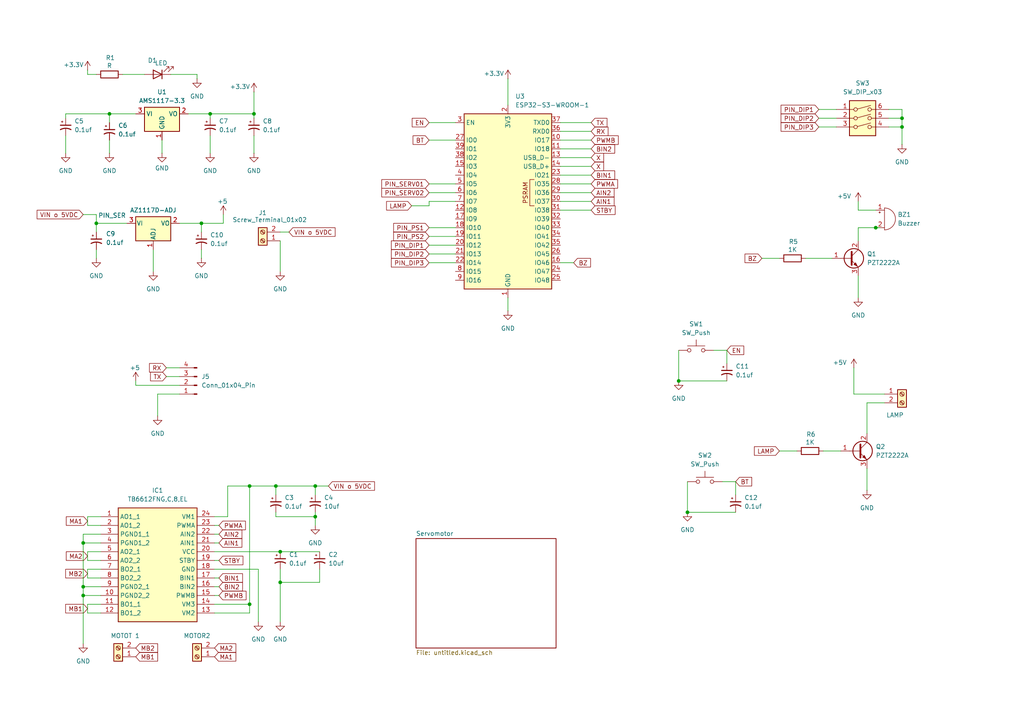
<source format=kicad_sch>
(kicad_sch
	(version 20250114)
	(generator "eeschema")
	(generator_version "9.0")
	(uuid "49bb0f38-df22-4577-b900-66deaf4e362d")
	(paper "A4")
	(lib_symbols
		(symbol "Connector:Conn_01x04_Pin"
			(pin_names
				(offset 1.016)
				(hide yes)
			)
			(exclude_from_sim no)
			(in_bom yes)
			(on_board yes)
			(property "Reference" "J"
				(at 0 5.08 0)
				(effects
					(font
						(size 1.27 1.27)
					)
				)
			)
			(property "Value" "Conn_01x04_Pin"
				(at 0 -7.62 0)
				(effects
					(font
						(size 1.27 1.27)
					)
				)
			)
			(property "Footprint" ""
				(at 0 0 0)
				(effects
					(font
						(size 1.27 1.27)
					)
					(hide yes)
				)
			)
			(property "Datasheet" "~"
				(at 0 0 0)
				(effects
					(font
						(size 1.27 1.27)
					)
					(hide yes)
				)
			)
			(property "Description" "Generic connector, single row, 01x04, script generated"
				(at 0 0 0)
				(effects
					(font
						(size 1.27 1.27)
					)
					(hide yes)
				)
			)
			(property "ki_locked" ""
				(at 0 0 0)
				(effects
					(font
						(size 1.27 1.27)
					)
				)
			)
			(property "ki_keywords" "connector"
				(at 0 0 0)
				(effects
					(font
						(size 1.27 1.27)
					)
					(hide yes)
				)
			)
			(property "ki_fp_filters" "Connector*:*_1x??_*"
				(at 0 0 0)
				(effects
					(font
						(size 1.27 1.27)
					)
					(hide yes)
				)
			)
			(symbol "Conn_01x04_Pin_1_1"
				(rectangle
					(start 0.8636 2.667)
					(end 0 2.413)
					(stroke
						(width 0.1524)
						(type default)
					)
					(fill
						(type outline)
					)
				)
				(rectangle
					(start 0.8636 0.127)
					(end 0 -0.127)
					(stroke
						(width 0.1524)
						(type default)
					)
					(fill
						(type outline)
					)
				)
				(rectangle
					(start 0.8636 -2.413)
					(end 0 -2.667)
					(stroke
						(width 0.1524)
						(type default)
					)
					(fill
						(type outline)
					)
				)
				(rectangle
					(start 0.8636 -4.953)
					(end 0 -5.207)
					(stroke
						(width 0.1524)
						(type default)
					)
					(fill
						(type outline)
					)
				)
				(polyline
					(pts
						(xy 1.27 2.54) (xy 0.8636 2.54)
					)
					(stroke
						(width 0.1524)
						(type default)
					)
					(fill
						(type none)
					)
				)
				(polyline
					(pts
						(xy 1.27 0) (xy 0.8636 0)
					)
					(stroke
						(width 0.1524)
						(type default)
					)
					(fill
						(type none)
					)
				)
				(polyline
					(pts
						(xy 1.27 -2.54) (xy 0.8636 -2.54)
					)
					(stroke
						(width 0.1524)
						(type default)
					)
					(fill
						(type none)
					)
				)
				(polyline
					(pts
						(xy 1.27 -5.08) (xy 0.8636 -5.08)
					)
					(stroke
						(width 0.1524)
						(type default)
					)
					(fill
						(type none)
					)
				)
				(pin passive line
					(at 5.08 2.54 180)
					(length 3.81)
					(name "Pin_1"
						(effects
							(font
								(size 1.27 1.27)
							)
						)
					)
					(number "1"
						(effects
							(font
								(size 1.27 1.27)
							)
						)
					)
				)
				(pin passive line
					(at 5.08 0 180)
					(length 3.81)
					(name "Pin_2"
						(effects
							(font
								(size 1.27 1.27)
							)
						)
					)
					(number "2"
						(effects
							(font
								(size 1.27 1.27)
							)
						)
					)
				)
				(pin passive line
					(at 5.08 -2.54 180)
					(length 3.81)
					(name "Pin_3"
						(effects
							(font
								(size 1.27 1.27)
							)
						)
					)
					(number "3"
						(effects
							(font
								(size 1.27 1.27)
							)
						)
					)
				)
				(pin passive line
					(at 5.08 -5.08 180)
					(length 3.81)
					(name "Pin_4"
						(effects
							(font
								(size 1.27 1.27)
							)
						)
					)
					(number "4"
						(effects
							(font
								(size 1.27 1.27)
							)
						)
					)
				)
			)
			(embedded_fonts no)
		)
		(symbol "Connector:Screw_Terminal_01x02"
			(pin_names
				(offset 1.016)
				(hide yes)
			)
			(exclude_from_sim no)
			(in_bom yes)
			(on_board yes)
			(property "Reference" "J"
				(at 0 2.54 0)
				(effects
					(font
						(size 1.27 1.27)
					)
				)
			)
			(property "Value" "Screw_Terminal_01x02"
				(at 0 -5.08 0)
				(effects
					(font
						(size 1.27 1.27)
					)
				)
			)
			(property "Footprint" ""
				(at 0 0 0)
				(effects
					(font
						(size 1.27 1.27)
					)
					(hide yes)
				)
			)
			(property "Datasheet" "~"
				(at 0 0 0)
				(effects
					(font
						(size 1.27 1.27)
					)
					(hide yes)
				)
			)
			(property "Description" "Generic screw terminal, single row, 01x02, script generated (kicad-library-utils/schlib/autogen/connector/)"
				(at 0 0 0)
				(effects
					(font
						(size 1.27 1.27)
					)
					(hide yes)
				)
			)
			(property "ki_keywords" "screw terminal"
				(at 0 0 0)
				(effects
					(font
						(size 1.27 1.27)
					)
					(hide yes)
				)
			)
			(property "ki_fp_filters" "TerminalBlock*:*"
				(at 0 0 0)
				(effects
					(font
						(size 1.27 1.27)
					)
					(hide yes)
				)
			)
			(symbol "Screw_Terminal_01x02_1_1"
				(rectangle
					(start -1.27 1.27)
					(end 1.27 -3.81)
					(stroke
						(width 0.254)
						(type default)
					)
					(fill
						(type background)
					)
				)
				(polyline
					(pts
						(xy -0.5334 0.3302) (xy 0.3302 -0.508)
					)
					(stroke
						(width 0.1524)
						(type default)
					)
					(fill
						(type none)
					)
				)
				(polyline
					(pts
						(xy -0.5334 -2.2098) (xy 0.3302 -3.048)
					)
					(stroke
						(width 0.1524)
						(type default)
					)
					(fill
						(type none)
					)
				)
				(polyline
					(pts
						(xy -0.3556 0.508) (xy 0.508 -0.3302)
					)
					(stroke
						(width 0.1524)
						(type default)
					)
					(fill
						(type none)
					)
				)
				(polyline
					(pts
						(xy -0.3556 -2.032) (xy 0.508 -2.8702)
					)
					(stroke
						(width 0.1524)
						(type default)
					)
					(fill
						(type none)
					)
				)
				(circle
					(center 0 0)
					(radius 0.635)
					(stroke
						(width 0.1524)
						(type default)
					)
					(fill
						(type none)
					)
				)
				(circle
					(center 0 -2.54)
					(radius 0.635)
					(stroke
						(width 0.1524)
						(type default)
					)
					(fill
						(type none)
					)
				)
				(pin passive line
					(at -5.08 0 0)
					(length 3.81)
					(name "Pin_1"
						(effects
							(font
								(size 1.27 1.27)
							)
						)
					)
					(number "1"
						(effects
							(font
								(size 1.27 1.27)
							)
						)
					)
				)
				(pin passive line
					(at -5.08 -2.54 0)
					(length 3.81)
					(name "Pin_2"
						(effects
							(font
								(size 1.27 1.27)
							)
						)
					)
					(number "2"
						(effects
							(font
								(size 1.27 1.27)
							)
						)
					)
				)
			)
			(embedded_fonts no)
		)
		(symbol "Device:Buzzer"
			(pin_names
				(offset 0.0254)
				(hide yes)
			)
			(exclude_from_sim no)
			(in_bom yes)
			(on_board yes)
			(property "Reference" "BZ"
				(at 3.81 1.27 0)
				(effects
					(font
						(size 1.27 1.27)
					)
					(justify left)
				)
			)
			(property "Value" "Buzzer"
				(at 3.81 -1.27 0)
				(effects
					(font
						(size 1.27 1.27)
					)
					(justify left)
				)
			)
			(property "Footprint" ""
				(at -0.635 2.54 90)
				(effects
					(font
						(size 1.27 1.27)
					)
					(hide yes)
				)
			)
			(property "Datasheet" "~"
				(at -0.635 2.54 90)
				(effects
					(font
						(size 1.27 1.27)
					)
					(hide yes)
				)
			)
			(property "Description" "Buzzer, polarized"
				(at 0 0 0)
				(effects
					(font
						(size 1.27 1.27)
					)
					(hide yes)
				)
			)
			(property "ki_keywords" "quartz resonator ceramic"
				(at 0 0 0)
				(effects
					(font
						(size 1.27 1.27)
					)
					(hide yes)
				)
			)
			(property "ki_fp_filters" "*Buzzer*"
				(at 0 0 0)
				(effects
					(font
						(size 1.27 1.27)
					)
					(hide yes)
				)
			)
			(symbol "Buzzer_0_1"
				(polyline
					(pts
						(xy -1.651 1.905) (xy -1.143 1.905)
					)
					(stroke
						(width 0)
						(type default)
					)
					(fill
						(type none)
					)
				)
				(polyline
					(pts
						(xy -1.397 2.159) (xy -1.397 1.651)
					)
					(stroke
						(width 0)
						(type default)
					)
					(fill
						(type none)
					)
				)
				(arc
					(start 0 3.175)
					(mid 3.1612 0)
					(end 0 -3.175)
					(stroke
						(width 0)
						(type default)
					)
					(fill
						(type none)
					)
				)
				(polyline
					(pts
						(xy 0 3.175) (xy 0 -3.175)
					)
					(stroke
						(width 0)
						(type default)
					)
					(fill
						(type none)
					)
				)
			)
			(symbol "Buzzer_1_1"
				(pin passive line
					(at -2.54 2.54 0)
					(length 2.54)
					(name "+"
						(effects
							(font
								(size 1.27 1.27)
							)
						)
					)
					(number "1"
						(effects
							(font
								(size 1.27 1.27)
							)
						)
					)
				)
				(pin passive line
					(at -2.54 -2.54 0)
					(length 2.54)
					(name "-"
						(effects
							(font
								(size 1.27 1.27)
							)
						)
					)
					(number "2"
						(effects
							(font
								(size 1.27 1.27)
							)
						)
					)
				)
			)
			(embedded_fonts no)
		)
		(symbol "Device:C_Polarized_Small_US"
			(pin_numbers
				(hide yes)
			)
			(pin_names
				(offset 0.254)
				(hide yes)
			)
			(exclude_from_sim no)
			(in_bom yes)
			(on_board yes)
			(property "Reference" "C"
				(at 0.254 1.778 0)
				(effects
					(font
						(size 1.27 1.27)
					)
					(justify left)
				)
			)
			(property "Value" "C_Polarized_Small_US"
				(at 0.254 -2.032 0)
				(effects
					(font
						(size 1.27 1.27)
					)
					(justify left)
				)
			)
			(property "Footprint" ""
				(at 0 0 0)
				(effects
					(font
						(size 1.27 1.27)
					)
					(hide yes)
				)
			)
			(property "Datasheet" "~"
				(at 0 0 0)
				(effects
					(font
						(size 1.27 1.27)
					)
					(hide yes)
				)
			)
			(property "Description" "Polarized capacitor, small US symbol"
				(at 0 0 0)
				(effects
					(font
						(size 1.27 1.27)
					)
					(hide yes)
				)
			)
			(property "ki_keywords" "cap capacitor"
				(at 0 0 0)
				(effects
					(font
						(size 1.27 1.27)
					)
					(hide yes)
				)
			)
			(property "ki_fp_filters" "CP_*"
				(at 0 0 0)
				(effects
					(font
						(size 1.27 1.27)
					)
					(hide yes)
				)
			)
			(symbol "C_Polarized_Small_US_0_1"
				(polyline
					(pts
						(xy -1.524 0.508) (xy 1.524 0.508)
					)
					(stroke
						(width 0.3048)
						(type default)
					)
					(fill
						(type none)
					)
				)
				(polyline
					(pts
						(xy -1.27 1.524) (xy -0.762 1.524)
					)
					(stroke
						(width 0)
						(type default)
					)
					(fill
						(type none)
					)
				)
				(polyline
					(pts
						(xy -1.016 1.27) (xy -1.016 1.778)
					)
					(stroke
						(width 0)
						(type default)
					)
					(fill
						(type none)
					)
				)
				(arc
					(start -1.524 -0.762)
					(mid 0 -0.3734)
					(end 1.524 -0.762)
					(stroke
						(width 0.3048)
						(type default)
					)
					(fill
						(type none)
					)
				)
			)
			(symbol "C_Polarized_Small_US_1_1"
				(pin passive line
					(at 0 2.54 270)
					(length 2.032)
					(name "~"
						(effects
							(font
								(size 1.27 1.27)
							)
						)
					)
					(number "1"
						(effects
							(font
								(size 1.27 1.27)
							)
						)
					)
				)
				(pin passive line
					(at 0 -2.54 90)
					(length 2.032)
					(name "~"
						(effects
							(font
								(size 1.27 1.27)
							)
						)
					)
					(number "2"
						(effects
							(font
								(size 1.27 1.27)
							)
						)
					)
				)
			)
			(embedded_fonts no)
		)
		(symbol "Device:LED"
			(pin_numbers
				(hide yes)
			)
			(pin_names
				(offset 1.016)
				(hide yes)
			)
			(exclude_from_sim no)
			(in_bom yes)
			(on_board yes)
			(property "Reference" "D"
				(at 0 2.54 0)
				(effects
					(font
						(size 1.27 1.27)
					)
				)
			)
			(property "Value" "LED"
				(at 0 -2.54 0)
				(effects
					(font
						(size 1.27 1.27)
					)
				)
			)
			(property "Footprint" ""
				(at 0 0 0)
				(effects
					(font
						(size 1.27 1.27)
					)
					(hide yes)
				)
			)
			(property "Datasheet" "~"
				(at 0 0 0)
				(effects
					(font
						(size 1.27 1.27)
					)
					(hide yes)
				)
			)
			(property "Description" "Light emitting diode"
				(at 0 0 0)
				(effects
					(font
						(size 1.27 1.27)
					)
					(hide yes)
				)
			)
			(property "Sim.Pins" "1=K 2=A"
				(at 0 0 0)
				(effects
					(font
						(size 1.27 1.27)
					)
					(hide yes)
				)
			)
			(property "ki_keywords" "LED diode"
				(at 0 0 0)
				(effects
					(font
						(size 1.27 1.27)
					)
					(hide yes)
				)
			)
			(property "ki_fp_filters" "LED* LED_SMD:* LED_THT:*"
				(at 0 0 0)
				(effects
					(font
						(size 1.27 1.27)
					)
					(hide yes)
				)
			)
			(symbol "LED_0_1"
				(polyline
					(pts
						(xy -3.048 -0.762) (xy -4.572 -2.286) (xy -3.81 -2.286) (xy -4.572 -2.286) (xy -4.572 -1.524)
					)
					(stroke
						(width 0)
						(type default)
					)
					(fill
						(type none)
					)
				)
				(polyline
					(pts
						(xy -1.778 -0.762) (xy -3.302 -2.286) (xy -2.54 -2.286) (xy -3.302 -2.286) (xy -3.302 -1.524)
					)
					(stroke
						(width 0)
						(type default)
					)
					(fill
						(type none)
					)
				)
				(polyline
					(pts
						(xy -1.27 0) (xy 1.27 0)
					)
					(stroke
						(width 0)
						(type default)
					)
					(fill
						(type none)
					)
				)
				(polyline
					(pts
						(xy -1.27 -1.27) (xy -1.27 1.27)
					)
					(stroke
						(width 0.254)
						(type default)
					)
					(fill
						(type none)
					)
				)
				(polyline
					(pts
						(xy 1.27 -1.27) (xy 1.27 1.27) (xy -1.27 0) (xy 1.27 -1.27)
					)
					(stroke
						(width 0.254)
						(type default)
					)
					(fill
						(type none)
					)
				)
			)
			(symbol "LED_1_1"
				(pin passive line
					(at -3.81 0 0)
					(length 2.54)
					(name "K"
						(effects
							(font
								(size 1.27 1.27)
							)
						)
					)
					(number "1"
						(effects
							(font
								(size 1.27 1.27)
							)
						)
					)
				)
				(pin passive line
					(at 3.81 0 180)
					(length 2.54)
					(name "A"
						(effects
							(font
								(size 1.27 1.27)
							)
						)
					)
					(number "2"
						(effects
							(font
								(size 1.27 1.27)
							)
						)
					)
				)
			)
			(embedded_fonts no)
		)
		(symbol "Device:R"
			(pin_numbers
				(hide yes)
			)
			(pin_names
				(offset 0)
			)
			(exclude_from_sim no)
			(in_bom yes)
			(on_board yes)
			(property "Reference" "R"
				(at 2.032 0 90)
				(effects
					(font
						(size 1.27 1.27)
					)
				)
			)
			(property "Value" "R"
				(at 0 0 90)
				(effects
					(font
						(size 1.27 1.27)
					)
				)
			)
			(property "Footprint" ""
				(at -1.778 0 90)
				(effects
					(font
						(size 1.27 1.27)
					)
					(hide yes)
				)
			)
			(property "Datasheet" "~"
				(at 0 0 0)
				(effects
					(font
						(size 1.27 1.27)
					)
					(hide yes)
				)
			)
			(property "Description" "Resistor"
				(at 0 0 0)
				(effects
					(font
						(size 1.27 1.27)
					)
					(hide yes)
				)
			)
			(property "ki_keywords" "R res resistor"
				(at 0 0 0)
				(effects
					(font
						(size 1.27 1.27)
					)
					(hide yes)
				)
			)
			(property "ki_fp_filters" "R_*"
				(at 0 0 0)
				(effects
					(font
						(size 1.27 1.27)
					)
					(hide yes)
				)
			)
			(symbol "R_0_1"
				(rectangle
					(start -1.016 -2.54)
					(end 1.016 2.54)
					(stroke
						(width 0.254)
						(type default)
					)
					(fill
						(type none)
					)
				)
			)
			(symbol "R_1_1"
				(pin passive line
					(at 0 3.81 270)
					(length 1.27)
					(name "~"
						(effects
							(font
								(size 1.27 1.27)
							)
						)
					)
					(number "1"
						(effects
							(font
								(size 1.27 1.27)
							)
						)
					)
				)
				(pin passive line
					(at 0 -3.81 90)
					(length 1.27)
					(name "~"
						(effects
							(font
								(size 1.27 1.27)
							)
						)
					)
					(number "2"
						(effects
							(font
								(size 1.27 1.27)
							)
						)
					)
				)
			)
			(embedded_fonts no)
		)
		(symbol "RF_Module:ESP32-S3-WROOM-1"
			(exclude_from_sim no)
			(in_bom yes)
			(on_board yes)
			(property "Reference" "U"
				(at -12.7 26.67 0)
				(effects
					(font
						(size 1.27 1.27)
					)
				)
			)
			(property "Value" "ESP32-S3-WROOM-1"
				(at 12.7 26.67 0)
				(effects
					(font
						(size 1.27 1.27)
					)
				)
			)
			(property "Footprint" "RF_Module:ESP32-S3-WROOM-1"
				(at 0 2.54 0)
				(effects
					(font
						(size 1.27 1.27)
					)
					(hide yes)
				)
			)
			(property "Datasheet" "https://www.espressif.com/sites/default/files/documentation/esp32-s3-wroom-1_wroom-1u_datasheet_en.pdf"
				(at 0 0 0)
				(effects
					(font
						(size 1.27 1.27)
					)
					(hide yes)
				)
			)
			(property "Description" "RF Module, ESP32-S3 SoC, Wi-Fi 802.11b/g/n, Bluetooth, BLE, 32-bit, 3.3V, onboard antenna, SMD"
				(at 0 0 0)
				(effects
					(font
						(size 1.27 1.27)
					)
					(hide yes)
				)
			)
			(property "ki_keywords" "RF Radio BT ESP ESP32-S3 Espressif onboard PCB antenna"
				(at 0 0 0)
				(effects
					(font
						(size 1.27 1.27)
					)
					(hide yes)
				)
			)
			(property "ki_fp_filters" "ESP32?S3?WROOM?1*"
				(at 0 0 0)
				(effects
					(font
						(size 1.27 1.27)
					)
					(hide yes)
				)
			)
			(symbol "ESP32-S3-WROOM-1_0_0"
				(rectangle
					(start -12.7 25.4)
					(end 12.7 -25.4)
					(stroke
						(width 0.254)
						(type default)
					)
					(fill
						(type background)
					)
				)
				(text "PSRAM"
					(at 5.08 2.54 900)
					(effects
						(font
							(size 1.27 1.27)
						)
					)
				)
			)
			(symbol "ESP32-S3-WROOM-1_0_1"
				(polyline
					(pts
						(xy 7.62 -1.27) (xy 6.35 -1.27) (xy 6.35 6.35) (xy 7.62 6.35)
					)
					(stroke
						(width 0)
						(type default)
					)
					(fill
						(type none)
					)
				)
			)
			(symbol "ESP32-S3-WROOM-1_1_1"
				(pin input line
					(at -15.24 22.86 0)
					(length 2.54)
					(name "EN"
						(effects
							(font
								(size 1.27 1.27)
							)
						)
					)
					(number "3"
						(effects
							(font
								(size 1.27 1.27)
							)
						)
					)
				)
				(pin bidirectional line
					(at -15.24 17.78 0)
					(length 2.54)
					(name "IO0"
						(effects
							(font
								(size 1.27 1.27)
							)
						)
					)
					(number "27"
						(effects
							(font
								(size 1.27 1.27)
							)
						)
					)
				)
				(pin bidirectional line
					(at -15.24 15.24 0)
					(length 2.54)
					(name "IO1"
						(effects
							(font
								(size 1.27 1.27)
							)
						)
					)
					(number "39"
						(effects
							(font
								(size 1.27 1.27)
							)
						)
					)
				)
				(pin bidirectional line
					(at -15.24 12.7 0)
					(length 2.54)
					(name "IO2"
						(effects
							(font
								(size 1.27 1.27)
							)
						)
					)
					(number "38"
						(effects
							(font
								(size 1.27 1.27)
							)
						)
					)
				)
				(pin bidirectional line
					(at -15.24 10.16 0)
					(length 2.54)
					(name "IO3"
						(effects
							(font
								(size 1.27 1.27)
							)
						)
					)
					(number "15"
						(effects
							(font
								(size 1.27 1.27)
							)
						)
					)
				)
				(pin bidirectional line
					(at -15.24 7.62 0)
					(length 2.54)
					(name "IO4"
						(effects
							(font
								(size 1.27 1.27)
							)
						)
					)
					(number "4"
						(effects
							(font
								(size 1.27 1.27)
							)
						)
					)
				)
				(pin bidirectional line
					(at -15.24 5.08 0)
					(length 2.54)
					(name "IO5"
						(effects
							(font
								(size 1.27 1.27)
							)
						)
					)
					(number "5"
						(effects
							(font
								(size 1.27 1.27)
							)
						)
					)
				)
				(pin bidirectional line
					(at -15.24 2.54 0)
					(length 2.54)
					(name "IO6"
						(effects
							(font
								(size 1.27 1.27)
							)
						)
					)
					(number "6"
						(effects
							(font
								(size 1.27 1.27)
							)
						)
					)
				)
				(pin bidirectional line
					(at -15.24 0 0)
					(length 2.54)
					(name "IO7"
						(effects
							(font
								(size 1.27 1.27)
							)
						)
					)
					(number "7"
						(effects
							(font
								(size 1.27 1.27)
							)
						)
					)
				)
				(pin bidirectional line
					(at -15.24 -2.54 0)
					(length 2.54)
					(name "IO8"
						(effects
							(font
								(size 1.27 1.27)
							)
						)
					)
					(number "12"
						(effects
							(font
								(size 1.27 1.27)
							)
						)
					)
				)
				(pin bidirectional line
					(at -15.24 -5.08 0)
					(length 2.54)
					(name "IO9"
						(effects
							(font
								(size 1.27 1.27)
							)
						)
					)
					(number "17"
						(effects
							(font
								(size 1.27 1.27)
							)
						)
					)
				)
				(pin bidirectional line
					(at -15.24 -7.62 0)
					(length 2.54)
					(name "IO10"
						(effects
							(font
								(size 1.27 1.27)
							)
						)
					)
					(number "18"
						(effects
							(font
								(size 1.27 1.27)
							)
						)
					)
				)
				(pin bidirectional line
					(at -15.24 -10.16 0)
					(length 2.54)
					(name "IO11"
						(effects
							(font
								(size 1.27 1.27)
							)
						)
					)
					(number "19"
						(effects
							(font
								(size 1.27 1.27)
							)
						)
					)
				)
				(pin bidirectional line
					(at -15.24 -12.7 0)
					(length 2.54)
					(name "IO12"
						(effects
							(font
								(size 1.27 1.27)
							)
						)
					)
					(number "20"
						(effects
							(font
								(size 1.27 1.27)
							)
						)
					)
				)
				(pin bidirectional line
					(at -15.24 -15.24 0)
					(length 2.54)
					(name "IO13"
						(effects
							(font
								(size 1.27 1.27)
							)
						)
					)
					(number "21"
						(effects
							(font
								(size 1.27 1.27)
							)
						)
					)
				)
				(pin bidirectional line
					(at -15.24 -17.78 0)
					(length 2.54)
					(name "IO14"
						(effects
							(font
								(size 1.27 1.27)
							)
						)
					)
					(number "22"
						(effects
							(font
								(size 1.27 1.27)
							)
						)
					)
				)
				(pin bidirectional line
					(at -15.24 -20.32 0)
					(length 2.54)
					(name "IO15"
						(effects
							(font
								(size 1.27 1.27)
							)
						)
					)
					(number "8"
						(effects
							(font
								(size 1.27 1.27)
							)
						)
					)
				)
				(pin bidirectional line
					(at -15.24 -22.86 0)
					(length 2.54)
					(name "IO16"
						(effects
							(font
								(size 1.27 1.27)
							)
						)
					)
					(number "9"
						(effects
							(font
								(size 1.27 1.27)
							)
						)
					)
				)
				(pin power_in line
					(at 0 27.94 270)
					(length 2.54)
					(name "3V3"
						(effects
							(font
								(size 1.27 1.27)
							)
						)
					)
					(number "2"
						(effects
							(font
								(size 1.27 1.27)
							)
						)
					)
				)
				(pin power_in line
					(at 0 -27.94 90)
					(length 2.54)
					(name "GND"
						(effects
							(font
								(size 1.27 1.27)
							)
						)
					)
					(number "1"
						(effects
							(font
								(size 1.27 1.27)
							)
						)
					)
				)
				(pin passive line
					(at 0 -27.94 90)
					(length 2.54)
					(hide yes)
					(name "GND"
						(effects
							(font
								(size 1.27 1.27)
							)
						)
					)
					(number "40"
						(effects
							(font
								(size 1.27 1.27)
							)
						)
					)
				)
				(pin passive line
					(at 0 -27.94 90)
					(length 2.54)
					(hide yes)
					(name "GND"
						(effects
							(font
								(size 1.27 1.27)
							)
						)
					)
					(number "41"
						(effects
							(font
								(size 1.27 1.27)
							)
						)
					)
				)
				(pin bidirectional line
					(at 15.24 22.86 180)
					(length 2.54)
					(name "TXD0"
						(effects
							(font
								(size 1.27 1.27)
							)
						)
					)
					(number "37"
						(effects
							(font
								(size 1.27 1.27)
							)
						)
					)
				)
				(pin bidirectional line
					(at 15.24 20.32 180)
					(length 2.54)
					(name "RXD0"
						(effects
							(font
								(size 1.27 1.27)
							)
						)
					)
					(number "36"
						(effects
							(font
								(size 1.27 1.27)
							)
						)
					)
				)
				(pin bidirectional line
					(at 15.24 17.78 180)
					(length 2.54)
					(name "IO17"
						(effects
							(font
								(size 1.27 1.27)
							)
						)
					)
					(number "10"
						(effects
							(font
								(size 1.27 1.27)
							)
						)
					)
				)
				(pin bidirectional line
					(at 15.24 15.24 180)
					(length 2.54)
					(name "IO18"
						(effects
							(font
								(size 1.27 1.27)
							)
						)
					)
					(number "11"
						(effects
							(font
								(size 1.27 1.27)
							)
						)
					)
				)
				(pin bidirectional line
					(at 15.24 12.7 180)
					(length 2.54)
					(name "USB_D-"
						(effects
							(font
								(size 1.27 1.27)
							)
						)
					)
					(number "13"
						(effects
							(font
								(size 1.27 1.27)
							)
						)
					)
					(alternate "IO19" bidirectional line)
				)
				(pin bidirectional line
					(at 15.24 10.16 180)
					(length 2.54)
					(name "USB_D+"
						(effects
							(font
								(size 1.27 1.27)
							)
						)
					)
					(number "14"
						(effects
							(font
								(size 1.27 1.27)
							)
						)
					)
					(alternate "IO20" bidirectional line)
				)
				(pin bidirectional line
					(at 15.24 7.62 180)
					(length 2.54)
					(name "IO21"
						(effects
							(font
								(size 1.27 1.27)
							)
						)
					)
					(number "23"
						(effects
							(font
								(size 1.27 1.27)
							)
						)
					)
				)
				(pin bidirectional line
					(at 15.24 5.08 180)
					(length 2.54)
					(name "IO35"
						(effects
							(font
								(size 1.27 1.27)
							)
						)
					)
					(number "28"
						(effects
							(font
								(size 1.27 1.27)
							)
						)
					)
				)
				(pin bidirectional line
					(at 15.24 2.54 180)
					(length 2.54)
					(name "IO36"
						(effects
							(font
								(size 1.27 1.27)
							)
						)
					)
					(number "29"
						(effects
							(font
								(size 1.27 1.27)
							)
						)
					)
				)
				(pin bidirectional line
					(at 15.24 0 180)
					(length 2.54)
					(name "IO37"
						(effects
							(font
								(size 1.27 1.27)
							)
						)
					)
					(number "30"
						(effects
							(font
								(size 1.27 1.27)
							)
						)
					)
				)
				(pin bidirectional line
					(at 15.24 -2.54 180)
					(length 2.54)
					(name "IO38"
						(effects
							(font
								(size 1.27 1.27)
							)
						)
					)
					(number "31"
						(effects
							(font
								(size 1.27 1.27)
							)
						)
					)
				)
				(pin bidirectional line
					(at 15.24 -5.08 180)
					(length 2.54)
					(name "IO39"
						(effects
							(font
								(size 1.27 1.27)
							)
						)
					)
					(number "32"
						(effects
							(font
								(size 1.27 1.27)
							)
						)
					)
				)
				(pin bidirectional line
					(at 15.24 -7.62 180)
					(length 2.54)
					(name "IO40"
						(effects
							(font
								(size 1.27 1.27)
							)
						)
					)
					(number "33"
						(effects
							(font
								(size 1.27 1.27)
							)
						)
					)
				)
				(pin bidirectional line
					(at 15.24 -10.16 180)
					(length 2.54)
					(name "IO41"
						(effects
							(font
								(size 1.27 1.27)
							)
						)
					)
					(number "34"
						(effects
							(font
								(size 1.27 1.27)
							)
						)
					)
				)
				(pin bidirectional line
					(at 15.24 -12.7 180)
					(length 2.54)
					(name "IO42"
						(effects
							(font
								(size 1.27 1.27)
							)
						)
					)
					(number "35"
						(effects
							(font
								(size 1.27 1.27)
							)
						)
					)
				)
				(pin bidirectional line
					(at 15.24 -15.24 180)
					(length 2.54)
					(name "IO45"
						(effects
							(font
								(size 1.27 1.27)
							)
						)
					)
					(number "26"
						(effects
							(font
								(size 1.27 1.27)
							)
						)
					)
				)
				(pin bidirectional line
					(at 15.24 -17.78 180)
					(length 2.54)
					(name "IO46"
						(effects
							(font
								(size 1.27 1.27)
							)
						)
					)
					(number "16"
						(effects
							(font
								(size 1.27 1.27)
							)
						)
					)
				)
				(pin bidirectional line
					(at 15.24 -20.32 180)
					(length 2.54)
					(name "IO47"
						(effects
							(font
								(size 1.27 1.27)
							)
						)
					)
					(number "24"
						(effects
							(font
								(size 1.27 1.27)
							)
						)
					)
				)
				(pin bidirectional line
					(at 15.24 -22.86 180)
					(length 2.54)
					(name "IO48"
						(effects
							(font
								(size 1.27 1.27)
							)
						)
					)
					(number "25"
						(effects
							(font
								(size 1.27 1.27)
							)
						)
					)
				)
			)
			(embedded_fonts no)
		)
		(symbol "Regulator_Linear:AMS1117-3.3"
			(exclude_from_sim no)
			(in_bom yes)
			(on_board yes)
			(property "Reference" "U"
				(at -3.81 3.175 0)
				(effects
					(font
						(size 1.27 1.27)
					)
				)
			)
			(property "Value" "AMS1117-3.3"
				(at 0 3.175 0)
				(effects
					(font
						(size 1.27 1.27)
					)
					(justify left)
				)
			)
			(property "Footprint" "Package_TO_SOT_SMD:SOT-223-3_TabPin2"
				(at 0 5.08 0)
				(effects
					(font
						(size 1.27 1.27)
					)
					(hide yes)
				)
			)
			(property "Datasheet" "http://www.advanced-monolithic.com/pdf/ds1117.pdf"
				(at 2.54 -6.35 0)
				(effects
					(font
						(size 1.27 1.27)
					)
					(hide yes)
				)
			)
			(property "Description" "1A Low Dropout regulator, positive, 3.3V fixed output, SOT-223"
				(at 0 0 0)
				(effects
					(font
						(size 1.27 1.27)
					)
					(hide yes)
				)
			)
			(property "ki_keywords" "linear regulator ldo fixed positive"
				(at 0 0 0)
				(effects
					(font
						(size 1.27 1.27)
					)
					(hide yes)
				)
			)
			(property "ki_fp_filters" "SOT?223*TabPin2*"
				(at 0 0 0)
				(effects
					(font
						(size 1.27 1.27)
					)
					(hide yes)
				)
			)
			(symbol "AMS1117-3.3_0_1"
				(rectangle
					(start -5.08 -5.08)
					(end 5.08 1.905)
					(stroke
						(width 0.254)
						(type default)
					)
					(fill
						(type background)
					)
				)
			)
			(symbol "AMS1117-3.3_1_1"
				(pin power_in line
					(at -7.62 0 0)
					(length 2.54)
					(name "VI"
						(effects
							(font
								(size 1.27 1.27)
							)
						)
					)
					(number "3"
						(effects
							(font
								(size 1.27 1.27)
							)
						)
					)
				)
				(pin power_in line
					(at 0 -7.62 90)
					(length 2.54)
					(name "GND"
						(effects
							(font
								(size 1.27 1.27)
							)
						)
					)
					(number "1"
						(effects
							(font
								(size 1.27 1.27)
							)
						)
					)
				)
				(pin power_out line
					(at 7.62 0 180)
					(length 2.54)
					(name "VO"
						(effects
							(font
								(size 1.27 1.27)
							)
						)
					)
					(number "2"
						(effects
							(font
								(size 1.27 1.27)
							)
						)
					)
				)
			)
			(embedded_fonts no)
		)
		(symbol "Regulator_Linear:AZ1117D-ADJ"
			(pin_names
				(offset 0.254)
			)
			(exclude_from_sim no)
			(in_bom yes)
			(on_board yes)
			(property "Reference" "U"
				(at -3.81 3.175 0)
				(effects
					(font
						(size 1.27 1.27)
					)
				)
			)
			(property "Value" "AZ1117D-ADJ"
				(at 0 3.175 0)
				(effects
					(font
						(size 1.27 1.27)
					)
					(justify left)
				)
			)
			(property "Footprint" "Package_TO_SOT_SMD:TO-252-2"
				(at 0 6.35 0)
				(effects
					(font
						(size 1.27 1.27)
						(italic yes)
					)
					(hide yes)
				)
			)
			(property "Datasheet" "https://www.diodes.com/assets/Datasheets/products_inactive_data/AZ1117.pdf"
				(at 0 0 0)
				(effects
					(font
						(size 1.27 1.27)
					)
					(hide yes)
				)
			)
			(property "Description" "1A 20V Adjustable LDO Linear Regulator, TO-252"
				(at 0 0 0)
				(effects
					(font
						(size 1.27 1.27)
					)
					(hide yes)
				)
			)
			(property "ki_keywords" "Adjustable Voltage Regulator 1A Positive LDO"
				(at 0 0 0)
				(effects
					(font
						(size 1.27 1.27)
					)
					(hide yes)
				)
			)
			(property "ki_fp_filters" "TO?252*"
				(at 0 0 0)
				(effects
					(font
						(size 1.27 1.27)
					)
					(hide yes)
				)
			)
			(symbol "AZ1117D-ADJ_0_1"
				(rectangle
					(start -5.08 1.905)
					(end 5.08 -5.08)
					(stroke
						(width 0.254)
						(type default)
					)
					(fill
						(type background)
					)
				)
			)
			(symbol "AZ1117D-ADJ_1_1"
				(pin power_in line
					(at -7.62 0 0)
					(length 2.54)
					(name "VI"
						(effects
							(font
								(size 1.27 1.27)
							)
						)
					)
					(number "3"
						(effects
							(font
								(size 1.27 1.27)
							)
						)
					)
				)
				(pin input line
					(at 0 -7.62 90)
					(length 2.54)
					(name "ADJ"
						(effects
							(font
								(size 1.27 1.27)
							)
						)
					)
					(number "1"
						(effects
							(font
								(size 1.27 1.27)
							)
						)
					)
				)
				(pin power_out line
					(at 7.62 0 180)
					(length 2.54)
					(name "VO"
						(effects
							(font
								(size 1.27 1.27)
							)
						)
					)
					(number "2"
						(effects
							(font
								(size 1.27 1.27)
							)
						)
					)
				)
			)
			(embedded_fonts no)
		)
		(symbol "Switch:SW_DIP_x03"
			(pin_names
				(offset 0)
				(hide yes)
			)
			(exclude_from_sim no)
			(in_bom yes)
			(on_board yes)
			(property "Reference" "SW"
				(at 0 6.35 0)
				(effects
					(font
						(size 1.27 1.27)
					)
				)
			)
			(property "Value" "SW_DIP_x03"
				(at 0 -6.35 0)
				(effects
					(font
						(size 1.27 1.27)
					)
				)
			)
			(property "Footprint" ""
				(at 0 -2.54 0)
				(effects
					(font
						(size 1.27 1.27)
					)
					(hide yes)
				)
			)
			(property "Datasheet" "~"
				(at 0 -2.54 0)
				(effects
					(font
						(size 1.27 1.27)
					)
					(hide yes)
				)
			)
			(property "Description" "3x DIP Switch, Single Pole Single Throw (SPST) switch, small symbol"
				(at 0 0 0)
				(effects
					(font
						(size 1.27 1.27)
					)
					(hide yes)
				)
			)
			(property "ki_keywords" "dip switch"
				(at 0 0 0)
				(effects
					(font
						(size 1.27 1.27)
					)
					(hide yes)
				)
			)
			(property "ki_fp_filters" "SW?DIP?x3*"
				(at 0 0 0)
				(effects
					(font
						(size 1.27 1.27)
					)
					(hide yes)
				)
			)
			(symbol "SW_DIP_x03_0_0"
				(circle
					(center -2.032 2.54)
					(radius 0.508)
					(stroke
						(width 0)
						(type default)
					)
					(fill
						(type none)
					)
				)
				(circle
					(center -2.032 0)
					(radius 0.508)
					(stroke
						(width 0)
						(type default)
					)
					(fill
						(type none)
					)
				)
				(circle
					(center -2.032 -2.54)
					(radius 0.508)
					(stroke
						(width 0)
						(type default)
					)
					(fill
						(type none)
					)
				)
				(polyline
					(pts
						(xy -1.524 2.667) (xy 2.3622 3.7084)
					)
					(stroke
						(width 0)
						(type default)
					)
					(fill
						(type none)
					)
				)
				(polyline
					(pts
						(xy -1.524 0.127) (xy 2.3622 1.1684)
					)
					(stroke
						(width 0)
						(type default)
					)
					(fill
						(type none)
					)
				)
				(polyline
					(pts
						(xy -1.524 -2.413) (xy 2.3622 -1.3716)
					)
					(stroke
						(width 0)
						(type default)
					)
					(fill
						(type none)
					)
				)
				(circle
					(center 2.032 2.54)
					(radius 0.508)
					(stroke
						(width 0)
						(type default)
					)
					(fill
						(type none)
					)
				)
				(circle
					(center 2.032 0)
					(radius 0.508)
					(stroke
						(width 0)
						(type default)
					)
					(fill
						(type none)
					)
				)
				(circle
					(center 2.032 -2.54)
					(radius 0.508)
					(stroke
						(width 0)
						(type default)
					)
					(fill
						(type none)
					)
				)
			)
			(symbol "SW_DIP_x03_0_1"
				(rectangle
					(start -3.81 5.08)
					(end 3.81 -5.08)
					(stroke
						(width 0.254)
						(type default)
					)
					(fill
						(type background)
					)
				)
			)
			(symbol "SW_DIP_x03_1_1"
				(pin passive line
					(at -7.62 2.54 0)
					(length 5.08)
					(name "~"
						(effects
							(font
								(size 1.27 1.27)
							)
						)
					)
					(number "1"
						(effects
							(font
								(size 1.27 1.27)
							)
						)
					)
				)
				(pin passive line
					(at -7.62 0 0)
					(length 5.08)
					(name "~"
						(effects
							(font
								(size 1.27 1.27)
							)
						)
					)
					(number "2"
						(effects
							(font
								(size 1.27 1.27)
							)
						)
					)
				)
				(pin passive line
					(at -7.62 -2.54 0)
					(length 5.08)
					(name "~"
						(effects
							(font
								(size 1.27 1.27)
							)
						)
					)
					(number "3"
						(effects
							(font
								(size 1.27 1.27)
							)
						)
					)
				)
				(pin passive line
					(at 7.62 2.54 180)
					(length 5.08)
					(name "~"
						(effects
							(font
								(size 1.27 1.27)
							)
						)
					)
					(number "6"
						(effects
							(font
								(size 1.27 1.27)
							)
						)
					)
				)
				(pin passive line
					(at 7.62 0 180)
					(length 5.08)
					(name "~"
						(effects
							(font
								(size 1.27 1.27)
							)
						)
					)
					(number "5"
						(effects
							(font
								(size 1.27 1.27)
							)
						)
					)
				)
				(pin passive line
					(at 7.62 -2.54 180)
					(length 5.08)
					(name "~"
						(effects
							(font
								(size 1.27 1.27)
							)
						)
					)
					(number "4"
						(effects
							(font
								(size 1.27 1.27)
							)
						)
					)
				)
			)
			(embedded_fonts no)
		)
		(symbol "Switch:SW_Push"
			(pin_numbers
				(hide yes)
			)
			(pin_names
				(offset 1.016)
				(hide yes)
			)
			(exclude_from_sim no)
			(in_bom yes)
			(on_board yes)
			(property "Reference" "SW"
				(at 1.27 2.54 0)
				(effects
					(font
						(size 1.27 1.27)
					)
					(justify left)
				)
			)
			(property "Value" "SW_Push"
				(at 0 -1.524 0)
				(effects
					(font
						(size 1.27 1.27)
					)
				)
			)
			(property "Footprint" ""
				(at 0 5.08 0)
				(effects
					(font
						(size 1.27 1.27)
					)
					(hide yes)
				)
			)
			(property "Datasheet" "~"
				(at 0 5.08 0)
				(effects
					(font
						(size 1.27 1.27)
					)
					(hide yes)
				)
			)
			(property "Description" "Push button switch, generic, two pins"
				(at 0 0 0)
				(effects
					(font
						(size 1.27 1.27)
					)
					(hide yes)
				)
			)
			(property "ki_keywords" "switch normally-open pushbutton push-button"
				(at 0 0 0)
				(effects
					(font
						(size 1.27 1.27)
					)
					(hide yes)
				)
			)
			(symbol "SW_Push_0_1"
				(circle
					(center -2.032 0)
					(radius 0.508)
					(stroke
						(width 0)
						(type default)
					)
					(fill
						(type none)
					)
				)
				(polyline
					(pts
						(xy 0 1.27) (xy 0 3.048)
					)
					(stroke
						(width 0)
						(type default)
					)
					(fill
						(type none)
					)
				)
				(circle
					(center 2.032 0)
					(radius 0.508)
					(stroke
						(width 0)
						(type default)
					)
					(fill
						(type none)
					)
				)
				(polyline
					(pts
						(xy 2.54 1.27) (xy -2.54 1.27)
					)
					(stroke
						(width 0)
						(type default)
					)
					(fill
						(type none)
					)
				)
				(pin passive line
					(at -5.08 0 0)
					(length 2.54)
					(name "1"
						(effects
							(font
								(size 1.27 1.27)
							)
						)
					)
					(number "1"
						(effects
							(font
								(size 1.27 1.27)
							)
						)
					)
				)
				(pin passive line
					(at 5.08 0 180)
					(length 2.54)
					(name "2"
						(effects
							(font
								(size 1.27 1.27)
							)
						)
					)
					(number "2"
						(effects
							(font
								(size 1.27 1.27)
							)
						)
					)
				)
			)
			(embedded_fonts no)
		)
		(symbol "TB6612FNG_C_8_EL:TB6612FNG,C,8,EL"
			(exclude_from_sim no)
			(in_bom yes)
			(on_board yes)
			(property "Reference" "IC"
				(at 29.21 7.62 0)
				(effects
					(font
						(size 1.27 1.27)
					)
					(justify left top)
				)
			)
			(property "Value" "TB6612FNG,C,8,EL"
				(at 29.21 5.08 0)
				(effects
					(font
						(size 1.27 1.27)
					)
					(justify left top)
				)
			)
			(property "Footprint" "SOP65P760X160-24N"
				(at 29.21 -94.92 0)
				(effects
					(font
						(size 1.27 1.27)
					)
					(justify left top)
					(hide yes)
				)
			)
			(property "Datasheet" "http://toshiba.semicon-storage.com/info/docget.jsp?did=10660&prodName=TB6612FNG"
				(at 29.21 -194.92 0)
				(effects
					(font
						(size 1.27 1.27)
					)
					(justify left top)
					(hide yes)
				)
			)
			(property "Description" "otor / Motion / Ignition Controllers & Drivers Brush Motor Driver IC"
				(at 0 0 0)
				(effects
					(font
						(size 1.27 1.27)
					)
					(hide yes)
				)
			)
			(property "Height" "1.6"
				(at 29.21 -394.92 0)
				(effects
					(font
						(size 1.27 1.27)
					)
					(justify left top)
					(hide yes)
				)
			)
			(property "Mouser Part Number" "757-TB6612FNGC8EL"
				(at 29.21 -494.92 0)
				(effects
					(font
						(size 1.27 1.27)
					)
					(justify left top)
					(hide yes)
				)
			)
			(property "Mouser Price/Stock" "https://www.mouser.co.uk/ProductDetail/Toshiba/TB6612FNGC8EL?qs=rsevcuukUAy2UalRuv4E%2FQ%3D%3D"
				(at 29.21 -594.92 0)
				(effects
					(font
						(size 1.27 1.27)
					)
					(justify left top)
					(hide yes)
				)
			)
			(property "Manufacturer_Name" "Toshiba"
				(at 29.21 -694.92 0)
				(effects
					(font
						(size 1.27 1.27)
					)
					(justify left top)
					(hide yes)
				)
			)
			(property "Manufacturer_Part_Number" "TB6612FNG,C,8,EL"
				(at 29.21 -794.92 0)
				(effects
					(font
						(size 1.27 1.27)
					)
					(justify left top)
					(hide yes)
				)
			)
			(symbol "TB6612FNG,C,8,EL_1_1"
				(rectangle
					(start 5.08 2.54)
					(end 27.94 -30.48)
					(stroke
						(width 0.254)
						(type default)
					)
					(fill
						(type background)
					)
				)
				(pin passive line
					(at 0 0 0)
					(length 5.08)
					(name "AO1_1"
						(effects
							(font
								(size 1.27 1.27)
							)
						)
					)
					(number "1"
						(effects
							(font
								(size 1.27 1.27)
							)
						)
					)
				)
				(pin passive line
					(at 0 -2.54 0)
					(length 5.08)
					(name "AO1_2"
						(effects
							(font
								(size 1.27 1.27)
							)
						)
					)
					(number "2"
						(effects
							(font
								(size 1.27 1.27)
							)
						)
					)
				)
				(pin passive line
					(at 0 -5.08 0)
					(length 5.08)
					(name "PGND1_1"
						(effects
							(font
								(size 1.27 1.27)
							)
						)
					)
					(number "3"
						(effects
							(font
								(size 1.27 1.27)
							)
						)
					)
				)
				(pin passive line
					(at 0 -7.62 0)
					(length 5.08)
					(name "PGND1_2"
						(effects
							(font
								(size 1.27 1.27)
							)
						)
					)
					(number "4"
						(effects
							(font
								(size 1.27 1.27)
							)
						)
					)
				)
				(pin passive line
					(at 0 -10.16 0)
					(length 5.08)
					(name "AO2_1"
						(effects
							(font
								(size 1.27 1.27)
							)
						)
					)
					(number "5"
						(effects
							(font
								(size 1.27 1.27)
							)
						)
					)
				)
				(pin passive line
					(at 0 -12.7 0)
					(length 5.08)
					(name "AO2_2"
						(effects
							(font
								(size 1.27 1.27)
							)
						)
					)
					(number "6"
						(effects
							(font
								(size 1.27 1.27)
							)
						)
					)
				)
				(pin passive line
					(at 0 -15.24 0)
					(length 5.08)
					(name "BO2_1"
						(effects
							(font
								(size 1.27 1.27)
							)
						)
					)
					(number "7"
						(effects
							(font
								(size 1.27 1.27)
							)
						)
					)
				)
				(pin passive line
					(at 0 -17.78 0)
					(length 5.08)
					(name "BO2_2"
						(effects
							(font
								(size 1.27 1.27)
							)
						)
					)
					(number "8"
						(effects
							(font
								(size 1.27 1.27)
							)
						)
					)
				)
				(pin passive line
					(at 0 -20.32 0)
					(length 5.08)
					(name "PGND2_1"
						(effects
							(font
								(size 1.27 1.27)
							)
						)
					)
					(number "9"
						(effects
							(font
								(size 1.27 1.27)
							)
						)
					)
				)
				(pin passive line
					(at 0 -22.86 0)
					(length 5.08)
					(name "PGND2_2"
						(effects
							(font
								(size 1.27 1.27)
							)
						)
					)
					(number "10"
						(effects
							(font
								(size 1.27 1.27)
							)
						)
					)
				)
				(pin passive line
					(at 0 -25.4 0)
					(length 5.08)
					(name "BO1_1"
						(effects
							(font
								(size 1.27 1.27)
							)
						)
					)
					(number "11"
						(effects
							(font
								(size 1.27 1.27)
							)
						)
					)
				)
				(pin passive line
					(at 0 -27.94 0)
					(length 5.08)
					(name "BO1_2"
						(effects
							(font
								(size 1.27 1.27)
							)
						)
					)
					(number "12"
						(effects
							(font
								(size 1.27 1.27)
							)
						)
					)
				)
				(pin passive line
					(at 33.02 0 180)
					(length 5.08)
					(name "VM1"
						(effects
							(font
								(size 1.27 1.27)
							)
						)
					)
					(number "24"
						(effects
							(font
								(size 1.27 1.27)
							)
						)
					)
				)
				(pin passive line
					(at 33.02 -2.54 180)
					(length 5.08)
					(name "PWMA"
						(effects
							(font
								(size 1.27 1.27)
							)
						)
					)
					(number "23"
						(effects
							(font
								(size 1.27 1.27)
							)
						)
					)
				)
				(pin passive line
					(at 33.02 -5.08 180)
					(length 5.08)
					(name "AIN2"
						(effects
							(font
								(size 1.27 1.27)
							)
						)
					)
					(number "22"
						(effects
							(font
								(size 1.27 1.27)
							)
						)
					)
				)
				(pin passive line
					(at 33.02 -7.62 180)
					(length 5.08)
					(name "AIN1"
						(effects
							(font
								(size 1.27 1.27)
							)
						)
					)
					(number "21"
						(effects
							(font
								(size 1.27 1.27)
							)
						)
					)
				)
				(pin passive line
					(at 33.02 -10.16 180)
					(length 5.08)
					(name "VCC"
						(effects
							(font
								(size 1.27 1.27)
							)
						)
					)
					(number "20"
						(effects
							(font
								(size 1.27 1.27)
							)
						)
					)
				)
				(pin passive line
					(at 33.02 -12.7 180)
					(length 5.08)
					(name "STBY"
						(effects
							(font
								(size 1.27 1.27)
							)
						)
					)
					(number "19"
						(effects
							(font
								(size 1.27 1.27)
							)
						)
					)
				)
				(pin passive line
					(at 33.02 -15.24 180)
					(length 5.08)
					(name "GND"
						(effects
							(font
								(size 1.27 1.27)
							)
						)
					)
					(number "18"
						(effects
							(font
								(size 1.27 1.27)
							)
						)
					)
				)
				(pin passive line
					(at 33.02 -17.78 180)
					(length 5.08)
					(name "BIN1"
						(effects
							(font
								(size 1.27 1.27)
							)
						)
					)
					(number "17"
						(effects
							(font
								(size 1.27 1.27)
							)
						)
					)
				)
				(pin passive line
					(at 33.02 -20.32 180)
					(length 5.08)
					(name "BIN2"
						(effects
							(font
								(size 1.27 1.27)
							)
						)
					)
					(number "16"
						(effects
							(font
								(size 1.27 1.27)
							)
						)
					)
				)
				(pin passive line
					(at 33.02 -22.86 180)
					(length 5.08)
					(name "PWMB"
						(effects
							(font
								(size 1.27 1.27)
							)
						)
					)
					(number "15"
						(effects
							(font
								(size 1.27 1.27)
							)
						)
					)
				)
				(pin passive line
					(at 33.02 -25.4 180)
					(length 5.08)
					(name "VM3"
						(effects
							(font
								(size 1.27 1.27)
							)
						)
					)
					(number "14"
						(effects
							(font
								(size 1.27 1.27)
							)
						)
					)
				)
				(pin passive line
					(at 33.02 -27.94 180)
					(length 5.08)
					(name "VM2"
						(effects
							(font
								(size 1.27 1.27)
							)
						)
					)
					(number "13"
						(effects
							(font
								(size 1.27 1.27)
							)
						)
					)
				)
			)
			(embedded_fonts no)
		)
		(symbol "Transistor_BJT:PZT2222A"
			(pin_names
				(offset 0)
				(hide yes)
			)
			(exclude_from_sim no)
			(in_bom yes)
			(on_board yes)
			(property "Reference" "Q"
				(at 5.08 1.905 0)
				(effects
					(font
						(size 1.27 1.27)
					)
					(justify left)
				)
			)
			(property "Value" "PZT2222A"
				(at 5.08 0 0)
				(effects
					(font
						(size 1.27 1.27)
					)
					(justify left)
				)
			)
			(property "Footprint" "Package_TO_SOT_SMD:SOT-223-3_TabPin2"
				(at 5.08 -1.905 0)
				(effects
					(font
						(size 1.27 1.27)
						(italic yes)
					)
					(justify left)
					(hide yes)
				)
			)
			(property "Datasheet" "https://www.onsemi.com/pub/Collateral/PN2222-D.PDF"
				(at 0 0 0)
				(effects
					(font
						(size 1.27 1.27)
					)
					(justify left)
					(hide yes)
				)
			)
			(property "Description" "1A Ic, 40V Vce, NPN Transistor, General Purpose Transistor, SOT-223"
				(at 0 0 0)
				(effects
					(font
						(size 1.27 1.27)
					)
					(hide yes)
				)
			)
			(property "ki_keywords" "NPN General Puprose Transistor SMD"
				(at 0 0 0)
				(effects
					(font
						(size 1.27 1.27)
					)
					(hide yes)
				)
			)
			(property "ki_fp_filters" "SOT?223*"
				(at 0 0 0)
				(effects
					(font
						(size 1.27 1.27)
					)
					(hide yes)
				)
			)
			(symbol "PZT2222A_0_1"
				(polyline
					(pts
						(xy -2.54 0) (xy 0.635 0)
					)
					(stroke
						(width 0)
						(type default)
					)
					(fill
						(type none)
					)
				)
				(polyline
					(pts
						(xy 0.635 1.905) (xy 0.635 -1.905)
					)
					(stroke
						(width 0.508)
						(type default)
					)
					(fill
						(type none)
					)
				)
				(circle
					(center 1.27 0)
					(radius 2.8194)
					(stroke
						(width 0.254)
						(type default)
					)
					(fill
						(type none)
					)
				)
			)
			(symbol "PZT2222A_1_1"
				(polyline
					(pts
						(xy 0.635 0.635) (xy 2.54 2.54)
					)
					(stroke
						(width 0)
						(type default)
					)
					(fill
						(type none)
					)
				)
				(polyline
					(pts
						(xy 0.635 -0.635) (xy 2.54 -2.54)
					)
					(stroke
						(width 0)
						(type default)
					)
					(fill
						(type none)
					)
				)
				(polyline
					(pts
						(xy 1.27 -1.778) (xy 1.778 -1.27) (xy 2.286 -2.286) (xy 1.27 -1.778)
					)
					(stroke
						(width 0)
						(type default)
					)
					(fill
						(type outline)
					)
				)
				(pin input line
					(at -5.08 0 0)
					(length 2.54)
					(name "B"
						(effects
							(font
								(size 1.27 1.27)
							)
						)
					)
					(number "1"
						(effects
							(font
								(size 1.27 1.27)
							)
						)
					)
				)
				(pin passive line
					(at 2.54 5.08 270)
					(length 2.54)
					(name "C"
						(effects
							(font
								(size 1.27 1.27)
							)
						)
					)
					(number "2"
						(effects
							(font
								(size 1.27 1.27)
							)
						)
					)
				)
				(pin passive line
					(at 2.54 -5.08 90)
					(length 2.54)
					(name "E"
						(effects
							(font
								(size 1.27 1.27)
							)
						)
					)
					(number "3"
						(effects
							(font
								(size 1.27 1.27)
							)
						)
					)
				)
			)
			(embedded_fonts no)
		)
		(symbol "power:+3.3V"
			(power)
			(pin_numbers
				(hide yes)
			)
			(pin_names
				(offset 0)
				(hide yes)
			)
			(exclude_from_sim no)
			(in_bom yes)
			(on_board yes)
			(property "Reference" "#PWR"
				(at 0 -3.81 0)
				(effects
					(font
						(size 1.27 1.27)
					)
					(hide yes)
				)
			)
			(property "Value" "+3.3V"
				(at 0 3.556 0)
				(effects
					(font
						(size 1.27 1.27)
					)
				)
			)
			(property "Footprint" ""
				(at 0 0 0)
				(effects
					(font
						(size 1.27 1.27)
					)
					(hide yes)
				)
			)
			(property "Datasheet" ""
				(at 0 0 0)
				(effects
					(font
						(size 1.27 1.27)
					)
					(hide yes)
				)
			)
			(property "Description" "Power symbol creates a global label with name \"+3.3V\""
				(at 0 0 0)
				(effects
					(font
						(size 1.27 1.27)
					)
					(hide yes)
				)
			)
			(property "ki_keywords" "global power"
				(at 0 0 0)
				(effects
					(font
						(size 1.27 1.27)
					)
					(hide yes)
				)
			)
			(symbol "+3.3V_0_1"
				(polyline
					(pts
						(xy -0.762 1.27) (xy 0 2.54)
					)
					(stroke
						(width 0)
						(type default)
					)
					(fill
						(type none)
					)
				)
				(polyline
					(pts
						(xy 0 2.54) (xy 0.762 1.27)
					)
					(stroke
						(width 0)
						(type default)
					)
					(fill
						(type none)
					)
				)
				(polyline
					(pts
						(xy 0 0) (xy 0 2.54)
					)
					(stroke
						(width 0)
						(type default)
					)
					(fill
						(type none)
					)
				)
			)
			(symbol "+3.3V_1_1"
				(pin power_in line
					(at 0 0 90)
					(length 0)
					(name "~"
						(effects
							(font
								(size 1.27 1.27)
							)
						)
					)
					(number "1"
						(effects
							(font
								(size 1.27 1.27)
							)
						)
					)
				)
			)
			(embedded_fonts no)
		)
		(symbol "power:GND"
			(power)
			(pin_numbers
				(hide yes)
			)
			(pin_names
				(offset 0)
				(hide yes)
			)
			(exclude_from_sim no)
			(in_bom yes)
			(on_board yes)
			(property "Reference" "#PWR"
				(at 0 -6.35 0)
				(effects
					(font
						(size 1.27 1.27)
					)
					(hide yes)
				)
			)
			(property "Value" "GND"
				(at 0 -3.81 0)
				(effects
					(font
						(size 1.27 1.27)
					)
				)
			)
			(property "Footprint" ""
				(at 0 0 0)
				(effects
					(font
						(size 1.27 1.27)
					)
					(hide yes)
				)
			)
			(property "Datasheet" ""
				(at 0 0 0)
				(effects
					(font
						(size 1.27 1.27)
					)
					(hide yes)
				)
			)
			(property "Description" "Power symbol creates a global label with name \"GND\" , ground"
				(at 0 0 0)
				(effects
					(font
						(size 1.27 1.27)
					)
					(hide yes)
				)
			)
			(property "ki_keywords" "global power"
				(at 0 0 0)
				(effects
					(font
						(size 1.27 1.27)
					)
					(hide yes)
				)
			)
			(symbol "GND_0_1"
				(polyline
					(pts
						(xy 0 0) (xy 0 -1.27) (xy 1.27 -1.27) (xy 0 -2.54) (xy -1.27 -1.27) (xy 0 -1.27)
					)
					(stroke
						(width 0)
						(type default)
					)
					(fill
						(type none)
					)
				)
			)
			(symbol "GND_1_1"
				(pin power_in line
					(at 0 0 270)
					(length 0)
					(name "~"
						(effects
							(font
								(size 1.27 1.27)
							)
						)
					)
					(number "1"
						(effects
							(font
								(size 1.27 1.27)
							)
						)
					)
				)
			)
			(embedded_fonts no)
		)
	)
	(junction
		(at 73.66 33.02)
		(diameter 0)
		(color 0 0 0 0)
		(uuid "05a32a70-0a28-463b-b71e-19d776652613")
	)
	(junction
		(at 24.13 170.18)
		(diameter 0)
		(color 0 0 0 0)
		(uuid "0c2bc14f-179f-489d-b687-8cf201f122a3")
	)
	(junction
		(at 81.28 168.91)
		(diameter 0)
		(color 0 0 0 0)
		(uuid "12f1bf61-d2e2-48d3-87fb-9ee1242cba46")
	)
	(junction
		(at 261.62 34.29)
		(diameter 0)
		(color 0 0 0 0)
		(uuid "1667d4ab-4426-42c9-800e-6559d608c6cf")
	)
	(junction
		(at 261.62 36.83)
		(diameter 0)
		(color 0 0 0 0)
		(uuid "2e487053-9908-4185-9574-a4c23331ad1e")
	)
	(junction
		(at 60.96 33.02)
		(diameter 0)
		(color 0 0 0 0)
		(uuid "2e76ad01-457f-48cb-8a6c-abf783ae7a35")
	)
	(junction
		(at 27.94 64.77)
		(diameter 0)
		(color 0 0 0 0)
		(uuid "3bb548e2-ac0a-4483-81f6-504e3fd90eae")
	)
	(junction
		(at 81.28 160.02)
		(diameter 0)
		(color 0 0 0 0)
		(uuid "69afc1f0-7672-468c-89b4-abef6d4d5edc")
	)
	(junction
		(at 58.42 64.77)
		(diameter 0)
		(color 0 0 0 0)
		(uuid "89010935-cbb6-4b3a-b035-825955996251")
	)
	(junction
		(at 91.44 149.86)
		(diameter 0)
		(color 0 0 0 0)
		(uuid "89d4cb8b-3ac5-4182-a882-c6f4683bf2e3")
	)
	(junction
		(at 24.13 172.72)
		(diameter 0)
		(color 0 0 0 0)
		(uuid "93a6c23a-5f2f-4c77-98cc-3085bd1b7a85")
	)
	(junction
		(at 254 66.04)
		(diameter 0)
		(color 0 0 0 0)
		(uuid "a73708d4-7425-4917-b7dd-e529c5813614")
	)
	(junction
		(at 72.39 175.26)
		(diameter 0)
		(color 0 0 0 0)
		(uuid "b366c2d7-867e-4bc0-a313-0080d90fc8d7")
	)
	(junction
		(at 24.13 157.48)
		(diameter 0)
		(color 0 0 0 0)
		(uuid "c40ca26c-af5e-4154-b605-ed4def7d561d")
	)
	(junction
		(at 72.39 140.97)
		(diameter 0)
		(color 0 0 0 0)
		(uuid "c9863d63-077f-4f56-9d24-cd2c7fcac7f0")
	)
	(junction
		(at 80.01 140.97)
		(diameter 0)
		(color 0 0 0 0)
		(uuid "d1cb1863-0329-4349-9fc1-a557bc4125a7")
	)
	(junction
		(at 31.75 33.02)
		(diameter 0)
		(color 0 0 0 0)
		(uuid "e6de97c9-4fc7-4d9f-80f9-0ef6fd018dca")
	)
	(junction
		(at 196.85 110.49)
		(diameter 0)
		(color 0 0 0 0)
		(uuid "e779b463-d32b-47f6-8a42-28d70199789c")
	)
	(junction
		(at 199.39 148.59)
		(diameter 0)
		(color 0 0 0 0)
		(uuid "e90c2d8d-c5f9-401e-8819-177882dd3063")
	)
	(junction
		(at 91.44 140.97)
		(diameter 0)
		(color 0 0 0 0)
		(uuid "f955ccf1-7187-4f4e-bee3-f11196ed6544")
	)
	(wire
		(pts
			(xy 220.98 74.93) (xy 226.06 74.93)
		)
		(stroke
			(width 0)
			(type default)
		)
		(uuid "00bbd969-16c9-460b-9efd-41341b49cb6a")
	)
	(wire
		(pts
			(xy 25.4 21.59) (xy 25.4 20.32)
		)
		(stroke
			(width 0)
			(type default)
		)
		(uuid "00e0ef8a-42b4-48f2-8506-a73aa4e01688")
	)
	(wire
		(pts
			(xy 255.27 66.04) (xy 254 66.04)
		)
		(stroke
			(width 0)
			(type default)
		)
		(uuid "020962ec-87fc-43a7-9962-b3f9b0e6e1b6")
	)
	(wire
		(pts
			(xy 66.04 149.86) (xy 62.23 149.86)
		)
		(stroke
			(width 0)
			(type default)
		)
		(uuid "0327551a-37ac-43fb-b60c-cd5a520c9f1a")
	)
	(wire
		(pts
			(xy 49.53 21.59) (xy 57.15 21.59)
		)
		(stroke
			(width 0)
			(type default)
		)
		(uuid "044832dc-baf2-41f4-8f44-db248e3ac2ff")
	)
	(wire
		(pts
			(xy 124.46 35.56) (xy 132.08 35.56)
		)
		(stroke
			(width 0)
			(type default)
		)
		(uuid "05e14ea2-1772-443b-b09b-9c3b3f23d8ce")
	)
	(wire
		(pts
			(xy 237.49 34.29) (xy 242.57 34.29)
		)
		(stroke
			(width 0)
			(type default)
		)
		(uuid "05fbb3de-3f82-47aa-8a8e-5b8d816b9d46")
	)
	(wire
		(pts
			(xy 251.46 135.89) (xy 251.46 142.24)
		)
		(stroke
			(width 0)
			(type default)
		)
		(uuid "06f2c18a-6c03-4329-9474-c366c7b49728")
	)
	(wire
		(pts
			(xy 209.55 139.7) (xy 213.36 139.7)
		)
		(stroke
			(width 0)
			(type default)
		)
		(uuid "07e93cd4-2bca-47a8-ad8c-b07d23f56c2c")
	)
	(wire
		(pts
			(xy 25.4 165.1) (xy 25.4 167.64)
		)
		(stroke
			(width 0)
			(type default)
		)
		(uuid "0966634b-ee3e-4db2-a42a-f38bc513eda8")
	)
	(wire
		(pts
			(xy 257.81 31.75) (xy 261.62 31.75)
		)
		(stroke
			(width 0)
			(type default)
		)
		(uuid "0cb2f3a6-64cb-4ea3-b709-57080a031728")
	)
	(wire
		(pts
			(xy 147.32 22.86) (xy 147.32 30.48)
		)
		(stroke
			(width 0)
			(type default)
		)
		(uuid "0f13bbed-6214-4f6b-919f-3221de9aa690")
	)
	(wire
		(pts
			(xy 248.92 60.96) (xy 254 60.96)
		)
		(stroke
			(width 0)
			(type default)
		)
		(uuid "14d0ea65-16ec-47d0-b899-c24dee3b1c90")
	)
	(wire
		(pts
			(xy 213.36 148.59) (xy 199.39 148.59)
		)
		(stroke
			(width 0)
			(type default)
		)
		(uuid "169de3c6-e338-4670-a476-e2896f2dc8a1")
	)
	(wire
		(pts
			(xy 31.75 40.64) (xy 31.75 44.45)
		)
		(stroke
			(width 0)
			(type default)
		)
		(uuid "17030e20-fea2-4896-89ae-8ccc8332b910")
	)
	(wire
		(pts
			(xy 257.81 36.83) (xy 261.62 36.83)
		)
		(stroke
			(width 0)
			(type default)
		)
		(uuid "19a76732-35b5-4685-bc0c-9d6be0775b84")
	)
	(wire
		(pts
			(xy 60.96 33.02) (xy 73.66 33.02)
		)
		(stroke
			(width 0)
			(type default)
		)
		(uuid "1b5b5d7e-0d17-48c4-941a-645ee684b2f7")
	)
	(wire
		(pts
			(xy 81.28 67.31) (xy 83.82 67.31)
		)
		(stroke
			(width 0)
			(type default)
		)
		(uuid "1d52001a-063e-4f8a-be8c-b28dc7b81ae4")
	)
	(wire
		(pts
			(xy 80.01 148.59) (xy 80.01 149.86)
		)
		(stroke
			(width 0)
			(type default)
		)
		(uuid "1db914bd-5656-45b5-9655-04628f8b65e8")
	)
	(wire
		(pts
			(xy 162.56 55.88) (xy 171.45 55.88)
		)
		(stroke
			(width 0)
			(type default)
		)
		(uuid "2079f76a-2e70-4284-b446-dca8f467b8cf")
	)
	(wire
		(pts
			(xy 248.92 58.42) (xy 248.92 60.96)
		)
		(stroke
			(width 0)
			(type default)
		)
		(uuid "244c5097-d1a8-4a78-910c-0db07880cc5d")
	)
	(wire
		(pts
			(xy 44.45 72.39) (xy 44.45 78.74)
		)
		(stroke
			(width 0)
			(type default)
		)
		(uuid "26d435ba-2783-44f7-9d2f-5d566443fa21")
	)
	(wire
		(pts
			(xy 247.65 106.68) (xy 247.65 114.3)
		)
		(stroke
			(width 0)
			(type default)
		)
		(uuid "2764c44a-41dc-46c0-a85f-103bf6e26b97")
	)
	(wire
		(pts
			(xy 25.4 160.02) (xy 25.4 162.56)
		)
		(stroke
			(width 0)
			(type default)
		)
		(uuid "28060b9a-ca58-4b3e-9604-6ee9b9371aa1")
	)
	(wire
		(pts
			(xy 162.56 50.8) (xy 171.45 50.8)
		)
		(stroke
			(width 0)
			(type default)
		)
		(uuid "2859bfe4-f048-4384-bf78-9070880fd634")
	)
	(wire
		(pts
			(xy 24.13 157.48) (xy 24.13 170.18)
		)
		(stroke
			(width 0)
			(type default)
		)
		(uuid "2a4ae11e-0132-4df3-867f-623b2058d054")
	)
	(wire
		(pts
			(xy 73.66 39.37) (xy 73.66 44.45)
		)
		(stroke
			(width 0)
			(type default)
		)
		(uuid "2e08ba79-08f1-49a4-8ba1-7a7b54c8262d")
	)
	(wire
		(pts
			(xy 238.76 130.81) (xy 243.84 130.81)
		)
		(stroke
			(width 0)
			(type default)
		)
		(uuid "333c7e56-1aae-4d73-bb4b-9dfd03f8183f")
	)
	(wire
		(pts
			(xy 62.23 170.18) (xy 63.5 170.18)
		)
		(stroke
			(width 0)
			(type default)
		)
		(uuid "38768a79-dbac-411e-b760-6e435f4a1a80")
	)
	(wire
		(pts
			(xy 25.4 149.86) (xy 25.4 152.4)
		)
		(stroke
			(width 0)
			(type default)
		)
		(uuid "39dd3a78-872b-42d1-9c35-c1892974ff0d")
	)
	(wire
		(pts
			(xy 31.75 33.02) (xy 31.75 35.56)
		)
		(stroke
			(width 0)
			(type default)
		)
		(uuid "3b50e2e3-9690-4a59-a267-b30694186abd")
	)
	(wire
		(pts
			(xy 248.92 69.85) (xy 248.92 66.04)
		)
		(stroke
			(width 0)
			(type default)
		)
		(uuid "3c748387-a2d1-4a85-be3a-42ca15403130")
	)
	(wire
		(pts
			(xy 72.39 177.8) (xy 72.39 175.26)
		)
		(stroke
			(width 0)
			(type default)
		)
		(uuid "3c876bf1-e3e6-4db3-bc43-4ea9752030f4")
	)
	(wire
		(pts
			(xy 124.46 59.69) (xy 119.38 59.69)
		)
		(stroke
			(width 0)
			(type default)
		)
		(uuid "3d324835-e9f9-43f3-aace-f1b64b74126a")
	)
	(wire
		(pts
			(xy 261.62 31.75) (xy 261.62 34.29)
		)
		(stroke
			(width 0)
			(type default)
		)
		(uuid "3eb873eb-3f8a-4e6c-a4af-2ce1983a1943")
	)
	(wire
		(pts
			(xy 162.56 53.34) (xy 171.45 53.34)
		)
		(stroke
			(width 0)
			(type default)
		)
		(uuid "406f3919-b27d-419e-9136-f7b9a0c07299")
	)
	(wire
		(pts
			(xy 73.66 26.67) (xy 73.66 33.02)
		)
		(stroke
			(width 0)
			(type default)
		)
		(uuid "40e7a241-814b-4db1-a064-7aebdec7204c")
	)
	(wire
		(pts
			(xy 226.06 130.81) (xy 231.14 130.81)
		)
		(stroke
			(width 0)
			(type default)
		)
		(uuid "425eb3c3-639e-444d-a841-35da3598429f")
	)
	(wire
		(pts
			(xy 81.28 165.1) (xy 81.28 168.91)
		)
		(stroke
			(width 0)
			(type default)
		)
		(uuid "448b9cac-1bd2-4807-a6a8-40ed8623a2bb")
	)
	(wire
		(pts
			(xy 62.23 160.02) (xy 81.28 160.02)
		)
		(stroke
			(width 0)
			(type default)
		)
		(uuid "455e639b-a8f9-4cfe-90e9-0b47ec979364")
	)
	(wire
		(pts
			(xy 62.23 167.64) (xy 63.5 167.64)
		)
		(stroke
			(width 0)
			(type default)
		)
		(uuid "45f695f1-8447-440b-ac63-4e69b4d1ecff")
	)
	(wire
		(pts
			(xy 29.21 177.8) (xy 25.4 177.8)
		)
		(stroke
			(width 0)
			(type default)
		)
		(uuid "463b45b3-5d1f-4673-8f65-a01e125133ee")
	)
	(wire
		(pts
			(xy 80.01 140.97) (xy 80.01 143.51)
		)
		(stroke
			(width 0)
			(type default)
		)
		(uuid "4d786920-6f00-440d-8590-36e86a6ba8ca")
	)
	(wire
		(pts
			(xy 66.04 140.97) (xy 66.04 149.86)
		)
		(stroke
			(width 0)
			(type default)
		)
		(uuid "4f04c158-ac15-4089-bd00-f978316093c8")
	)
	(wire
		(pts
			(xy 58.42 64.77) (xy 58.42 67.31)
		)
		(stroke
			(width 0)
			(type default)
		)
		(uuid "4f425192-3d1c-43db-8144-6e0561bf894d")
	)
	(wire
		(pts
			(xy 237.49 36.83) (xy 242.57 36.83)
		)
		(stroke
			(width 0)
			(type default)
		)
		(uuid "5427d3dd-d4db-46af-b80e-804d40a3ce36")
	)
	(wire
		(pts
			(xy 147.32 86.36) (xy 147.32 90.17)
		)
		(stroke
			(width 0)
			(type default)
		)
		(uuid "563ec5be-ee79-4ebd-b988-a2dbc4b809c5")
	)
	(wire
		(pts
			(xy 210.82 110.49) (xy 196.85 110.49)
		)
		(stroke
			(width 0)
			(type default)
		)
		(uuid "592fda9a-74a9-4a02-a731-2145f0ede26a")
	)
	(wire
		(pts
			(xy 64.77 62.23) (xy 64.77 64.77)
		)
		(stroke
			(width 0)
			(type default)
		)
		(uuid "5a0564b9-f887-45a0-b635-269eb0bd5051")
	)
	(wire
		(pts
			(xy 237.49 31.75) (xy 242.57 31.75)
		)
		(stroke
			(width 0)
			(type default)
		)
		(uuid "5aa2ec4d-6040-4589-a602-642f600ea0f6")
	)
	(wire
		(pts
			(xy 72.39 140.97) (xy 80.01 140.97)
		)
		(stroke
			(width 0)
			(type default)
		)
		(uuid "5b1c4aab-a1b4-468a-9cf7-2dc07b5f8294")
	)
	(wire
		(pts
			(xy 91.44 148.59) (xy 91.44 149.86)
		)
		(stroke
			(width 0)
			(type default)
		)
		(uuid "5f74e83e-ac0f-40f5-88d5-00c7aa34020c")
	)
	(wire
		(pts
			(xy 62.23 175.26) (xy 72.39 175.26)
		)
		(stroke
			(width 0)
			(type default)
		)
		(uuid "60512bf4-7c67-4774-990a-a952e2a90483")
	)
	(wire
		(pts
			(xy 210.82 101.6) (xy 210.82 105.41)
		)
		(stroke
			(width 0)
			(type default)
		)
		(uuid "6067b17d-80dd-4b4c-b0a0-5ce37d5e4b7c")
	)
	(wire
		(pts
			(xy 124.46 58.42) (xy 124.46 59.69)
		)
		(stroke
			(width 0)
			(type default)
		)
		(uuid "60a649ff-75b4-40b7-9eec-0c7139ef9fa4")
	)
	(wire
		(pts
			(xy 207.01 101.6) (xy 210.82 101.6)
		)
		(stroke
			(width 0)
			(type default)
		)
		(uuid "6152be6f-8c1d-4c24-a63e-5f6c64140c3c")
	)
	(wire
		(pts
			(xy 24.13 172.72) (xy 29.21 172.72)
		)
		(stroke
			(width 0)
			(type default)
		)
		(uuid "62ad80bc-0fcf-45d0-a571-ade3d0f73872")
	)
	(wire
		(pts
			(xy 81.28 168.91) (xy 81.28 180.34)
		)
		(stroke
			(width 0)
			(type default)
		)
		(uuid "67b7d9f8-0026-41b7-a232-10818833d64e")
	)
	(wire
		(pts
			(xy 24.13 154.94) (xy 24.13 157.48)
		)
		(stroke
			(width 0)
			(type default)
		)
		(uuid "685a7682-5aff-45bb-ba05-d632e2a2a10f")
	)
	(wire
		(pts
			(xy 74.93 165.1) (xy 74.93 180.34)
		)
		(stroke
			(width 0)
			(type default)
		)
		(uuid "69584249-79ab-499e-bf18-4cadb22a37ce")
	)
	(wire
		(pts
			(xy 248.92 80.01) (xy 248.92 86.36)
		)
		(stroke
			(width 0)
			(type default)
		)
		(uuid "697f89e0-a22f-48c5-95d7-d67b3b645e95")
	)
	(wire
		(pts
			(xy 80.01 149.86) (xy 91.44 149.86)
		)
		(stroke
			(width 0)
			(type default)
		)
		(uuid "6b430e00-179d-4a17-9dd8-de4b93ea98b9")
	)
	(wire
		(pts
			(xy 54.61 33.02) (xy 60.96 33.02)
		)
		(stroke
			(width 0)
			(type default)
		)
		(uuid "6c70fcdf-8d6f-441a-ac33-603645217cd0")
	)
	(wire
		(pts
			(xy 81.28 160.02) (xy 92.71 160.02)
		)
		(stroke
			(width 0)
			(type default)
		)
		(uuid "6d5a8ac6-66ec-4228-8e04-0edafa99e335")
	)
	(wire
		(pts
			(xy 27.94 21.59) (xy 25.4 21.59)
		)
		(stroke
			(width 0)
			(type default)
		)
		(uuid "7494ee01-bdca-421d-ae79-76d39b31d5fb")
	)
	(wire
		(pts
			(xy 124.46 66.04) (xy 132.08 66.04)
		)
		(stroke
			(width 0)
			(type default)
		)
		(uuid "74e36a34-7161-4615-86d6-098079d97506")
	)
	(wire
		(pts
			(xy 124.46 40.64) (xy 132.08 40.64)
		)
		(stroke
			(width 0)
			(type default)
		)
		(uuid "75146ee2-0ce4-4499-9395-f2a06ca98e47")
	)
	(wire
		(pts
			(xy 124.46 71.12) (xy 132.08 71.12)
		)
		(stroke
			(width 0)
			(type default)
		)
		(uuid "7562965d-e838-42c3-a996-c2e1dc2dddc9")
	)
	(wire
		(pts
			(xy 256.54 116.84) (xy 251.46 116.84)
		)
		(stroke
			(width 0)
			(type default)
		)
		(uuid "78013695-f51f-457a-9a5d-01419fac6130")
	)
	(wire
		(pts
			(xy 62.23 172.72) (xy 63.5 172.72)
		)
		(stroke
			(width 0)
			(type default)
		)
		(uuid "7abe3f78-b51a-45c8-904f-7e4e177b7ef7")
	)
	(wire
		(pts
			(xy 57.15 21.59) (xy 57.15 22.86)
		)
		(stroke
			(width 0)
			(type default)
		)
		(uuid "7b584fac-2ca7-4946-8a1b-aceea5f8d6a1")
	)
	(wire
		(pts
			(xy 48.26 106.68) (xy 52.07 106.68)
		)
		(stroke
			(width 0)
			(type default)
		)
		(uuid "7dbcf9ea-819b-4138-b688-797ba6fafb07")
	)
	(wire
		(pts
			(xy 48.26 109.22) (xy 52.07 109.22)
		)
		(stroke
			(width 0)
			(type default)
		)
		(uuid "800ef59e-375d-424e-8fb9-077173b18d90")
	)
	(wire
		(pts
			(xy 29.21 154.94) (xy 24.13 154.94)
		)
		(stroke
			(width 0)
			(type default)
		)
		(uuid "801d9d3e-e1da-4430-8037-36425064593b")
	)
	(wire
		(pts
			(xy 162.56 45.72) (xy 171.45 45.72)
		)
		(stroke
			(width 0)
			(type default)
		)
		(uuid "80959316-2636-4abf-adaf-80d0d288386f")
	)
	(wire
		(pts
			(xy 24.13 170.18) (xy 24.13 172.72)
		)
		(stroke
			(width 0)
			(type default)
		)
		(uuid "80cb6ff2-4fb7-45de-a82f-1e15c3da9194")
	)
	(wire
		(pts
			(xy 62.23 154.94) (xy 63.5 154.94)
		)
		(stroke
			(width 0)
			(type default)
		)
		(uuid "848550e9-ff52-4b56-bd3f-5f4ec87b5c62")
	)
	(wire
		(pts
			(xy 62.23 152.4) (xy 63.5 152.4)
		)
		(stroke
			(width 0)
			(type default)
		)
		(uuid "84adb67c-7e74-467c-a1bd-66f0ee099caf")
	)
	(wire
		(pts
			(xy 124.46 53.34) (xy 132.08 53.34)
		)
		(stroke
			(width 0)
			(type default)
		)
		(uuid "85b27c01-2970-4ab4-a2bd-0591758020b7")
	)
	(wire
		(pts
			(xy 162.56 40.64) (xy 171.45 40.64)
		)
		(stroke
			(width 0)
			(type default)
		)
		(uuid "8649d15f-536e-407d-b609-0f4549398027")
	)
	(wire
		(pts
			(xy 27.94 62.23) (xy 27.94 64.77)
		)
		(stroke
			(width 0)
			(type default)
		)
		(uuid "867875d0-6027-4745-a987-eb84dc00ffa8")
	)
	(wire
		(pts
			(xy 124.46 68.58) (xy 132.08 68.58)
		)
		(stroke
			(width 0)
			(type default)
		)
		(uuid "88c68d06-7333-4da2-910a-456dd4b2d3fa")
	)
	(wire
		(pts
			(xy 73.66 33.02) (xy 73.66 34.29)
		)
		(stroke
			(width 0)
			(type default)
		)
		(uuid "8a105f57-9aff-4596-ae81-c0d70fe85006")
	)
	(wire
		(pts
			(xy 25.4 175.26) (xy 25.4 177.8)
		)
		(stroke
			(width 0)
			(type default)
		)
		(uuid "8b5e762f-fda3-49e8-bc92-8d97ec45b506")
	)
	(wire
		(pts
			(xy 62.23 162.56) (xy 63.5 162.56)
		)
		(stroke
			(width 0)
			(type default)
		)
		(uuid "8cb1a9cc-ecab-4bed-b5f6-bf93f72407ae")
	)
	(wire
		(pts
			(xy 91.44 140.97) (xy 95.25 140.97)
		)
		(stroke
			(width 0)
			(type default)
		)
		(uuid "8cc44ac2-e512-4ed9-a7f4-fbb0fb995e94")
	)
	(wire
		(pts
			(xy 162.56 38.1) (xy 171.45 38.1)
		)
		(stroke
			(width 0)
			(type default)
		)
		(uuid "8ea1393f-5b49-4f8a-bc92-267dee01b294")
	)
	(wire
		(pts
			(xy 64.77 64.77) (xy 58.42 64.77)
		)
		(stroke
			(width 0)
			(type default)
		)
		(uuid "921a8f4b-9f88-4d01-b459-f83c7fde3ff9")
	)
	(wire
		(pts
			(xy 213.36 139.7) (xy 213.36 143.51)
		)
		(stroke
			(width 0)
			(type default)
		)
		(uuid "9394d6be-a2c0-4d7d-9ad7-f3708e138fbf")
	)
	(wire
		(pts
			(xy 35.56 21.59) (xy 41.91 21.59)
		)
		(stroke
			(width 0)
			(type default)
		)
		(uuid "95cb8eb4-8b3a-49e5-9528-6cd964843a49")
	)
	(wire
		(pts
			(xy 52.07 64.77) (xy 58.42 64.77)
		)
		(stroke
			(width 0)
			(type default)
		)
		(uuid "9726d1ff-045b-4445-b2de-ea4a78c8ee6d")
	)
	(wire
		(pts
			(xy 162.56 48.26) (xy 171.45 48.26)
		)
		(stroke
			(width 0)
			(type default)
		)
		(uuid "9b2cd679-cc1c-4d7d-8d34-fda72552eb72")
	)
	(wire
		(pts
			(xy 124.46 55.88) (xy 132.08 55.88)
		)
		(stroke
			(width 0)
			(type default)
		)
		(uuid "9be39227-5294-4c14-a387-d4d0577aa5c1")
	)
	(wire
		(pts
			(xy 62.23 157.48) (xy 63.5 157.48)
		)
		(stroke
			(width 0)
			(type default)
		)
		(uuid "a12c79e2-ded4-44c3-91ef-ad324b183b07")
	)
	(wire
		(pts
			(xy 19.05 33.02) (xy 31.75 33.02)
		)
		(stroke
			(width 0)
			(type default)
		)
		(uuid "a1c30fb1-5c16-4c5f-ad62-2a2247b864b9")
	)
	(wire
		(pts
			(xy 72.39 175.26) (xy 72.39 140.97)
		)
		(stroke
			(width 0)
			(type default)
		)
		(uuid "a2ad07d1-efce-4323-98fb-8aab9be7dca3")
	)
	(wire
		(pts
			(xy 24.13 170.18) (xy 29.21 170.18)
		)
		(stroke
			(width 0)
			(type default)
		)
		(uuid "a41247ec-0827-4951-8e4d-4d1701c59876")
	)
	(wire
		(pts
			(xy 124.46 73.66) (xy 132.08 73.66)
		)
		(stroke
			(width 0)
			(type default)
		)
		(uuid "a5c23160-e490-4e1f-89e1-e7657ce27d7e")
	)
	(wire
		(pts
			(xy 196.85 101.6) (xy 196.85 110.49)
		)
		(stroke
			(width 0)
			(type default)
		)
		(uuid "a5c71b66-74ff-4aed-9ca0-ee32df6c623f")
	)
	(wire
		(pts
			(xy 39.37 111.76) (xy 52.07 111.76)
		)
		(stroke
			(width 0)
			(type default)
		)
		(uuid "a6ac0dd6-064f-4c01-9b4c-c079ba6de2a0")
	)
	(wire
		(pts
			(xy 60.96 33.02) (xy 60.96 34.29)
		)
		(stroke
			(width 0)
			(type default)
		)
		(uuid "a9c234be-7c34-4f05-b139-fbf0b92bc9a3")
	)
	(wire
		(pts
			(xy 29.21 165.1) (xy 25.4 165.1)
		)
		(stroke
			(width 0)
			(type default)
		)
		(uuid "ac9ff637-f041-4543-a7a8-ec5d264baa13")
	)
	(wire
		(pts
			(xy 29.21 152.4) (xy 25.4 152.4)
		)
		(stroke
			(width 0)
			(type default)
		)
		(uuid "aca96cb5-b9dc-4db1-ac60-a8dbdecb7098")
	)
	(wire
		(pts
			(xy 60.96 39.37) (xy 60.96 44.45)
		)
		(stroke
			(width 0)
			(type default)
		)
		(uuid "ae5b3562-dfd5-4f28-bf59-7af196e5a0dd")
	)
	(wire
		(pts
			(xy 24.13 62.23) (xy 27.94 62.23)
		)
		(stroke
			(width 0)
			(type default)
		)
		(uuid "aea50590-190e-4e6a-89a1-a833d64067e7")
	)
	(wire
		(pts
			(xy 24.13 157.48) (xy 29.21 157.48)
		)
		(stroke
			(width 0)
			(type default)
		)
		(uuid "b15b2296-8afd-4242-8f0f-b115198b5626")
	)
	(wire
		(pts
			(xy 52.07 114.3) (xy 45.72 114.3)
		)
		(stroke
			(width 0)
			(type default)
		)
		(uuid "b2108503-2300-4be9-979b-29e8b19421d4")
	)
	(wire
		(pts
			(xy 247.65 114.3) (xy 256.54 114.3)
		)
		(stroke
			(width 0)
			(type default)
		)
		(uuid "b5aef619-bf84-45f0-a2bc-e210038d0738")
	)
	(wire
		(pts
			(xy 58.42 72.39) (xy 58.42 74.93)
		)
		(stroke
			(width 0)
			(type default)
		)
		(uuid "b77ddc4f-7401-4cc2-9760-86ded2fb00bc")
	)
	(wire
		(pts
			(xy 46.99 40.64) (xy 46.99 44.45)
		)
		(stroke
			(width 0)
			(type default)
		)
		(uuid "b81d4243-26aa-4ea3-adb1-6372034c9ea5")
	)
	(wire
		(pts
			(xy 27.94 72.39) (xy 27.94 74.93)
		)
		(stroke
			(width 0)
			(type default)
		)
		(uuid "bcc45972-2fc3-47f4-8b9e-d5b0e2b8d63b")
	)
	(wire
		(pts
			(xy 199.39 139.7) (xy 199.39 148.59)
		)
		(stroke
			(width 0)
			(type default)
		)
		(uuid "bfc0c973-139b-45b8-ac24-d871f6465641")
	)
	(wire
		(pts
			(xy 162.56 58.42) (xy 171.45 58.42)
		)
		(stroke
			(width 0)
			(type default)
		)
		(uuid "c1f6055b-43cd-489c-b872-5b378ade0782")
	)
	(wire
		(pts
			(xy 261.62 36.83) (xy 261.62 41.91)
		)
		(stroke
			(width 0)
			(type default)
		)
		(uuid "c2e776bb-44a7-4c8d-8a8d-1262de3eacf6")
	)
	(wire
		(pts
			(xy 19.05 33.02) (xy 19.05 34.29)
		)
		(stroke
			(width 0)
			(type default)
		)
		(uuid "c69dd77b-a740-40b1-bc1d-e15267a06fd0")
	)
	(wire
		(pts
			(xy 29.21 149.86) (xy 25.4 149.86)
		)
		(stroke
			(width 0)
			(type default)
		)
		(uuid "c7553f6e-555d-4576-b3ce-af33ca31da85")
	)
	(wire
		(pts
			(xy 27.94 64.77) (xy 36.83 64.77)
		)
		(stroke
			(width 0)
			(type default)
		)
		(uuid "c91fea72-60d2-4518-98bf-2518ed93ec84")
	)
	(wire
		(pts
			(xy 124.46 58.42) (xy 132.08 58.42)
		)
		(stroke
			(width 0)
			(type default)
		)
		(uuid "cb8540f7-c8f9-4ad5-90a6-10779ac9d9df")
	)
	(wire
		(pts
			(xy 81.28 168.91) (xy 92.71 168.91)
		)
		(stroke
			(width 0)
			(type default)
		)
		(uuid "ce3e8cc1-9508-4e14-a775-7497a4905641")
	)
	(wire
		(pts
			(xy 62.23 177.8) (xy 72.39 177.8)
		)
		(stroke
			(width 0)
			(type default)
		)
		(uuid "ce47215c-ce13-4d3f-9783-2b53f7f42528")
	)
	(wire
		(pts
			(xy 91.44 140.97) (xy 91.44 143.51)
		)
		(stroke
			(width 0)
			(type default)
		)
		(uuid "d25fb3f2-72bb-49f0-889f-2943c8cbfdf6")
	)
	(wire
		(pts
			(xy 39.37 110.49) (xy 39.37 111.76)
		)
		(stroke
			(width 0)
			(type default)
		)
		(uuid "d38744cc-ca46-49b5-9e54-5a396029324f")
	)
	(wire
		(pts
			(xy 261.62 34.29) (xy 261.62 36.83)
		)
		(stroke
			(width 0)
			(type default)
		)
		(uuid "d529e279-7e55-403f-b9b2-0b5318299280")
	)
	(wire
		(pts
			(xy 29.21 167.64) (xy 25.4 167.64)
		)
		(stroke
			(width 0)
			(type default)
		)
		(uuid "d717e162-4cad-4c17-9810-29480288d292")
	)
	(wire
		(pts
			(xy 81.28 69.85) (xy 81.28 78.74)
		)
		(stroke
			(width 0)
			(type default)
		)
		(uuid "d85d06ee-29fa-46d6-9ddd-9fc51b365903")
	)
	(wire
		(pts
			(xy 124.46 76.2) (xy 132.08 76.2)
		)
		(stroke
			(width 0)
			(type default)
		)
		(uuid "d924d17d-00bb-4b9c-b001-cd0f8959ef44")
	)
	(wire
		(pts
			(xy 29.21 162.56) (xy 25.4 162.56)
		)
		(stroke
			(width 0)
			(type default)
		)
		(uuid "da5d1e8a-0911-4036-b35b-07f01e881492")
	)
	(wire
		(pts
			(xy 92.71 165.1) (xy 92.71 168.91)
		)
		(stroke
			(width 0)
			(type default)
		)
		(uuid "db3cff08-af30-4e6d-a4a6-d4cdb036f75a")
	)
	(wire
		(pts
			(xy 251.46 116.84) (xy 251.46 125.73)
		)
		(stroke
			(width 0)
			(type default)
		)
		(uuid "db5ba1d1-5bbf-47a9-ad9b-abdcf985b12e")
	)
	(wire
		(pts
			(xy 66.04 140.97) (xy 72.39 140.97)
		)
		(stroke
			(width 0)
			(type default)
		)
		(uuid "dbba56c6-4b48-462a-8abd-b410aad98a0c")
	)
	(wire
		(pts
			(xy 162.56 76.2) (xy 166.37 76.2)
		)
		(stroke
			(width 0)
			(type default)
		)
		(uuid "dbeee69d-729b-4cb8-91b6-bd6aa8eeb0da")
	)
	(wire
		(pts
			(xy 27.94 64.77) (xy 27.94 67.31)
		)
		(stroke
			(width 0)
			(type default)
		)
		(uuid "e485b457-cb15-4497-9bae-f306d76a1894")
	)
	(wire
		(pts
			(xy 248.92 66.04) (xy 254 66.04)
		)
		(stroke
			(width 0)
			(type default)
		)
		(uuid "e6c008d8-e2bb-4f99-836e-e8b69fc8b3c0")
	)
	(wire
		(pts
			(xy 29.21 175.26) (xy 25.4 175.26)
		)
		(stroke
			(width 0)
			(type default)
		)
		(uuid "eda3e977-40a4-4417-9fcf-0b2a9eb649b2")
	)
	(wire
		(pts
			(xy 162.56 60.96) (xy 171.45 60.96)
		)
		(stroke
			(width 0)
			(type default)
		)
		(uuid "ee68fc72-d5a3-41cb-9a73-f3b191150093")
	)
	(wire
		(pts
			(xy 162.56 43.18) (xy 171.45 43.18)
		)
		(stroke
			(width 0)
			(type default)
		)
		(uuid "ef7419d6-697c-48a3-9c56-3839353c0c60")
	)
	(wire
		(pts
			(xy 29.21 160.02) (xy 25.4 160.02)
		)
		(stroke
			(width 0)
			(type default)
		)
		(uuid "f078a4f9-b27f-405d-abdf-6df9daf90974")
	)
	(wire
		(pts
			(xy 162.56 35.56) (xy 171.45 35.56)
		)
		(stroke
			(width 0)
			(type default)
		)
		(uuid "f13e5dc8-5fa7-48b8-a0fe-445511e0dacb")
	)
	(wire
		(pts
			(xy 31.75 33.02) (xy 39.37 33.02)
		)
		(stroke
			(width 0)
			(type default)
		)
		(uuid "f555246d-68d0-4f87-b5b7-420c5e422644")
	)
	(wire
		(pts
			(xy 19.05 39.37) (xy 19.05 44.45)
		)
		(stroke
			(width 0)
			(type default)
		)
		(uuid "f7bbda9f-d3dc-4d17-9861-b8ba464c0ccf")
	)
	(wire
		(pts
			(xy 62.23 165.1) (xy 74.93 165.1)
		)
		(stroke
			(width 0)
			(type default)
		)
		(uuid "f89c717e-276e-4ff4-acf5-e5897691342a")
	)
	(wire
		(pts
			(xy 257.81 34.29) (xy 261.62 34.29)
		)
		(stroke
			(width 0)
			(type default)
		)
		(uuid "f8d360a6-8be3-4bd3-aeb6-b8fe21f8b06f")
	)
	(wire
		(pts
			(xy 45.72 114.3) (xy 45.72 120.65)
		)
		(stroke
			(width 0)
			(type default)
		)
		(uuid "f978bb81-0342-4eee-8e9c-db596bc447c0")
	)
	(wire
		(pts
			(xy 80.01 140.97) (xy 91.44 140.97)
		)
		(stroke
			(width 0)
			(type default)
		)
		(uuid "fbc487ec-9185-4c94-85d3-e59a55c952a0")
	)
	(wire
		(pts
			(xy 91.44 149.86) (xy 91.44 152.4)
		)
		(stroke
			(width 0)
			(type default)
		)
		(uuid "fbc8a9d7-32ef-4c6e-ac6c-2f66d06b4202")
	)
	(wire
		(pts
			(xy 233.68 74.93) (xy 241.3 74.93)
		)
		(stroke
			(width 0)
			(type default)
		)
		(uuid "fbd984d5-ea02-455e-8497-403e6d1a273d")
	)
	(wire
		(pts
			(xy 24.13 172.72) (xy 24.13 186.69)
		)
		(stroke
			(width 0)
			(type default)
		)
		(uuid "fd83897a-618a-414e-8b70-78fbfc4c2e6f")
	)
	(global_label "PIN_DIP3"
		(shape input)
		(at 124.46 76.2 180)
		(fields_autoplaced yes)
		(effects
			(font
				(size 1.27 1.27)
			)
			(justify right)
		)
		(uuid "0746be5f-3211-4854-98da-e97cf6b22ba6")
		(property "Intersheetrefs" "${INTERSHEET_REFS}"
			(at 112.9476 76.2 0)
			(effects
				(font
					(size 1.27 1.27)
				)
				(justify right)
				(hide yes)
			)
		)
	)
	(global_label "PIN_PS1"
		(shape input)
		(at 124.46 66.04 180)
		(fields_autoplaced yes)
		(effects
			(font
				(size 1.27 1.27)
			)
			(justify right)
		)
		(uuid "0ab5b9e7-21e2-4cbf-b8ac-32cf1ac9b7a3")
		(property "Intersheetrefs" "${INTERSHEET_REFS}"
			(at 113.6129 66.04 0)
			(effects
				(font
					(size 1.27 1.27)
				)
				(justify right)
				(hide yes)
			)
		)
	)
	(global_label "AIN1"
		(shape input)
		(at 171.45 58.42 0)
		(fields_autoplaced yes)
		(effects
			(font
				(size 1.27 1.27)
			)
			(justify left)
		)
		(uuid "0ce1f482-352a-4674-a9e8-6c735b643d13")
		(property "Intersheetrefs" "${INTERSHEET_REFS}"
			(at 178.6686 58.42 0)
			(effects
				(font
					(size 1.27 1.27)
				)
				(justify left)
				(hide yes)
			)
		)
	)
	(global_label "EN"
		(shape input)
		(at 210.82 101.6 0)
		(fields_autoplaced yes)
		(effects
			(font
				(size 1.27 1.27)
			)
			(justify left)
		)
		(uuid "0f92a48e-b537-4bdc-b8a5-78a8af8ca8fd")
		(property "Intersheetrefs" "${INTERSHEET_REFS}"
			(at 216.2847 101.6 0)
			(effects
				(font
					(size 1.27 1.27)
				)
				(justify left)
				(hide yes)
			)
		)
	)
	(global_label "TX"
		(shape input)
		(at 171.45 35.56 0)
		(fields_autoplaced yes)
		(effects
			(font
				(size 1.27 1.27)
			)
			(justify left)
		)
		(uuid "1b70bb6a-8788-45aa-8c29-a5ea57d27b44")
		(property "Intersheetrefs" "${INTERSHEET_REFS}"
			(at 176.6123 35.56 0)
			(effects
				(font
					(size 1.27 1.27)
				)
				(justify left)
				(hide yes)
			)
		)
	)
	(global_label "PIN_DIP3"
		(shape input)
		(at 237.49 36.83 180)
		(fields_autoplaced yes)
		(effects
			(font
				(size 1.27 1.27)
			)
			(justify right)
		)
		(uuid "1d7c0db5-77b4-4d95-8bcb-eb4579711651")
		(property "Intersheetrefs" "${INTERSHEET_REFS}"
			(at 225.9776 36.83 0)
			(effects
				(font
					(size 1.27 1.27)
				)
				(justify right)
				(hide yes)
			)
		)
	)
	(global_label "BT"
		(shape input)
		(at 213.36 139.7 0)
		(fields_autoplaced yes)
		(effects
			(font
				(size 1.27 1.27)
			)
			(justify left)
		)
		(uuid "1de3e360-8d6a-427f-9b7a-fd2fd2b64a18")
		(property "Intersheetrefs" "${INTERSHEET_REFS}"
			(at 218.5828 139.7 0)
			(effects
				(font
					(size 1.27 1.27)
				)
				(justify left)
				(hide yes)
			)
		)
	)
	(global_label "PWMA"
		(shape input)
		(at 171.45 53.34 0)
		(fields_autoplaced yes)
		(effects
			(font
				(size 1.27 1.27)
			)
			(justify left)
		)
		(uuid "22cf1e6f-905a-45b6-afaa-24c340e07fbf")
		(property "Intersheetrefs" "${INTERSHEET_REFS}"
			(at 179.6966 53.34 0)
			(effects
				(font
					(size 1.27 1.27)
				)
				(justify left)
				(hide yes)
			)
		)
	)
	(global_label "MB1"
		(shape input)
		(at 25.4 176.53 180)
		(fields_autoplaced yes)
		(effects
			(font
				(size 1.27 1.27)
			)
			(justify right)
		)
		(uuid "2552d4ab-82cb-4207-938e-79a00d90b186")
		(property "Intersheetrefs" "${INTERSHEET_REFS}"
			(at 18.4839 176.53 0)
			(effects
				(font
					(size 1.27 1.27)
				)
				(justify right)
				(hide yes)
			)
		)
	)
	(global_label "MB2"
		(shape input)
		(at 39.37 187.96 0)
		(fields_autoplaced yes)
		(effects
			(font
				(size 1.27 1.27)
			)
			(justify left)
		)
		(uuid "2866c435-5a06-473a-a10d-f57c5e6a81e3")
		(property "Intersheetrefs" "${INTERSHEET_REFS}"
			(at 46.2861 187.96 0)
			(effects
				(font
					(size 1.27 1.27)
				)
				(justify left)
				(hide yes)
			)
		)
	)
	(global_label "PIN_SERV02"
		(shape input)
		(at 124.46 55.88 180)
		(fields_autoplaced yes)
		(effects
			(font
				(size 1.27 1.27)
			)
			(justify right)
		)
		(uuid "2e0a4709-ecd1-428c-a039-390291b67ed2")
		(property "Intersheetrefs" "${INTERSHEET_REFS}"
			(at 110.1658 55.88 0)
			(effects
				(font
					(size 1.27 1.27)
				)
				(justify right)
				(hide yes)
			)
		)
	)
	(global_label "MA1"
		(shape input)
		(at 62.23 190.5 0)
		(fields_autoplaced yes)
		(effects
			(font
				(size 1.27 1.27)
			)
			(justify left)
		)
		(uuid "33318aac-b9af-407e-8817-365ed071ce1e")
		(property "Intersheetrefs" "${INTERSHEET_REFS}"
			(at 68.9647 190.5 0)
			(effects
				(font
					(size 1.27 1.27)
				)
				(justify left)
				(hide yes)
			)
		)
	)
	(global_label "PIN_PS2"
		(shape input)
		(at 124.46 68.58 180)
		(fields_autoplaced yes)
		(effects
			(font
				(size 1.27 1.27)
			)
			(justify right)
		)
		(uuid "40c4cd05-d312-4d01-b58a-161ac34fcb1c")
		(property "Intersheetrefs" "${INTERSHEET_REFS}"
			(at 113.6129 68.58 0)
			(effects
				(font
					(size 1.27 1.27)
				)
				(justify right)
				(hide yes)
			)
		)
	)
	(global_label "RX"
		(shape input)
		(at 171.45 38.1 0)
		(fields_autoplaced yes)
		(effects
			(font
				(size 1.27 1.27)
			)
			(justify left)
		)
		(uuid "41ef6308-7bd5-432e-8834-a06f6457510b")
		(property "Intersheetrefs" "${INTERSHEET_REFS}"
			(at 176.9147 38.1 0)
			(effects
				(font
					(size 1.27 1.27)
				)
				(justify left)
				(hide yes)
			)
		)
	)
	(global_label "BT"
		(shape input)
		(at 124.46 40.64 180)
		(fields_autoplaced yes)
		(effects
			(font
				(size 1.27 1.27)
			)
			(justify right)
		)
		(uuid "4375a6d0-80cc-4d08-beb0-c4da2f400220")
		(property "Intersheetrefs" "${INTERSHEET_REFS}"
			(at 119.2372 40.64 0)
			(effects
				(font
					(size 1.27 1.27)
				)
				(justify right)
				(hide yes)
			)
		)
	)
	(global_label "X"
		(shape input)
		(at 171.45 48.26 0)
		(fields_autoplaced yes)
		(effects
			(font
				(size 1.27 1.27)
			)
			(justify left)
		)
		(uuid "4a5b1ba7-0d6d-445a-ae8d-921e146644f4")
		(property "Intersheetrefs" "${INTERSHEET_REFS}"
			(at 175.6447 48.26 0)
			(effects
				(font
					(size 1.27 1.27)
				)
				(justify left)
				(hide yes)
			)
		)
	)
	(global_label "EN"
		(shape input)
		(at 124.46 35.56 180)
		(fields_autoplaced yes)
		(effects
			(font
				(size 1.27 1.27)
			)
			(justify right)
		)
		(uuid "4cee55e9-4062-4bc1-ae20-7d4c32b90ef6")
		(property "Intersheetrefs" "${INTERSHEET_REFS}"
			(at 118.9953 35.56 0)
			(effects
				(font
					(size 1.27 1.27)
				)
				(justify right)
				(hide yes)
			)
		)
	)
	(global_label "PWMB"
		(shape input)
		(at 171.45 40.64 0)
		(fields_autoplaced yes)
		(effects
			(font
				(size 1.27 1.27)
			)
			(justify left)
		)
		(uuid "512cce3d-fbdb-44e2-b6e9-1185381813b3")
		(property "Intersheetrefs" "${INTERSHEET_REFS}"
			(at 179.878 40.64 0)
			(effects
				(font
					(size 1.27 1.27)
				)
				(justify left)
				(hide yes)
			)
		)
	)
	(global_label "PIN_SERV01"
		(shape input)
		(at 124.46 53.34 180)
		(fields_autoplaced yes)
		(effects
			(font
				(size 1.27 1.27)
			)
			(justify right)
		)
		(uuid "518fcd88-b3c4-4974-9d30-070aa2779a75")
		(property "Intersheetrefs" "${INTERSHEET_REFS}"
			(at 110.1658 53.34 0)
			(effects
				(font
					(size 1.27 1.27)
				)
				(justify right)
				(hide yes)
			)
		)
	)
	(global_label "PIN_DIP1"
		(shape input)
		(at 237.49 31.75 180)
		(fields_autoplaced yes)
		(effects
			(font
				(size 1.27 1.27)
			)
			(justify right)
		)
		(uuid "5490eb05-3587-41fb-a4dd-bf21c9d72f87")
		(property "Intersheetrefs" "${INTERSHEET_REFS}"
			(at 225.9776 31.75 0)
			(effects
				(font
					(size 1.27 1.27)
				)
				(justify right)
				(hide yes)
			)
		)
	)
	(global_label "STBY"
		(shape input)
		(at 171.45 60.96 0)
		(fields_autoplaced yes)
		(effects
			(font
				(size 1.27 1.27)
			)
			(justify left)
		)
		(uuid "586e6109-a11b-49dc-8cd5-8cc8c9bdc45d")
		(property "Intersheetrefs" "${INTERSHEET_REFS}"
			(at 178.9709 60.96 0)
			(effects
				(font
					(size 1.27 1.27)
				)
				(justify left)
				(hide yes)
			)
		)
	)
	(global_label "LAMP"
		(shape input)
		(at 226.06 130.81 180)
		(fields_autoplaced yes)
		(effects
			(font
				(size 1.27 1.27)
			)
			(justify right)
		)
		(uuid "588b6643-b3c7-42f9-b228-7da2bc6b9317")
		(property "Intersheetrefs" "${INTERSHEET_REFS}"
			(at 218.2367 130.81 0)
			(effects
				(font
					(size 1.27 1.27)
				)
				(justify right)
				(hide yes)
			)
		)
	)
	(global_label "VIN o 5VDC"
		(shape input)
		(at 83.82 67.31 0)
		(fields_autoplaced yes)
		(effects
			(font
				(size 1.27 1.27)
			)
			(justify left)
		)
		(uuid "666f229d-24ef-47d3-ba1c-e080aaee6a99")
		(property "Intersheetrefs" "${INTERSHEET_REFS}"
			(at 97.7514 67.31 0)
			(effects
				(font
					(size 1.27 1.27)
				)
				(justify left)
				(hide yes)
			)
		)
	)
	(global_label "BIN1"
		(shape input)
		(at 171.45 50.8 0)
		(fields_autoplaced yes)
		(effects
			(font
				(size 1.27 1.27)
			)
			(justify left)
		)
		(uuid "68f9f001-99b7-480a-904c-cd8077e6b1b3")
		(property "Intersheetrefs" "${INTERSHEET_REFS}"
			(at 178.85 50.8 0)
			(effects
				(font
					(size 1.27 1.27)
				)
				(justify left)
				(hide yes)
			)
		)
	)
	(global_label "AIN2"
		(shape input)
		(at 63.5 154.94 0)
		(fields_autoplaced yes)
		(effects
			(font
				(size 1.27 1.27)
			)
			(justify left)
		)
		(uuid "6937efc2-2ba9-4212-9e52-404e7b6a8d89")
		(property "Intersheetrefs" "${INTERSHEET_REFS}"
			(at 70.7186 154.94 0)
			(effects
				(font
					(size 1.27 1.27)
				)
				(justify left)
				(hide yes)
			)
		)
	)
	(global_label "MA1"
		(shape input)
		(at 25.4 151.13 180)
		(fields_autoplaced yes)
		(effects
			(font
				(size 1.27 1.27)
			)
			(justify right)
		)
		(uuid "7f4e1496-c14c-45a2-ab1a-81e24bf51446")
		(property "Intersheetrefs" "${INTERSHEET_REFS}"
			(at 18.6653 151.13 0)
			(effects
				(font
					(size 1.27 1.27)
				)
				(justify right)
				(hide yes)
			)
		)
	)
	(global_label "BZ"
		(shape input)
		(at 166.37 76.2 0)
		(fields_autoplaced yes)
		(effects
			(font
				(size 1.27 1.27)
			)
			(justify left)
		)
		(uuid "86a90adc-bf81-4a01-ac6c-d5a50a969b9f")
		(property "Intersheetrefs" "${INTERSHEET_REFS}"
			(at 171.8347 76.2 0)
			(effects
				(font
					(size 1.27 1.27)
				)
				(justify left)
				(hide yes)
			)
		)
	)
	(global_label "VIN o 5VDC"
		(shape input)
		(at 95.25 140.97 0)
		(fields_autoplaced yes)
		(effects
			(font
				(size 1.27 1.27)
			)
			(justify left)
		)
		(uuid "87fbebc4-8dc9-4051-b866-5a89cdb0ca89")
		(property "Intersheetrefs" "${INTERSHEET_REFS}"
			(at 109.1814 140.97 0)
			(effects
				(font
					(size 1.27 1.27)
				)
				(justify left)
				(hide yes)
			)
		)
	)
	(global_label "PIN_DIP2"
		(shape input)
		(at 237.49 34.29 180)
		(fields_autoplaced yes)
		(effects
			(font
				(size 1.27 1.27)
			)
			(justify right)
		)
		(uuid "8816cfdf-0527-40d2-90a0-311f7d45d862")
		(property "Intersheetrefs" "${INTERSHEET_REFS}"
			(at 225.9776 34.29 0)
			(effects
				(font
					(size 1.27 1.27)
				)
				(justify right)
				(hide yes)
			)
		)
	)
	(global_label "AIN2"
		(shape input)
		(at 171.45 55.88 0)
		(fields_autoplaced yes)
		(effects
			(font
				(size 1.27 1.27)
			)
			(justify left)
		)
		(uuid "a6fd6eec-3305-4283-a0af-431c046a7850")
		(property "Intersheetrefs" "${INTERSHEET_REFS}"
			(at 178.6686 55.88 0)
			(effects
				(font
					(size 1.27 1.27)
				)
				(justify left)
				(hide yes)
			)
		)
	)
	(global_label "RX"
		(shape input)
		(at 48.26 106.68 180)
		(fields_autoplaced yes)
		(effects
			(font
				(size 1.27 1.27)
			)
			(justify right)
		)
		(uuid "abcd9e5a-f7cd-47be-a228-f024bffe4c81")
		(property "Intersheetrefs" "${INTERSHEET_REFS}"
			(at 42.7953 106.68 0)
			(effects
				(font
					(size 1.27 1.27)
				)
				(justify right)
				(hide yes)
			)
		)
	)
	(global_label "LAMP"
		(shape input)
		(at 119.38 59.69 180)
		(fields_autoplaced yes)
		(effects
			(font
				(size 1.27 1.27)
			)
			(justify right)
		)
		(uuid "b77b1c22-db19-4d5c-9add-75d56082cd2b")
		(property "Intersheetrefs" "${INTERSHEET_REFS}"
			(at 111.5567 59.69 0)
			(effects
				(font
					(size 1.27 1.27)
				)
				(justify right)
				(hide yes)
			)
		)
	)
	(global_label "PWMB"
		(shape input)
		(at 63.5 172.72 0)
		(fields_autoplaced yes)
		(effects
			(font
				(size 1.27 1.27)
			)
			(justify left)
		)
		(uuid "bd1e241f-bcd3-47c9-9990-a93670f0bc1d")
		(property "Intersheetrefs" "${INTERSHEET_REFS}"
			(at 71.928 172.72 0)
			(effects
				(font
					(size 1.27 1.27)
				)
				(justify left)
				(hide yes)
			)
		)
	)
	(global_label "AIN1"
		(shape input)
		(at 63.5 157.48 0)
		(fields_autoplaced yes)
		(effects
			(font
				(size 1.27 1.27)
			)
			(justify left)
		)
		(uuid "c32cfd11-5197-4940-98a4-7d96cecf163b")
		(property "Intersheetrefs" "${INTERSHEET_REFS}"
			(at 70.7186 157.48 0)
			(effects
				(font
					(size 1.27 1.27)
				)
				(justify left)
				(hide yes)
			)
		)
	)
	(global_label "MA2"
		(shape input)
		(at 62.23 187.96 0)
		(fields_autoplaced yes)
		(effects
			(font
				(size 1.27 1.27)
			)
			(justify left)
		)
		(uuid "c6260516-b65b-4316-b056-9aee5170c4f7")
		(property "Intersheetrefs" "${INTERSHEET_REFS}"
			(at 68.9647 187.96 0)
			(effects
				(font
					(size 1.27 1.27)
				)
				(justify left)
				(hide yes)
			)
		)
	)
	(global_label "BIN2"
		(shape input)
		(at 171.45 43.18 0)
		(fields_autoplaced yes)
		(effects
			(font
				(size 1.27 1.27)
			)
			(justify left)
		)
		(uuid "c9f6cfa3-3b7f-4dad-ad3b-3df91e69a3a2")
		(property "Intersheetrefs" "${INTERSHEET_REFS}"
			(at 178.85 43.18 0)
			(effects
				(font
					(size 1.27 1.27)
				)
				(justify left)
				(hide yes)
			)
		)
	)
	(global_label "PWMA"
		(shape input)
		(at 63.5 152.4 0)
		(fields_autoplaced yes)
		(effects
			(font
				(size 1.27 1.27)
			)
			(justify left)
		)
		(uuid "d209af89-1a6c-4f06-8fa9-e0373839e832")
		(property "Intersheetrefs" "${INTERSHEET_REFS}"
			(at 71.7466 152.4 0)
			(effects
				(font
					(size 1.27 1.27)
				)
				(justify left)
				(hide yes)
			)
		)
	)
	(global_label "STBY"
		(shape input)
		(at 63.5 162.56 0)
		(fields_autoplaced yes)
		(effects
			(font
				(size 1.27 1.27)
			)
			(justify left)
		)
		(uuid "d3c9b06b-422b-4983-8235-41622321678d")
		(property "Intersheetrefs" "${INTERSHEET_REFS}"
			(at 71.0209 162.56 0)
			(effects
				(font
					(size 1.27 1.27)
				)
				(justify left)
				(hide yes)
			)
		)
	)
	(global_label "PIN_DIP1"
		(shape input)
		(at 124.46 71.12 180)
		(fields_autoplaced yes)
		(effects
			(font
				(size 1.27 1.27)
			)
			(justify right)
		)
		(uuid "d4223ebe-53e5-42d8-a3b5-6a5e9d66b561")
		(property "Intersheetrefs" "${INTERSHEET_REFS}"
			(at 112.9476 71.12 0)
			(effects
				(font
					(size 1.27 1.27)
				)
				(justify right)
				(hide yes)
			)
		)
	)
	(global_label "MA2"
		(shape input)
		(at 25.4 161.29 180)
		(fields_autoplaced yes)
		(effects
			(font
				(size 1.27 1.27)
			)
			(justify right)
		)
		(uuid "d428641a-1882-439b-9c37-9d99f5b5e627")
		(property "Intersheetrefs" "${INTERSHEET_REFS}"
			(at 18.6653 161.29 0)
			(effects
				(font
					(size 1.27 1.27)
				)
				(justify right)
				(hide yes)
			)
		)
	)
	(global_label "BIN2"
		(shape input)
		(at 63.5 170.18 0)
		(fields_autoplaced yes)
		(effects
			(font
				(size 1.27 1.27)
			)
			(justify left)
		)
		(uuid "d7ca276b-a3dc-4168-877e-9e7d108dc7b9")
		(property "Intersheetrefs" "${INTERSHEET_REFS}"
			(at 70.9 170.18 0)
			(effects
				(font
					(size 1.27 1.27)
				)
				(justify left)
				(hide yes)
			)
		)
	)
	(global_label "BZ"
		(shape input)
		(at 220.98 74.93 180)
		(fields_autoplaced yes)
		(effects
			(font
				(size 1.27 1.27)
			)
			(justify right)
		)
		(uuid "d8ab7a1d-64f5-4308-986b-7103e6c384e2")
		(property "Intersheetrefs" "${INTERSHEET_REFS}"
			(at 215.5153 74.93 0)
			(effects
				(font
					(size 1.27 1.27)
				)
				(justify right)
				(hide yes)
			)
		)
	)
	(global_label "VIN o 5VDC"
		(shape input)
		(at 24.13 62.23 180)
		(fields_autoplaced yes)
		(effects
			(font
				(size 1.27 1.27)
			)
			(justify right)
		)
		(uuid "d9858a47-e543-450e-b08e-9137e73613ff")
		(property "Intersheetrefs" "${INTERSHEET_REFS}"
			(at 10.1986 62.23 0)
			(effects
				(font
					(size 1.27 1.27)
				)
				(justify right)
				(hide yes)
			)
		)
	)
	(global_label "X"
		(shape input)
		(at 171.45 45.72 0)
		(fields_autoplaced yes)
		(effects
			(font
				(size 1.27 1.27)
			)
			(justify left)
		)
		(uuid "dd9a2c5c-0bb6-485e-a399-58ebcf140b49")
		(property "Intersheetrefs" "${INTERSHEET_REFS}"
			(at 175.6447 45.72 0)
			(effects
				(font
					(size 1.27 1.27)
				)
				(justify left)
				(hide yes)
			)
		)
	)
	(global_label "MB2"
		(shape input)
		(at 25.4 166.37 180)
		(fields_autoplaced yes)
		(effects
			(font
				(size 1.27 1.27)
			)
			(justify right)
		)
		(uuid "e153ac4a-7c6f-43a8-8b8a-1aa958641577")
		(property "Intersheetrefs" "${INTERSHEET_REFS}"
			(at 18.4839 166.37 0)
			(effects
				(font
					(size 1.27 1.27)
				)
				(justify right)
				(hide yes)
			)
		)
	)
	(global_label "MB1"
		(shape input)
		(at 39.37 190.5 0)
		(fields_autoplaced yes)
		(effects
			(font
				(size 1.27 1.27)
			)
			(justify left)
		)
		(uuid "e71043de-2d20-487b-9b0d-63a25ab1f51e")
		(property "Intersheetrefs" "${INTERSHEET_REFS}"
			(at 46.2861 190.5 0)
			(effects
				(font
					(size 1.27 1.27)
				)
				(justify left)
				(hide yes)
			)
		)
	)
	(global_label "TX"
		(shape input)
		(at 48.26 109.22 180)
		(fields_autoplaced yes)
		(effects
			(font
				(size 1.27 1.27)
			)
			(justify right)
		)
		(uuid "eaabe896-90c4-465a-a211-15855043df2d")
		(property "Intersheetrefs" "${INTERSHEET_REFS}"
			(at 43.0977 109.22 0)
			(effects
				(font
					(size 1.27 1.27)
				)
				(justify right)
				(hide yes)
			)
		)
	)
	(global_label "PIN_DIP2"
		(shape input)
		(at 124.46 73.66 180)
		(fields_autoplaced yes)
		(effects
			(font
				(size 1.27 1.27)
			)
			(justify right)
		)
		(uuid "ebcbba38-0793-4185-ac1d-94c9e0be81a5")
		(property "Intersheetrefs" "${INTERSHEET_REFS}"
			(at 112.9476 73.66 0)
			(effects
				(font
					(size 1.27 1.27)
				)
				(justify right)
				(hide yes)
			)
		)
	)
	(global_label "BIN1"
		(shape input)
		(at 63.5 167.64 0)
		(fields_autoplaced yes)
		(effects
			(font
				(size 1.27 1.27)
			)
			(justify left)
		)
		(uuid "efdceab0-f1f8-4a46-9ae0-b31031e2c491")
		(property "Intersheetrefs" "${INTERSHEET_REFS}"
			(at 70.9 167.64 0)
			(effects
				(font
					(size 1.27 1.27)
				)
				(justify left)
				(hide yes)
			)
		)
	)
	(symbol
		(lib_id "Regulator_Linear:AMS1117-3.3")
		(at 46.99 33.02 0)
		(unit 1)
		(exclude_from_sim no)
		(in_bom yes)
		(on_board yes)
		(dnp no)
		(fields_autoplaced yes)
		(uuid "00c0b5c3-5e79-46b4-beac-8dbfc0bc5647")
		(property "Reference" "U1"
			(at 46.99 26.67 0)
			(effects
				(font
					(size 1.27 1.27)
				)
			)
		)
		(property "Value" "AMS1117-3.3"
			(at 46.99 29.21 0)
			(effects
				(font
					(size 1.27 1.27)
				)
			)
		)
		(property "Footprint" "Package_TO_SOT_SMD:SOT-223-3_TabPin2"
			(at 46.99 27.94 0)
			(effects
				(font
					(size 1.27 1.27)
				)
				(hide yes)
			)
		)
		(property "Datasheet" "http://www.advanced-monolithic.com/pdf/ds1117.pdf"
			(at 49.53 39.37 0)
			(effects
				(font
					(size 1.27 1.27)
				)
				(hide yes)
			)
		)
		(property "Description" "1A Low Dropout regulator, positive, 3.3V fixed output, SOT-223"
			(at 46.99 33.02 0)
			(effects
				(font
					(size 1.27 1.27)
				)
				(hide yes)
			)
		)
		(pin "3"
			(uuid "a50e7fb4-2c48-4f72-96cf-025f321574d9")
		)
		(pin "2"
			(uuid "2a09ce31-4b6c-4421-93e1-9b3f1cebe678")
		)
		(pin "1"
			(uuid "029d4f66-8fc3-4834-a46a-b5dcefa24f10")
		)
		(instances
			(project ""
				(path "/49bb0f38-df22-4577-b900-66deaf4e362d"
					(reference "U1")
					(unit 1)
				)
			)
		)
	)
	(symbol
		(lib_id "Switch:SW_Push")
		(at 204.47 139.7 0)
		(unit 1)
		(exclude_from_sim no)
		(in_bom yes)
		(on_board yes)
		(dnp no)
		(fields_autoplaced yes)
		(uuid "02c4aa3a-b74f-4d02-8098-998f26cd3299")
		(property "Reference" "SW2"
			(at 204.47 132.08 0)
			(effects
				(font
					(size 1.27 1.27)
				)
			)
		)
		(property "Value" "SW_Push"
			(at 204.47 134.62 0)
			(effects
				(font
					(size 1.27 1.27)
				)
			)
		)
		(property "Footprint" ""
			(at 204.47 134.62 0)
			(effects
				(font
					(size 1.27 1.27)
				)
				(hide yes)
			)
		)
		(property "Datasheet" "~"
			(at 204.47 134.62 0)
			(effects
				(font
					(size 1.27 1.27)
				)
				(hide yes)
			)
		)
		(property "Description" "Push button switch, generic, two pins"
			(at 204.47 139.7 0)
			(effects
				(font
					(size 1.27 1.27)
				)
				(hide yes)
			)
		)
		(pin "1"
			(uuid "15bf3466-80ea-477d-b54a-5cdc37629b0d")
		)
		(pin "2"
			(uuid "6bc53625-a663-4096-bf88-c2737ae48f94")
		)
		(instances
			(project "Tareas Pichardo."
				(path "/49bb0f38-df22-4577-b900-66deaf4e362d"
					(reference "SW2")
					(unit 1)
				)
			)
		)
	)
	(symbol
		(lib_id "Device:R")
		(at 229.87 74.93 270)
		(unit 1)
		(exclude_from_sim no)
		(in_bom yes)
		(on_board yes)
		(dnp no)
		(uuid "02d5db11-2c75-4532-ba6b-5744a95ce6e1")
		(property "Reference" "R5"
			(at 230.124 70.104 90)
			(effects
				(font
					(size 1.27 1.27)
				)
			)
		)
		(property "Value" "1K"
			(at 229.87 72.39 90)
			(effects
				(font
					(size 1.27 1.27)
				)
			)
		)
		(property "Footprint" ""
			(at 229.87 73.152 90)
			(effects
				(font
					(size 1.27 1.27)
				)
				(hide yes)
			)
		)
		(property "Datasheet" "~"
			(at 229.87 74.93 0)
			(effects
				(font
					(size 1.27 1.27)
				)
				(hide yes)
			)
		)
		(property "Description" "Resistor"
			(at 229.87 74.93 0)
			(effects
				(font
					(size 1.27 1.27)
				)
				(hide yes)
			)
		)
		(pin "2"
			(uuid "e0101642-6c4e-41dc-abb0-cdda2893de97")
		)
		(pin "1"
			(uuid "39818b40-7666-4958-b61b-fb269b7ee645")
		)
		(instances
			(project "Tareas Pichardo."
				(path "/49bb0f38-df22-4577-b900-66deaf4e362d"
					(reference "R5")
					(unit 1)
				)
			)
		)
	)
	(symbol
		(lib_id "Device:C_Polarized_Small_US")
		(at 92.71 162.56 0)
		(unit 1)
		(exclude_from_sim no)
		(in_bom yes)
		(on_board yes)
		(dnp no)
		(fields_autoplaced yes)
		(uuid "03cdefd6-1419-4467-8276-abf212d07585")
		(property "Reference" "C2"
			(at 95.25 160.8581 0)
			(effects
				(font
					(size 1.27 1.27)
				)
				(justify left)
			)
		)
		(property "Value" "10uf"
			(at 95.25 163.3981 0)
			(effects
				(font
					(size 1.27 1.27)
				)
				(justify left)
			)
		)
		(property "Footprint" ""
			(at 92.71 162.56 0)
			(effects
				(font
					(size 1.27 1.27)
				)
				(hide yes)
			)
		)
		(property "Datasheet" "~"
			(at 92.71 162.56 0)
			(effects
				(font
					(size 1.27 1.27)
				)
				(hide yes)
			)
		)
		(property "Description" "Polarized capacitor, small US symbol"
			(at 92.71 162.56 0)
			(effects
				(font
					(size 1.27 1.27)
				)
				(hide yes)
			)
		)
		(pin "1"
			(uuid "ba063014-467c-482c-b06d-b2e4e15f2a10")
		)
		(pin "2"
			(uuid "ccda108e-23c1-4628-86a3-7736b3d5b037")
		)
		(instances
			(project "Tareas Pichardo."
				(path "/49bb0f38-df22-4577-b900-66deaf4e362d"
					(reference "C2")
					(unit 1)
				)
			)
		)
	)
	(symbol
		(lib_id "Device:C_Polarized_Small_US")
		(at 213.36 146.05 0)
		(unit 1)
		(exclude_from_sim no)
		(in_bom yes)
		(on_board yes)
		(dnp no)
		(fields_autoplaced yes)
		(uuid "08e4399d-a432-49ab-9718-d053de2df54f")
		(property "Reference" "C12"
			(at 215.9 144.3481 0)
			(effects
				(font
					(size 1.27 1.27)
				)
				(justify left)
			)
		)
		(property "Value" "0.1uf"
			(at 215.9 146.8881 0)
			(effects
				(font
					(size 1.27 1.27)
				)
				(justify left)
			)
		)
		(property "Footprint" ""
			(at 213.36 146.05 0)
			(effects
				(font
					(size 1.27 1.27)
				)
				(hide yes)
			)
		)
		(property "Datasheet" "~"
			(at 213.36 146.05 0)
			(effects
				(font
					(size 1.27 1.27)
				)
				(hide yes)
			)
		)
		(property "Description" "Polarized capacitor, small US symbol"
			(at 213.36 146.05 0)
			(effects
				(font
					(size 1.27 1.27)
				)
				(hide yes)
			)
		)
		(pin "1"
			(uuid "b1415409-77e1-4b36-ba23-b7eb020af69f")
		)
		(pin "2"
			(uuid "eda5d9dc-a030-4db8-b913-4dfd1dd31012")
		)
		(instances
			(project "Tareas Pichardo."
				(path "/49bb0f38-df22-4577-b900-66deaf4e362d"
					(reference "C12")
					(unit 1)
				)
			)
		)
	)
	(symbol
		(lib_id "Device:C_Polarized_Small_US")
		(at 80.01 146.05 0)
		(unit 1)
		(exclude_from_sim no)
		(in_bom yes)
		(on_board yes)
		(dnp no)
		(fields_autoplaced yes)
		(uuid "0d4dbb9a-c98a-4839-a77c-1b52ce99a404")
		(property "Reference" "C3"
			(at 82.55 144.3481 0)
			(effects
				(font
					(size 1.27 1.27)
				)
				(justify left)
			)
		)
		(property "Value" "0.1uf"
			(at 82.55 146.8881 0)
			(effects
				(font
					(size 1.27 1.27)
				)
				(justify left)
			)
		)
		(property "Footprint" ""
			(at 80.01 146.05 0)
			(effects
				(font
					(size 1.27 1.27)
				)
				(hide yes)
			)
		)
		(property "Datasheet" "~"
			(at 80.01 146.05 0)
			(effects
				(font
					(size 1.27 1.27)
				)
				(hide yes)
			)
		)
		(property "Description" "Polarized capacitor, small US symbol"
			(at 80.01 146.05 0)
			(effects
				(font
					(size 1.27 1.27)
				)
				(hide yes)
			)
		)
		(pin "1"
			(uuid "9c0edef8-f217-436c-ae03-6ce67ef1df87")
		)
		(pin "2"
			(uuid "1549a923-cf37-444f-b872-560ba67eff69")
		)
		(instances
			(project "Tareas Pichardo."
				(path "/49bb0f38-df22-4577-b900-66deaf4e362d"
					(reference "C3")
					(unit 1)
				)
			)
		)
	)
	(symbol
		(lib_id "Connector:Conn_01x04_Pin")
		(at 57.15 111.76 180)
		(unit 1)
		(exclude_from_sim no)
		(in_bom yes)
		(on_board yes)
		(dnp no)
		(fields_autoplaced yes)
		(uuid "0fad9a0c-145e-4fab-aa61-1e9730c5a22b")
		(property "Reference" "J5"
			(at 58.42 109.2199 0)
			(effects
				(font
					(size 1.27 1.27)
				)
				(justify right)
			)
		)
		(property "Value" "Conn_01x04_Pin"
			(at 58.42 111.7599 0)
			(effects
				(font
					(size 1.27 1.27)
				)
				(justify right)
			)
		)
		(property "Footprint" ""
			(at 57.15 111.76 0)
			(effects
				(font
					(size 1.27 1.27)
				)
				(hide yes)
			)
		)
		(property "Datasheet" "~"
			(at 57.15 111.76 0)
			(effects
				(font
					(size 1.27 1.27)
				)
				(hide yes)
			)
		)
		(property "Description" "Generic connector, single row, 01x04, script generated"
			(at 57.15 111.76 0)
			(effects
				(font
					(size 1.27 1.27)
				)
				(hide yes)
			)
		)
		(pin "2"
			(uuid "9fb3522d-7dee-48e9-89fc-cb29b39141d0")
		)
		(pin "1"
			(uuid "12320949-2331-41a5-84ce-cf70a41ecee9")
		)
		(pin "3"
			(uuid "b404044d-fa6c-4b8a-a5d9-5f5256dd421c")
		)
		(pin "4"
			(uuid "d10c6a9b-4379-4ab5-a6f3-db41fb6eae9f")
		)
		(instances
			(project ""
				(path "/49bb0f38-df22-4577-b900-66deaf4e362d"
					(reference "J5")
					(unit 1)
				)
			)
		)
	)
	(symbol
		(lib_id "power:GND")
		(at 196.85 110.49 0)
		(unit 1)
		(exclude_from_sim no)
		(in_bom yes)
		(on_board yes)
		(dnp no)
		(fields_autoplaced yes)
		(uuid "127459d0-20fb-4f2e-aa94-482c7372458f")
		(property "Reference" "#PWR020"
			(at 196.85 116.84 0)
			(effects
				(font
					(size 1.27 1.27)
				)
				(hide yes)
			)
		)
		(property "Value" "GND"
			(at 196.85 115.57 0)
			(effects
				(font
					(size 1.27 1.27)
				)
			)
		)
		(property "Footprint" ""
			(at 196.85 110.49 0)
			(effects
				(font
					(size 1.27 1.27)
				)
				(hide yes)
			)
		)
		(property "Datasheet" ""
			(at 196.85 110.49 0)
			(effects
				(font
					(size 1.27 1.27)
				)
				(hide yes)
			)
		)
		(property "Description" "Power symbol creates a global label with name \"GND\" , ground"
			(at 196.85 110.49 0)
			(effects
				(font
					(size 1.27 1.27)
				)
				(hide yes)
			)
		)
		(pin "1"
			(uuid "ed352118-db49-4f65-a2cc-beb5bae1cb9a")
		)
		(instances
			(project "Tareas Pichardo."
				(path "/49bb0f38-df22-4577-b900-66deaf4e362d"
					(reference "#PWR020")
					(unit 1)
				)
			)
		)
	)
	(symbol
		(lib_id "Device:C_Polarized_Small_US")
		(at 31.75 38.1 0)
		(unit 1)
		(exclude_from_sim no)
		(in_bom yes)
		(on_board yes)
		(dnp no)
		(fields_autoplaced yes)
		(uuid "1403f976-ad6e-4fb8-b0ff-a20a118ce82e")
		(property "Reference" "C6"
			(at 34.29 36.3981 0)
			(effects
				(font
					(size 1.27 1.27)
				)
				(justify left)
			)
		)
		(property "Value" "0.1uf"
			(at 34.29 38.9381 0)
			(effects
				(font
					(size 1.27 1.27)
				)
				(justify left)
			)
		)
		(property "Footprint" ""
			(at 31.75 38.1 0)
			(effects
				(font
					(size 1.27 1.27)
				)
				(hide yes)
			)
		)
		(property "Datasheet" "~"
			(at 31.75 38.1 0)
			(effects
				(font
					(size 1.27 1.27)
				)
				(hide yes)
			)
		)
		(property "Description" "Polarized capacitor, small US symbol"
			(at 31.75 38.1 0)
			(effects
				(font
					(size 1.27 1.27)
				)
				(hide yes)
			)
		)
		(pin "1"
			(uuid "86dd140c-ad79-4227-a3bb-7522fd4ae141")
		)
		(pin "2"
			(uuid "fef37f64-69d3-4fa2-9730-b9be0dcd42cc")
		)
		(instances
			(project "Tareas Pichardo."
				(path "/49bb0f38-df22-4577-b900-66deaf4e362d"
					(reference "C6")
					(unit 1)
				)
			)
		)
	)
	(symbol
		(lib_id "power:+3.3V")
		(at 248.92 58.42 0)
		(unit 1)
		(exclude_from_sim no)
		(in_bom yes)
		(on_board yes)
		(dnp no)
		(uuid "224783ca-1437-4d25-bcfc-0a2550e3f051")
		(property "Reference" "#PWR029"
			(at 248.92 62.23 0)
			(effects
				(font
					(size 1.27 1.27)
				)
				(hide yes)
			)
		)
		(property "Value" "+5V"
			(at 244.856 56.896 0)
			(effects
				(font
					(size 1.27 1.27)
				)
			)
		)
		(property "Footprint" ""
			(at 248.92 58.42 0)
			(effects
				(font
					(size 1.27 1.27)
				)
				(hide yes)
			)
		)
		(property "Datasheet" ""
			(at 248.92 58.42 0)
			(effects
				(font
					(size 1.27 1.27)
				)
				(hide yes)
			)
		)
		(property "Description" "Power symbol creates a global label with name \"+3.3V\""
			(at 248.92 58.42 0)
			(effects
				(font
					(size 1.27 1.27)
				)
				(hide yes)
			)
		)
		(pin "1"
			(uuid "6be4f3c4-a712-4a22-8113-659c3c2ed8fa")
		)
		(instances
			(project "Tareas Pichardo."
				(path "/49bb0f38-df22-4577-b900-66deaf4e362d"
					(reference "#PWR029")
					(unit 1)
				)
			)
		)
	)
	(symbol
		(lib_id "power:GND")
		(at 44.45 78.74 0)
		(unit 1)
		(exclude_from_sim no)
		(in_bom yes)
		(on_board yes)
		(dnp no)
		(fields_autoplaced yes)
		(uuid "240cf1a4-9e84-463c-a7d3-522a371a1ecc")
		(property "Reference" "#PWR014"
			(at 44.45 85.09 0)
			(effects
				(font
					(size 1.27 1.27)
				)
				(hide yes)
			)
		)
		(property "Value" "GND"
			(at 44.45 83.82 0)
			(effects
				(font
					(size 1.27 1.27)
				)
			)
		)
		(property "Footprint" ""
			(at 44.45 78.74 0)
			(effects
				(font
					(size 1.27 1.27)
				)
				(hide yes)
			)
		)
		(property "Datasheet" ""
			(at 44.45 78.74 0)
			(effects
				(font
					(size 1.27 1.27)
				)
				(hide yes)
			)
		)
		(property "Description" "Power symbol creates a global label with name \"GND\" , ground"
			(at 44.45 78.74 0)
			(effects
				(font
					(size 1.27 1.27)
				)
				(hide yes)
			)
		)
		(pin "1"
			(uuid "f016305f-a7b5-4ea1-8c21-055d4bcc04e0")
		)
		(instances
			(project "Tareas Pichardo."
				(path "/49bb0f38-df22-4577-b900-66deaf4e362d"
					(reference "#PWR014")
					(unit 1)
				)
			)
		)
	)
	(symbol
		(lib_id "Transistor_BJT:PZT2222A")
		(at 248.92 130.81 0)
		(unit 1)
		(exclude_from_sim no)
		(in_bom yes)
		(on_board yes)
		(dnp no)
		(fields_autoplaced yes)
		(uuid "29104489-906d-4074-9065-4361da1d5bc1")
		(property "Reference" "Q2"
			(at 254 129.5399 0)
			(effects
				(font
					(size 1.27 1.27)
				)
				(justify left)
			)
		)
		(property "Value" "PZT2222A"
			(at 254 132.0799 0)
			(effects
				(font
					(size 1.27 1.27)
				)
				(justify left)
			)
		)
		(property "Footprint" "Package_TO_SOT_SMD:SOT-223-3_TabPin2"
			(at 254 132.715 0)
			(effects
				(font
					(size 1.27 1.27)
					(italic yes)
				)
				(justify left)
				(hide yes)
			)
		)
		(property "Datasheet" "https://www.onsemi.com/pub/Collateral/PN2222-D.PDF"
			(at 248.92 130.81 0)
			(effects
				(font
					(size 1.27 1.27)
				)
				(justify left)
				(hide yes)
			)
		)
		(property "Description" "1A Ic, 40V Vce, NPN Transistor, General Purpose Transistor, SOT-223"
			(at 248.92 130.81 0)
			(effects
				(font
					(size 1.27 1.27)
				)
				(hide yes)
			)
		)
		(pin "1"
			(uuid "d6e637c4-67c9-43ad-9097-aef260dca418")
		)
		(pin "2"
			(uuid "fa095d2c-7a9f-4940-99e8-0a4e8a3cd33a")
		)
		(pin "3"
			(uuid "329923ce-be4b-43b7-afb0-39863bfd374a")
		)
		(instances
			(project "Tareas Pichardo."
				(path "/49bb0f38-df22-4577-b900-66deaf4e362d"
					(reference "Q2")
					(unit 1)
				)
			)
		)
	)
	(symbol
		(lib_id "power:GND")
		(at 81.28 180.34 0)
		(unit 1)
		(exclude_from_sim no)
		(in_bom yes)
		(on_board yes)
		(dnp no)
		(fields_autoplaced yes)
		(uuid "2b2c1ce9-9ae8-414b-93fd-06ec5bc0f617")
		(property "Reference" "#PWR01"
			(at 81.28 186.69 0)
			(effects
				(font
					(size 1.27 1.27)
				)
				(hide yes)
			)
		)
		(property "Value" "GND"
			(at 81.28 185.42 0)
			(effects
				(font
					(size 1.27 1.27)
				)
			)
		)
		(property "Footprint" ""
			(at 81.28 180.34 0)
			(effects
				(font
					(size 1.27 1.27)
				)
				(hide yes)
			)
		)
		(property "Datasheet" ""
			(at 81.28 180.34 0)
			(effects
				(font
					(size 1.27 1.27)
				)
				(hide yes)
			)
		)
		(property "Description" "Power symbol creates a global label with name \"GND\" , ground"
			(at 81.28 180.34 0)
			(effects
				(font
					(size 1.27 1.27)
				)
				(hide yes)
			)
		)
		(pin "1"
			(uuid "075e48d3-faaf-4395-ad6f-d0f8b6a8b67b")
		)
		(instances
			(project ""
				(path "/49bb0f38-df22-4577-b900-66deaf4e362d"
					(reference "#PWR01")
					(unit 1)
				)
			)
		)
	)
	(symbol
		(lib_id "Device:C_Polarized_Small_US")
		(at 27.94 69.85 0)
		(unit 1)
		(exclude_from_sim no)
		(in_bom yes)
		(on_board yes)
		(dnp no)
		(uuid "38307f4a-3411-4ddc-b526-7d1a73d6c9bb")
		(property "Reference" "C9"
			(at 30.734 67.818 0)
			(effects
				(font
					(size 1.27 1.27)
				)
				(justify left)
			)
		)
		(property "Value" "0.1uf"
			(at 30.734 70.358 0)
			(effects
				(font
					(size 1.27 1.27)
				)
				(justify left)
			)
		)
		(property "Footprint" ""
			(at 27.94 69.85 0)
			(effects
				(font
					(size 1.27 1.27)
				)
				(hide yes)
			)
		)
		(property "Datasheet" "~"
			(at 27.94 69.85 0)
			(effects
				(font
					(size 1.27 1.27)
				)
				(hide yes)
			)
		)
		(property "Description" "Polarized capacitor, small US symbol"
			(at 27.94 69.85 0)
			(effects
				(font
					(size 1.27 1.27)
				)
				(hide yes)
			)
		)
		(pin "1"
			(uuid "342a9dff-603c-4a68-bbe5-ab2317f0a556")
		)
		(pin "2"
			(uuid "b40db169-54f9-4463-920c-8cee543be15f")
		)
		(instances
			(project "Tareas Pichardo."
				(path "/49bb0f38-df22-4577-b900-66deaf4e362d"
					(reference "C9")
					(unit 1)
				)
			)
		)
	)
	(symbol
		(lib_id "power:GND")
		(at 58.42 74.93 0)
		(unit 1)
		(exclude_from_sim no)
		(in_bom yes)
		(on_board yes)
		(dnp no)
		(fields_autoplaced yes)
		(uuid "3d81a7f3-2f6e-470d-b69f-38a432fe9ab3")
		(property "Reference" "#PWR015"
			(at 58.42 81.28 0)
			(effects
				(font
					(size 1.27 1.27)
				)
				(hide yes)
			)
		)
		(property "Value" "GND"
			(at 58.42 80.01 0)
			(effects
				(font
					(size 1.27 1.27)
				)
			)
		)
		(property "Footprint" ""
			(at 58.42 74.93 0)
			(effects
				(font
					(size 1.27 1.27)
				)
				(hide yes)
			)
		)
		(property "Datasheet" ""
			(at 58.42 74.93 0)
			(effects
				(font
					(size 1.27 1.27)
				)
				(hide yes)
			)
		)
		(property "Description" "Power symbol creates a global label with name \"GND\" , ground"
			(at 58.42 74.93 0)
			(effects
				(font
					(size 1.27 1.27)
				)
				(hide yes)
			)
		)
		(pin "1"
			(uuid "87289908-d7b6-4520-9f09-9a6cbaef7c7d")
		)
		(instances
			(project "Tareas Pichardo."
				(path "/49bb0f38-df22-4577-b900-66deaf4e362d"
					(reference "#PWR015")
					(unit 1)
				)
			)
		)
	)
	(symbol
		(lib_id "power:GND")
		(at 81.28 78.74 0)
		(unit 1)
		(exclude_from_sim no)
		(in_bom yes)
		(on_board yes)
		(dnp no)
		(fields_autoplaced yes)
		(uuid "3d9c30ba-6d84-44dc-9f28-8f7385096054")
		(property "Reference" "#PWR017"
			(at 81.28 85.09 0)
			(effects
				(font
					(size 1.27 1.27)
				)
				(hide yes)
			)
		)
		(property "Value" "GND"
			(at 81.28 83.82 0)
			(effects
				(font
					(size 1.27 1.27)
				)
			)
		)
		(property "Footprint" ""
			(at 81.28 78.74 0)
			(effects
				(font
					(size 1.27 1.27)
				)
				(hide yes)
			)
		)
		(property "Datasheet" ""
			(at 81.28 78.74 0)
			(effects
				(font
					(size 1.27 1.27)
				)
				(hide yes)
			)
		)
		(property "Description" "Power symbol creates a global label with name \"GND\" , ground"
			(at 81.28 78.74 0)
			(effects
				(font
					(size 1.27 1.27)
				)
				(hide yes)
			)
		)
		(pin "1"
			(uuid "e0f79253-1356-4fcc-9a7a-5771572ab273")
		)
		(instances
			(project "Tareas Pichardo."
				(path "/49bb0f38-df22-4577-b900-66deaf4e362d"
					(reference "#PWR017")
					(unit 1)
				)
			)
		)
	)
	(symbol
		(lib_id "Device:C_Polarized_Small_US")
		(at 210.82 107.95 0)
		(unit 1)
		(exclude_from_sim no)
		(in_bom yes)
		(on_board yes)
		(dnp no)
		(fields_autoplaced yes)
		(uuid "3e1fc9bf-527a-4b3c-9fc2-02e09879d879")
		(property "Reference" "C11"
			(at 213.36 106.2481 0)
			(effects
				(font
					(size 1.27 1.27)
				)
				(justify left)
			)
		)
		(property "Value" "0.1uf"
			(at 213.36 108.7881 0)
			(effects
				(font
					(size 1.27 1.27)
				)
				(justify left)
			)
		)
		(property "Footprint" ""
			(at 210.82 107.95 0)
			(effects
				(font
					(size 1.27 1.27)
				)
				(hide yes)
			)
		)
		(property "Datasheet" "~"
			(at 210.82 107.95 0)
			(effects
				(font
					(size 1.27 1.27)
				)
				(hide yes)
			)
		)
		(property "Description" "Polarized capacitor, small US symbol"
			(at 210.82 107.95 0)
			(effects
				(font
					(size 1.27 1.27)
				)
				(hide yes)
			)
		)
		(pin "1"
			(uuid "94ca88f7-14b1-4b85-93e2-17527ce08d76")
		)
		(pin "2"
			(uuid "ca957d34-2662-4c13-bbcc-b0c4fc84fe9b")
		)
		(instances
			(project "Tareas Pichardo."
				(path "/49bb0f38-df22-4577-b900-66deaf4e362d"
					(reference "C11")
					(unit 1)
				)
			)
		)
	)
	(symbol
		(lib_id "Connector:Screw_Terminal_01x02")
		(at 261.62 114.3 0)
		(unit 1)
		(exclude_from_sim no)
		(in_bom yes)
		(on_board yes)
		(dnp no)
		(uuid "4389e707-925c-4bde-a58d-ff86fc436c4d")
		(property "Reference" "J4"
			(at 261.62 122.428 0)
			(effects
				(font
					(size 1.27 1.27)
				)
				(hide yes)
			)
		)
		(property "Value" "LAMP"
			(at 259.588 120.396 0)
			(effects
				(font
					(size 1.27 1.27)
				)
			)
		)
		(property "Footprint" ""
			(at 261.62 114.3 0)
			(effects
				(font
					(size 1.27 1.27)
				)
				(hide yes)
			)
		)
		(property "Datasheet" "~"
			(at 261.62 114.3 0)
			(effects
				(font
					(size 1.27 1.27)
				)
				(hide yes)
			)
		)
		(property "Description" "Generic screw terminal, single row, 01x02, script generated (kicad-library-utils/schlib/autogen/connector/)"
			(at 261.62 114.3 0)
			(effects
				(font
					(size 1.27 1.27)
				)
				(hide yes)
			)
		)
		(pin "1"
			(uuid "2d19c3d2-68cb-4b1f-b1e5-32c158126aec")
		)
		(pin "2"
			(uuid "0c901752-dac5-4ee0-ac0a-dd984ea5ce60")
		)
		(instances
			(project "Tareas Pichardo."
				(path "/49bb0f38-df22-4577-b900-66deaf4e362d"
					(reference "J4")
					(unit 1)
				)
			)
		)
	)
	(symbol
		(lib_id "power:GND")
		(at 248.92 86.36 0)
		(unit 1)
		(exclude_from_sim no)
		(in_bom yes)
		(on_board yes)
		(dnp no)
		(fields_autoplaced yes)
		(uuid "43d90fce-8aeb-4fa5-8acb-6be0b8144c29")
		(property "Reference" "#PWR028"
			(at 248.92 92.71 0)
			(effects
				(font
					(size 1.27 1.27)
				)
				(hide yes)
			)
		)
		(property "Value" "GND"
			(at 248.92 91.44 0)
			(effects
				(font
					(size 1.27 1.27)
				)
			)
		)
		(property "Footprint" ""
			(at 248.92 86.36 0)
			(effects
				(font
					(size 1.27 1.27)
				)
				(hide yes)
			)
		)
		(property "Datasheet" ""
			(at 248.92 86.36 0)
			(effects
				(font
					(size 1.27 1.27)
				)
				(hide yes)
			)
		)
		(property "Description" "Power symbol creates a global label with name \"GND\" , ground"
			(at 248.92 86.36 0)
			(effects
				(font
					(size 1.27 1.27)
				)
				(hide yes)
			)
		)
		(pin "1"
			(uuid "c9158dbf-6ef5-43e8-850f-f22864feb002")
		)
		(instances
			(project "Tareas Pichardo."
				(path "/49bb0f38-df22-4577-b900-66deaf4e362d"
					(reference "#PWR028")
					(unit 1)
				)
			)
		)
	)
	(symbol
		(lib_id "power:+3.3V")
		(at 73.66 26.67 0)
		(unit 1)
		(exclude_from_sim no)
		(in_bom yes)
		(on_board yes)
		(dnp no)
		(uuid "45fa5296-2f04-4653-8049-329f04a1e9f7")
		(property "Reference" "#PWR012"
			(at 73.66 30.48 0)
			(effects
				(font
					(size 1.27 1.27)
				)
				(hide yes)
			)
		)
		(property "Value" "+3.3V"
			(at 69.596 25.146 0)
			(effects
				(font
					(size 1.27 1.27)
				)
			)
		)
		(property "Footprint" ""
			(at 73.66 26.67 0)
			(effects
				(font
					(size 1.27 1.27)
				)
				(hide yes)
			)
		)
		(property "Datasheet" ""
			(at 73.66 26.67 0)
			(effects
				(font
					(size 1.27 1.27)
				)
				(hide yes)
			)
		)
		(property "Description" "Power symbol creates a global label with name \"+3.3V\""
			(at 73.66 26.67 0)
			(effects
				(font
					(size 1.27 1.27)
				)
				(hide yes)
			)
		)
		(pin "1"
			(uuid "a994a42e-1885-4f15-ba61-3c61aa2322d1")
		)
		(instances
			(project "Tareas Pichardo."
				(path "/49bb0f38-df22-4577-b900-66deaf4e362d"
					(reference "#PWR012")
					(unit 1)
				)
			)
		)
	)
	(symbol
		(lib_id "Connector:Screw_Terminal_01x02")
		(at 34.29 190.5 180)
		(unit 1)
		(exclude_from_sim no)
		(in_bom yes)
		(on_board yes)
		(dnp no)
		(uuid "462ea9ca-79df-4bab-ab53-c09fea5b95fd")
		(property "Reference" "J2"
			(at 34.29 182.372 0)
			(effects
				(font
					(size 1.27 1.27)
				)
				(hide yes)
			)
		)
		(property "Value" "MOTOT 1"
			(at 36.322 184.404 0)
			(effects
				(font
					(size 1.27 1.27)
				)
			)
		)
		(property "Footprint" ""
			(at 34.29 190.5 0)
			(effects
				(font
					(size 1.27 1.27)
				)
				(hide yes)
			)
		)
		(property "Datasheet" "~"
			(at 34.29 190.5 0)
			(effects
				(font
					(size 1.27 1.27)
				)
				(hide yes)
			)
		)
		(property "Description" "Generic screw terminal, single row, 01x02, script generated (kicad-library-utils/schlib/autogen/connector/)"
			(at 34.29 190.5 0)
			(effects
				(font
					(size 1.27 1.27)
				)
				(hide yes)
			)
		)
		(pin "1"
			(uuid "3f961b37-d1a8-4cb1-8933-8192e3dc617d")
		)
		(pin "2"
			(uuid "b79ff8d8-541d-4762-a42e-bf3498d1f070")
		)
		(instances
			(project "Tareas Pichardo."
				(path "/49bb0f38-df22-4577-b900-66deaf4e362d"
					(reference "J2")
					(unit 1)
				)
			)
		)
	)
	(symbol
		(lib_id "power:GND")
		(at 199.39 148.59 0)
		(unit 1)
		(exclude_from_sim no)
		(in_bom yes)
		(on_board yes)
		(dnp no)
		(fields_autoplaced yes)
		(uuid "46a10ef7-3526-4355-8c14-d6fb9dda19df")
		(property "Reference" "#PWR021"
			(at 199.39 154.94 0)
			(effects
				(font
					(size 1.27 1.27)
				)
				(hide yes)
			)
		)
		(property "Value" "GND"
			(at 199.39 153.67 0)
			(effects
				(font
					(size 1.27 1.27)
				)
			)
		)
		(property "Footprint" ""
			(at 199.39 148.59 0)
			(effects
				(font
					(size 1.27 1.27)
				)
				(hide yes)
			)
		)
		(property "Datasheet" ""
			(at 199.39 148.59 0)
			(effects
				(font
					(size 1.27 1.27)
				)
				(hide yes)
			)
		)
		(property "Description" "Power symbol creates a global label with name \"GND\" , ground"
			(at 199.39 148.59 0)
			(effects
				(font
					(size 1.27 1.27)
				)
				(hide yes)
			)
		)
		(pin "1"
			(uuid "04d3291c-cf84-4ef5-ba5a-d551f78fb3d7")
		)
		(instances
			(project "Tareas Pichardo."
				(path "/49bb0f38-df22-4577-b900-66deaf4e362d"
					(reference "#PWR021")
					(unit 1)
				)
			)
		)
	)
	(symbol
		(lib_id "power:+3.3V")
		(at 247.65 106.68 0)
		(unit 1)
		(exclude_from_sim no)
		(in_bom yes)
		(on_board yes)
		(dnp no)
		(uuid "476c4c93-53e3-4df7-a8df-f3282c269dd1")
		(property "Reference" "#PWR030"
			(at 247.65 110.49 0)
			(effects
				(font
					(size 1.27 1.27)
				)
				(hide yes)
			)
		)
		(property "Value" "+5V"
			(at 243.586 105.156 0)
			(effects
				(font
					(size 1.27 1.27)
				)
			)
		)
		(property "Footprint" ""
			(at 247.65 106.68 0)
			(effects
				(font
					(size 1.27 1.27)
				)
				(hide yes)
			)
		)
		(property "Datasheet" ""
			(at 247.65 106.68 0)
			(effects
				(font
					(size 1.27 1.27)
				)
				(hide yes)
			)
		)
		(property "Description" "Power symbol creates a global label with name \"+3.3V\""
			(at 247.65 106.68 0)
			(effects
				(font
					(size 1.27 1.27)
				)
				(hide yes)
			)
		)
		(pin "1"
			(uuid "9ec56298-69e6-4b69-b74f-f5b8f84822b2")
		)
		(instances
			(project "Tareas Pichardo."
				(path "/49bb0f38-df22-4577-b900-66deaf4e362d"
					(reference "#PWR030")
					(unit 1)
				)
			)
		)
	)
	(symbol
		(lib_id "power:GND")
		(at 19.05 44.45 0)
		(unit 1)
		(exclude_from_sim no)
		(in_bom yes)
		(on_board yes)
		(dnp no)
		(fields_autoplaced yes)
		(uuid "4dbbb632-a721-4251-8631-d9afee88f02d")
		(property "Reference" "#PWR09"
			(at 19.05 50.8 0)
			(effects
				(font
					(size 1.27 1.27)
				)
				(hide yes)
			)
		)
		(property "Value" "GND"
			(at 19.05 49.53 0)
			(effects
				(font
					(size 1.27 1.27)
				)
			)
		)
		(property "Footprint" ""
			(at 19.05 44.45 0)
			(effects
				(font
					(size 1.27 1.27)
				)
				(hide yes)
			)
		)
		(property "Datasheet" ""
			(at 19.05 44.45 0)
			(effects
				(font
					(size 1.27 1.27)
				)
				(hide yes)
			)
		)
		(property "Description" "Power symbol creates a global label with name \"GND\" , ground"
			(at 19.05 44.45 0)
			(effects
				(font
					(size 1.27 1.27)
				)
				(hide yes)
			)
		)
		(pin "1"
			(uuid "63c5eb31-7bce-432d-a832-f7f757ee0a69")
		)
		(instances
			(project "Tareas Pichardo."
				(path "/49bb0f38-df22-4577-b900-66deaf4e362d"
					(reference "#PWR09")
					(unit 1)
				)
			)
		)
	)
	(symbol
		(lib_id "Device:C_Polarized_Small_US")
		(at 91.44 146.05 0)
		(unit 1)
		(exclude_from_sim no)
		(in_bom yes)
		(on_board yes)
		(dnp no)
		(fields_autoplaced yes)
		(uuid "52855810-4f24-4600-87a7-1cd06187ee55")
		(property "Reference" "C4"
			(at 93.98 144.3481 0)
			(effects
				(font
					(size 1.27 1.27)
				)
				(justify left)
			)
		)
		(property "Value" "10uf"
			(at 93.98 146.8881 0)
			(effects
				(font
					(size 1.27 1.27)
				)
				(justify left)
			)
		)
		(property "Footprint" ""
			(at 91.44 146.05 0)
			(effects
				(font
					(size 1.27 1.27)
				)
				(hide yes)
			)
		)
		(property "Datasheet" "~"
			(at 91.44 146.05 0)
			(effects
				(font
					(size 1.27 1.27)
				)
				(hide yes)
			)
		)
		(property "Description" "Polarized capacitor, small US symbol"
			(at 91.44 146.05 0)
			(effects
				(font
					(size 1.27 1.27)
				)
				(hide yes)
			)
		)
		(pin "1"
			(uuid "c18f936d-f515-4516-bc0f-5d607cb502c4")
		)
		(pin "2"
			(uuid "156b1389-3b51-42bb-b142-ff51244dff32")
		)
		(instances
			(project "Tareas Pichardo."
				(path "/49bb0f38-df22-4577-b900-66deaf4e362d"
					(reference "C4")
					(unit 1)
				)
			)
		)
	)
	(symbol
		(lib_id "Device:LED")
		(at 45.72 21.59 180)
		(unit 1)
		(exclude_from_sim no)
		(in_bom yes)
		(on_board yes)
		(dnp no)
		(uuid "5b5e18cd-fd67-4d16-80c5-d77627ab7604")
		(property "Reference" "D1"
			(at 44.196 17.526 0)
			(effects
				(font
					(size 1.27 1.27)
				)
			)
		)
		(property "Value" "LED"
			(at 46.736 18.288 0)
			(effects
				(font
					(size 1.27 1.27)
				)
			)
		)
		(property "Footprint" ""
			(at 45.72 21.59 0)
			(effects
				(font
					(size 1.27 1.27)
				)
				(hide yes)
			)
		)
		(property "Datasheet" "~"
			(at 45.72 21.59 0)
			(effects
				(font
					(size 1.27 1.27)
				)
				(hide yes)
			)
		)
		(property "Description" "Light emitting diode"
			(at 45.72 21.59 0)
			(effects
				(font
					(size 1.27 1.27)
				)
				(hide yes)
			)
		)
		(property "Sim.Pins" "1=K 2=A"
			(at 45.72 21.59 0)
			(effects
				(font
					(size 1.27 1.27)
				)
				(hide yes)
			)
		)
		(pin "1"
			(uuid "0f1e5dc5-68e2-4bca-a1c4-d35a067b5f47")
		)
		(pin "2"
			(uuid "79ef8afb-ecae-47df-8475-82a8bd531a32")
		)
		(instances
			(project ""
				(path "/49bb0f38-df22-4577-b900-66deaf4e362d"
					(reference "D1")
					(unit 1)
				)
			)
		)
	)
	(symbol
		(lib_id "Device:R")
		(at 234.95 130.81 270)
		(unit 1)
		(exclude_from_sim no)
		(in_bom yes)
		(on_board yes)
		(dnp no)
		(uuid "6044ad81-0ff1-4467-884f-224e8712bc1b")
		(property "Reference" "R6"
			(at 235.204 125.984 90)
			(effects
				(font
					(size 1.27 1.27)
				)
			)
		)
		(property "Value" "1K"
			(at 234.95 128.27 90)
			(effects
				(font
					(size 1.27 1.27)
				)
			)
		)
		(property "Footprint" ""
			(at 234.95 129.032 90)
			(effects
				(font
					(size 1.27 1.27)
				)
				(hide yes)
			)
		)
		(property "Datasheet" "~"
			(at 234.95 130.81 0)
			(effects
				(font
					(size 1.27 1.27)
				)
				(hide yes)
			)
		)
		(property "Description" "Resistor"
			(at 234.95 130.81 0)
			(effects
				(font
					(size 1.27 1.27)
				)
				(hide yes)
			)
		)
		(pin "2"
			(uuid "f8c9b04b-c0ae-4c3b-a9ca-66aedca21a4e")
		)
		(pin "1"
			(uuid "62330d06-7d4c-4ad3-88fe-9bc3d0fdd755")
		)
		(instances
			(project "Tareas Pichardo."
				(path "/49bb0f38-df22-4577-b900-66deaf4e362d"
					(reference "R6")
					(unit 1)
				)
			)
		)
	)
	(symbol
		(lib_id "Regulator_Linear:AZ1117D-ADJ")
		(at 44.45 64.77 0)
		(unit 1)
		(exclude_from_sim no)
		(in_bom yes)
		(on_board yes)
		(dnp no)
		(uuid "608a3d83-b4e8-41cd-9f2f-6eed6e2ec05b")
		(property "Reference" "PIN_SER"
			(at 32.512 62.484 0)
			(effects
				(font
					(size 1.27 1.27)
				)
			)
		)
		(property "Value" "AZ1117D-ADJ"
			(at 44.45 60.96 0)
			(effects
				(font
					(size 1.27 1.27)
				)
			)
		)
		(property "Footprint" "Package_TO_SOT_SMD:TO-252-2"
			(at 44.45 58.42 0)
			(effects
				(font
					(size 1.27 1.27)
					(italic yes)
				)
				(hide yes)
			)
		)
		(property "Datasheet" "https://www.diodes.com/assets/Datasheets/products_inactive_data/AZ1117.pdf"
			(at 44.45 64.77 0)
			(effects
				(font
					(size 1.27 1.27)
				)
				(hide yes)
			)
		)
		(property "Description" "1A 20V Adjustable LDO Linear Regulator, TO-252"
			(at 44.45 64.77 0)
			(effects
				(font
					(size 1.27 1.27)
				)
				(hide yes)
			)
		)
		(pin "2"
			(uuid "fe78da4c-2d7f-4e14-b3eb-1da8ffbe8183")
		)
		(pin "3"
			(uuid "3f48db16-7194-47b9-92eb-12ea62b3bdff")
		)
		(pin "1"
			(uuid "2d479ae5-c1ac-4e01-a669-5277144f3e5d")
		)
		(instances
			(project ""
				(path "/49bb0f38-df22-4577-b900-66deaf4e362d"
					(reference "PIN_SER")
					(unit 1)
				)
			)
		)
	)
	(symbol
		(lib_id "power:GND")
		(at 27.94 74.93 0)
		(unit 1)
		(exclude_from_sim no)
		(in_bom yes)
		(on_board yes)
		(dnp no)
		(uuid "6b7a55b6-422f-4ecd-aec7-f2da73c23c21")
		(property "Reference" "#PWR013"
			(at 27.94 81.28 0)
			(effects
				(font
					(size 1.27 1.27)
				)
				(hide yes)
			)
		)
		(property "Value" "GND"
			(at 27.94 80.01 0)
			(effects
				(font
					(size 1.27 1.27)
				)
			)
		)
		(property "Footprint" ""
			(at 27.94 74.93 0)
			(effects
				(font
					(size 1.27 1.27)
				)
				(hide yes)
			)
		)
		(property "Datasheet" ""
			(at 27.94 74.93 0)
			(effects
				(font
					(size 1.27 1.27)
				)
				(hide yes)
			)
		)
		(property "Description" "Power symbol creates a global label with name \"GND\" , ground"
			(at 27.94 74.93 0)
			(effects
				(font
					(size 1.27 1.27)
				)
				(hide yes)
			)
		)
		(pin "1"
			(uuid "7b924caa-c54b-4f45-81fd-cea33e529eb3")
		)
		(instances
			(project "Tareas Pichardo."
				(path "/49bb0f38-df22-4577-b900-66deaf4e362d"
					(reference "#PWR013")
					(unit 1)
				)
			)
		)
	)
	(symbol
		(lib_id "Device:C_Polarized_Small_US")
		(at 19.05 36.83 0)
		(unit 1)
		(exclude_from_sim no)
		(in_bom yes)
		(on_board yes)
		(dnp no)
		(uuid "7e3f098e-40a0-4054-b305-622921ecc262")
		(property "Reference" "C5"
			(at 21.59 35.1281 0)
			(effects
				(font
					(size 1.27 1.27)
				)
				(justify left)
			)
		)
		(property "Value" "0.1uf"
			(at 21.59 37.6681 0)
			(effects
				(font
					(size 1.27 1.27)
				)
				(justify left)
			)
		)
		(property "Footprint" ""
			(at 19.05 36.83 0)
			(effects
				(font
					(size 1.27 1.27)
				)
				(hide yes)
			)
		)
		(property "Datasheet" "~"
			(at 19.05 36.83 0)
			(effects
				(font
					(size 1.27 1.27)
				)
				(hide yes)
			)
		)
		(property "Description" "Polarized capacitor, small US symbol"
			(at 19.05 36.83 0)
			(effects
				(font
					(size 1.27 1.27)
				)
				(hide yes)
			)
		)
		(pin "1"
			(uuid "6312a69b-eeec-461f-a41b-010448dffffa")
		)
		(pin "2"
			(uuid "8aec97f5-86ab-4619-b427-5d3a8f763f18")
		)
		(instances
			(project "Tareas Pichardo."
				(path "/49bb0f38-df22-4577-b900-66deaf4e362d"
					(reference "C5")
					(unit 1)
				)
			)
		)
	)
	(symbol
		(lib_id "power:GND")
		(at 261.62 41.91 0)
		(unit 1)
		(exclude_from_sim no)
		(in_bom yes)
		(on_board yes)
		(dnp no)
		(fields_autoplaced yes)
		(uuid "7fc80ea7-9482-4b44-8615-14f989aae9b5")
		(property "Reference" "#PWR024"
			(at 261.62 48.26 0)
			(effects
				(font
					(size 1.27 1.27)
				)
				(hide yes)
			)
		)
		(property "Value" "GND"
			(at 261.62 46.99 0)
			(effects
				(font
					(size 1.27 1.27)
				)
			)
		)
		(property "Footprint" ""
			(at 261.62 41.91 0)
			(effects
				(font
					(size 1.27 1.27)
				)
				(hide yes)
			)
		)
		(property "Datasheet" ""
			(at 261.62 41.91 0)
			(effects
				(font
					(size 1.27 1.27)
				)
				(hide yes)
			)
		)
		(property "Description" "Power symbol creates a global label with name \"GND\" , ground"
			(at 261.62 41.91 0)
			(effects
				(font
					(size 1.27 1.27)
				)
				(hide yes)
			)
		)
		(pin "1"
			(uuid "4cc74cf8-2b13-4723-97d9-45cf01f64325")
		)
		(instances
			(project "Tareas Pichardo."
				(path "/49bb0f38-df22-4577-b900-66deaf4e362d"
					(reference "#PWR024")
					(unit 1)
				)
			)
		)
	)
	(symbol
		(lib_id "Switch:SW_DIP_x03")
		(at 250.19 34.29 0)
		(unit 1)
		(exclude_from_sim no)
		(in_bom yes)
		(on_board yes)
		(dnp no)
		(fields_autoplaced yes)
		(uuid "91db9c0f-86c2-44e2-be74-b856bcb897ad")
		(property "Reference" "SW3"
			(at 250.19 24.13 0)
			(effects
				(font
					(size 1.27 1.27)
				)
			)
		)
		(property "Value" "SW_DIP_x03"
			(at 250.19 26.67 0)
			(effects
				(font
					(size 1.27 1.27)
				)
			)
		)
		(property "Footprint" ""
			(at 250.19 36.83 0)
			(effects
				(font
					(size 1.27 1.27)
				)
				(hide yes)
			)
		)
		(property "Datasheet" "~"
			(at 250.19 36.83 0)
			(effects
				(font
					(size 1.27 1.27)
				)
				(hide yes)
			)
		)
		(property "Description" "3x DIP Switch, Single Pole Single Throw (SPST) switch, small symbol"
			(at 250.19 34.29 0)
			(effects
				(font
					(size 1.27 1.27)
				)
				(hide yes)
			)
		)
		(pin "3"
			(uuid "e110ff1f-0fa4-4400-ae09-3649b8b7a856")
		)
		(pin "1"
			(uuid "9241b2fb-620d-47ae-a034-2e0a1e4f6994")
		)
		(pin "2"
			(uuid "c43da687-31c4-48bf-a371-442d71ebda8e")
		)
		(pin "4"
			(uuid "bc194ef6-6c46-4f2f-a282-4c691f4109d0")
		)
		(pin "5"
			(uuid "534f52fd-44ad-4cc4-aca3-b12543a2d0fe")
		)
		(pin "6"
			(uuid "dfca7e47-3790-43c9-a470-66f33882870d")
		)
		(instances
			(project ""
				(path "/49bb0f38-df22-4577-b900-66deaf4e362d"
					(reference "SW3")
					(unit 1)
				)
			)
		)
	)
	(symbol
		(lib_id "Device:Buzzer")
		(at 256.54 63.5 0)
		(unit 1)
		(exclude_from_sim no)
		(in_bom yes)
		(on_board yes)
		(dnp no)
		(fields_autoplaced yes)
		(uuid "925cb1ec-c8fd-4261-a7b7-2f07c1b08889")
		(property "Reference" "BZ1"
			(at 260.35 62.2299 0)
			(effects
				(font
					(size 1.27 1.27)
				)
				(justify left)
			)
		)
		(property "Value" "Buzzer"
			(at 260.35 64.7699 0)
			(effects
				(font
					(size 1.27 1.27)
				)
				(justify left)
			)
		)
		(property "Footprint" ""
			(at 255.905 60.96 90)
			(effects
				(font
					(size 1.27 1.27)
				)
				(hide yes)
			)
		)
		(property "Datasheet" "~"
			(at 255.905 60.96 90)
			(effects
				(font
					(size 1.27 1.27)
				)
				(hide yes)
			)
		)
		(property "Description" "Buzzer, polarized"
			(at 256.54 63.5 0)
			(effects
				(font
					(size 1.27 1.27)
				)
				(hide yes)
			)
		)
		(pin "1"
			(uuid "4640e782-085e-4192-a085-d6ef2fccb69d")
		)
		(pin "2"
			(uuid "c918de5a-7877-4fee-a499-40e179cbf856")
		)
		(instances
			(project ""
				(path "/49bb0f38-df22-4577-b900-66deaf4e362d"
					(reference "BZ1")
					(unit 1)
				)
			)
		)
	)
	(symbol
		(lib_id "power:+3.3V")
		(at 25.4 20.32 0)
		(unit 1)
		(exclude_from_sim no)
		(in_bom yes)
		(on_board yes)
		(dnp no)
		(uuid "92767399-955e-4850-9315-457fa6ce029d")
		(property "Reference" "#PWR011"
			(at 25.4 24.13 0)
			(effects
				(font
					(size 1.27 1.27)
				)
				(hide yes)
			)
		)
		(property "Value" "+3.3V"
			(at 21.336 18.796 0)
			(effects
				(font
					(size 1.27 1.27)
				)
			)
		)
		(property "Footprint" ""
			(at 25.4 20.32 0)
			(effects
				(font
					(size 1.27 1.27)
				)
				(hide yes)
			)
		)
		(property "Datasheet" ""
			(at 25.4 20.32 0)
			(effects
				(font
					(size 1.27 1.27)
				)
				(hide yes)
			)
		)
		(property "Description" "Power symbol creates a global label with name \"+3.3V\""
			(at 25.4 20.32 0)
			(effects
				(font
					(size 1.27 1.27)
				)
				(hide yes)
			)
		)
		(pin "1"
			(uuid "8bfc7224-caf6-440c-a262-0c30c47f6de7")
		)
		(instances
			(project ""
				(path "/49bb0f38-df22-4577-b900-66deaf4e362d"
					(reference "#PWR011")
					(unit 1)
				)
			)
		)
	)
	(symbol
		(lib_id "power:GND")
		(at 73.66 44.45 0)
		(unit 1)
		(exclude_from_sim no)
		(in_bom yes)
		(on_board yes)
		(dnp no)
		(fields_autoplaced yes)
		(uuid "99a34a15-314c-40be-96d3-d18a76386620")
		(property "Reference" "#PWR07"
			(at 73.66 50.8 0)
			(effects
				(font
					(size 1.27 1.27)
				)
				(hide yes)
			)
		)
		(property "Value" "GND"
			(at 73.66 49.53 0)
			(effects
				(font
					(size 1.27 1.27)
				)
			)
		)
		(property "Footprint" ""
			(at 73.66 44.45 0)
			(effects
				(font
					(size 1.27 1.27)
				)
				(hide yes)
			)
		)
		(property "Datasheet" ""
			(at 73.66 44.45 0)
			(effects
				(font
					(size 1.27 1.27)
				)
				(hide yes)
			)
		)
		(property "Description" "Power symbol creates a global label with name \"GND\" , ground"
			(at 73.66 44.45 0)
			(effects
				(font
					(size 1.27 1.27)
				)
				(hide yes)
			)
		)
		(pin "1"
			(uuid "81177716-445b-45e6-a32a-df2f69dcbc9c")
		)
		(instances
			(project "Tareas Pichardo."
				(path "/49bb0f38-df22-4577-b900-66deaf4e362d"
					(reference "#PWR07")
					(unit 1)
				)
			)
		)
	)
	(symbol
		(lib_id "power:GND")
		(at 74.93 180.34 0)
		(unit 1)
		(exclude_from_sim no)
		(in_bom yes)
		(on_board yes)
		(dnp no)
		(fields_autoplaced yes)
		(uuid "9d61ec3d-df34-4b8b-8bc8-5339fb7f1d9f")
		(property "Reference" "#PWR03"
			(at 74.93 186.69 0)
			(effects
				(font
					(size 1.27 1.27)
				)
				(hide yes)
			)
		)
		(property "Value" "GND"
			(at 74.93 185.42 0)
			(effects
				(font
					(size 1.27 1.27)
				)
			)
		)
		(property "Footprint" ""
			(at 74.93 180.34 0)
			(effects
				(font
					(size 1.27 1.27)
				)
				(hide yes)
			)
		)
		(property "Datasheet" ""
			(at 74.93 180.34 0)
			(effects
				(font
					(size 1.27 1.27)
				)
				(hide yes)
			)
		)
		(property "Description" "Power symbol creates a global label with name \"GND\" , ground"
			(at 74.93 180.34 0)
			(effects
				(font
					(size 1.27 1.27)
				)
				(hide yes)
			)
		)
		(pin "1"
			(uuid "2e1a1870-ab2d-4157-88da-df1fcf7e3abb")
		)
		(instances
			(project "Tareas Pichardo."
				(path "/49bb0f38-df22-4577-b900-66deaf4e362d"
					(reference "#PWR03")
					(unit 1)
				)
			)
		)
	)
	(symbol
		(lib_id "Connector:Screw_Terminal_01x02")
		(at 57.15 190.5 180)
		(unit 1)
		(exclude_from_sim no)
		(in_bom yes)
		(on_board yes)
		(dnp no)
		(uuid "a75539b0-bfcb-45ad-af28-b329fb5268ad")
		(property "Reference" "J3"
			(at 57.15 182.372 0)
			(effects
				(font
					(size 1.27 1.27)
				)
				(hide yes)
			)
		)
		(property "Value" "MOTOR2"
			(at 57.15 184.404 0)
			(effects
				(font
					(size 1.27 1.27)
				)
			)
		)
		(property "Footprint" ""
			(at 57.15 190.5 0)
			(effects
				(font
					(size 1.27 1.27)
				)
				(hide yes)
			)
		)
		(property "Datasheet" "~"
			(at 57.15 190.5 0)
			(effects
				(font
					(size 1.27 1.27)
				)
				(hide yes)
			)
		)
		(property "Description" "Generic screw terminal, single row, 01x02, script generated (kicad-library-utils/schlib/autogen/connector/)"
			(at 57.15 190.5 0)
			(effects
				(font
					(size 1.27 1.27)
				)
				(hide yes)
			)
		)
		(pin "1"
			(uuid "a1cd23ac-406a-4cef-aef6-b5343299f5fb")
		)
		(pin "2"
			(uuid "871bf71d-eb85-4961-8d7d-0de55d255288")
		)
		(instances
			(project "Tareas Pichardo."
				(path "/49bb0f38-df22-4577-b900-66deaf4e362d"
					(reference "J3")
					(unit 1)
				)
			)
		)
	)
	(symbol
		(lib_id "TB6612FNG_C_8_EL:TB6612FNG,C,8,EL")
		(at 29.21 149.86 0)
		(unit 1)
		(exclude_from_sim no)
		(in_bom yes)
		(on_board yes)
		(dnp no)
		(fields_autoplaced yes)
		(uuid "ab2bfcb8-ccc3-46bd-9b19-0a0822a5dd1d")
		(property "Reference" "IC1"
			(at 45.72 142.24 0)
			(effects
				(font
					(size 1.27 1.27)
				)
			)
		)
		(property "Value" "TB6612FNG,C,8,EL"
			(at 45.72 144.78 0)
			(effects
				(font
					(size 1.27 1.27)
				)
			)
		)
		(property "Footprint" "SOP65P760X160-24N"
			(at 58.42 244.78 0)
			(effects
				(font
					(size 1.27 1.27)
				)
				(justify left top)
				(hide yes)
			)
		)
		(property "Datasheet" "http://toshiba.semicon-storage.com/info/docget.jsp?did=10660&prodName=TB6612FNG"
			(at 58.42 344.78 0)
			(effects
				(font
					(size 1.27 1.27)
				)
				(justify left top)
				(hide yes)
			)
		)
		(property "Description" "otor / Motion / Ignition Controllers & Drivers Brush Motor Driver IC"
			(at 29.21 149.86 0)
			(effects
				(font
					(size 1.27 1.27)
				)
				(hide yes)
			)
		)
		(property "Height" "1.6"
			(at 58.42 544.78 0)
			(effects
				(font
					(size 1.27 1.27)
				)
				(justify left top)
				(hide yes)
			)
		)
		(property "Mouser Part Number" "757-TB6612FNGC8EL"
			(at 58.42 644.78 0)
			(effects
				(font
					(size 1.27 1.27)
				)
				(justify left top)
				(hide yes)
			)
		)
		(property "Mouser Price/Stock" "https://www.mouser.co.uk/ProductDetail/Toshiba/TB6612FNGC8EL?qs=rsevcuukUAy2UalRuv4E%2FQ%3D%3D"
			(at 58.42 744.78 0)
			(effects
				(font
					(size 1.27 1.27)
				)
				(justify left top)
				(hide yes)
			)
		)
		(property "Manufacturer_Name" "Toshiba"
			(at 58.42 844.78 0)
			(effects
				(font
					(size 1.27 1.27)
				)
				(justify left top)
				(hide yes)
			)
		)
		(property "Manufacturer_Part_Number" "TB6612FNG,C,8,EL"
			(at 58.42 944.78 0)
			(effects
				(font
					(size 1.27 1.27)
				)
				(justify left top)
				(hide yes)
			)
		)
		(pin "10"
			(uuid "d96e3f57-02df-4905-9cb8-9f602f35eeae")
		)
		(pin "24"
			(uuid "bde66554-7126-46e9-b53d-d6ef8edefbc4")
		)
		(pin "6"
			(uuid "0a8254e8-8d7c-4250-8e58-74fa8bf5d0f3")
		)
		(pin "19"
			(uuid "aa75cb45-d5d5-45bb-9251-18299b5c99b2")
		)
		(pin "15"
			(uuid "ee774bee-220b-4cf6-ae19-a3770c0ddc20")
		)
		(pin "1"
			(uuid "6d615502-9db3-465b-88a8-a0974b3dd668")
		)
		(pin "7"
			(uuid "cfeebc74-6922-4642-aa69-7cacd08d7af0")
		)
		(pin "22"
			(uuid "2d7d0a24-8cf5-4183-84f9-b5e8cb887c26")
		)
		(pin "4"
			(uuid "e6ce7c88-2e27-4eea-8846-e90467baf401")
		)
		(pin "2"
			(uuid "fa57751d-ba84-4cb0-98ea-d5415962dec6")
		)
		(pin "3"
			(uuid "2a903556-d8f1-4622-ab57-2378aa67a649")
		)
		(pin "5"
			(uuid "a9ce2836-b95a-49e8-897f-3ee1454773f5")
		)
		(pin "8"
			(uuid "34cc991e-5733-4557-a999-3f519bb5da55")
		)
		(pin "9"
			(uuid "5528466f-e4ef-4b82-86cd-ab8d0872ec8f")
		)
		(pin "11"
			(uuid "cde1b615-bcaa-44e6-9f0f-bb8cb44c00b8")
		)
		(pin "12"
			(uuid "b038cdfd-8b33-4215-8c98-b4ba9eb7546a")
		)
		(pin "23"
			(uuid "627ab582-ea2d-4dd2-9dfc-39358af8c793")
		)
		(pin "20"
			(uuid "cf458ebe-f5db-41ba-a155-59346ca6ed59")
		)
		(pin "18"
			(uuid "be8257f4-eccf-41fe-a22a-008fb48d626b")
		)
		(pin "17"
			(uuid "75cbc901-231a-412a-ba65-6821e053bb69")
		)
		(pin "21"
			(uuid "e3cef9fa-3d4e-4c81-b086-73fad707a2ae")
		)
		(pin "16"
			(uuid "a75fc835-520c-4660-9acc-12636a47a19a")
		)
		(pin "14"
			(uuid "ab006127-fac9-4018-b943-ed84fc6b3011")
		)
		(pin "13"
			(uuid "34d63f4a-c046-4e08-b801-f4983a79e01a")
		)
		(instances
			(project ""
				(path "/49bb0f38-df22-4577-b900-66deaf4e362d"
					(reference "IC1")
					(unit 1)
				)
			)
		)
	)
	(symbol
		(lib_id "Device:C_Polarized_Small_US")
		(at 58.42 69.85 0)
		(unit 1)
		(exclude_from_sim no)
		(in_bom yes)
		(on_board yes)
		(dnp no)
		(fields_autoplaced yes)
		(uuid "b3391ca7-04db-4aae-a624-40af52adf743")
		(property "Reference" "C10"
			(at 60.96 68.1481 0)
			(effects
				(font
					(size 1.27 1.27)
				)
				(justify left)
			)
		)
		(property "Value" "0.1uf"
			(at 60.96 70.6881 0)
			(effects
				(font
					(size 1.27 1.27)
				)
				(justify left)
			)
		)
		(property "Footprint" ""
			(at 58.42 69.85 0)
			(effects
				(font
					(size 1.27 1.27)
				)
				(hide yes)
			)
		)
		(property "Datasheet" "~"
			(at 58.42 69.85 0)
			(effects
				(font
					(size 1.27 1.27)
				)
				(hide yes)
			)
		)
		(property "Description" "Polarized capacitor, small US symbol"
			(at 58.42 69.85 0)
			(effects
				(font
					(size 1.27 1.27)
				)
				(hide yes)
			)
		)
		(pin "1"
			(uuid "6b0c65f5-ffb5-418c-a3d7-fdb046ace28b")
		)
		(pin "2"
			(uuid "c84de006-3eed-4c08-98a6-c20a61e430f0")
		)
		(instances
			(project "Tareas Pichardo."
				(path "/49bb0f38-df22-4577-b900-66deaf4e362d"
					(reference "C10")
					(unit 1)
				)
			)
		)
	)
	(symbol
		(lib_id "power:GND")
		(at 45.72 120.65 0)
		(unit 1)
		(exclude_from_sim no)
		(in_bom yes)
		(on_board yes)
		(dnp no)
		(fields_autoplaced yes)
		(uuid "b4ca0d86-1b1a-498d-a7f0-97a404f3f236")
		(property "Reference" "#PWR023"
			(at 45.72 127 0)
			(effects
				(font
					(size 1.27 1.27)
				)
				(hide yes)
			)
		)
		(property "Value" "GND"
			(at 45.72 125.73 0)
			(effects
				(font
					(size 1.27 1.27)
				)
			)
		)
		(property "Footprint" ""
			(at 45.72 120.65 0)
			(effects
				(font
					(size 1.27 1.27)
				)
				(hide yes)
			)
		)
		(property "Datasheet" ""
			(at 45.72 120.65 0)
			(effects
				(font
					(size 1.27 1.27)
				)
				(hide yes)
			)
		)
		(property "Description" "Power symbol creates a global label with name \"GND\" , ground"
			(at 45.72 120.65 0)
			(effects
				(font
					(size 1.27 1.27)
				)
				(hide yes)
			)
		)
		(pin "1"
			(uuid "74a6818d-797b-45af-b635-23dfd76f4780")
		)
		(instances
			(project "Tareas Pichardo."
				(path "/49bb0f38-df22-4577-b900-66deaf4e362d"
					(reference "#PWR023")
					(unit 1)
				)
			)
		)
	)
	(symbol
		(lib_id "Transistor_BJT:PZT2222A")
		(at 246.38 74.93 0)
		(unit 1)
		(exclude_from_sim no)
		(in_bom yes)
		(on_board yes)
		(dnp no)
		(fields_autoplaced yes)
		(uuid "b5f58246-bc5d-4838-bdeb-ce2c18ebd3f3")
		(property "Reference" "Q1"
			(at 251.46 73.6599 0)
			(effects
				(font
					(size 1.27 1.27)
				)
				(justify left)
			)
		)
		(property "Value" "PZT2222A"
			(at 251.46 76.1999 0)
			(effects
				(font
					(size 1.27 1.27)
				)
				(justify left)
			)
		)
		(property "Footprint" "Package_TO_SOT_SMD:SOT-223-3_TabPin2"
			(at 251.46 76.835 0)
			(effects
				(font
					(size 1.27 1.27)
					(italic yes)
				)
				(justify left)
				(hide yes)
			)
		)
		(property "Datasheet" "https://www.onsemi.com/pub/Collateral/PN2222-D.PDF"
			(at 246.38 74.93 0)
			(effects
				(font
					(size 1.27 1.27)
				)
				(justify left)
				(hide yes)
			)
		)
		(property "Description" "1A Ic, 40V Vce, NPN Transistor, General Purpose Transistor, SOT-223"
			(at 246.38 74.93 0)
			(effects
				(font
					(size 1.27 1.27)
				)
				(hide yes)
			)
		)
		(pin "1"
			(uuid "f26e8cff-e2f6-4d19-b199-7d523e62c8c4")
		)
		(pin "2"
			(uuid "af4d9b39-0e37-46c1-a02e-db4c10b5a337")
		)
		(pin "3"
			(uuid "b72977cf-cfff-40cf-a2ef-45feec2c7a0a")
		)
		(instances
			(project ""
				(path "/49bb0f38-df22-4577-b900-66deaf4e362d"
					(reference "Q1")
					(unit 1)
				)
			)
		)
	)
	(symbol
		(lib_id "power:GND")
		(at 46.99 44.45 0)
		(unit 1)
		(exclude_from_sim no)
		(in_bom yes)
		(on_board yes)
		(dnp no)
		(uuid "b9bae70a-e543-4b6a-80c1-2d5a8a1a62cd")
		(property "Reference" "#PWR05"
			(at 46.99 50.8 0)
			(effects
				(font
					(size 1.27 1.27)
				)
				(hide yes)
			)
		)
		(property "Value" "GND"
			(at 46.99 48.768 0)
			(effects
				(font
					(size 1.27 1.27)
				)
			)
		)
		(property "Footprint" ""
			(at 46.99 44.45 0)
			(effects
				(font
					(size 1.27 1.27)
				)
				(hide yes)
			)
		)
		(property "Datasheet" ""
			(at 46.99 44.45 0)
			(effects
				(font
					(size 1.27 1.27)
				)
				(hide yes)
			)
		)
		(property "Description" "Power symbol creates a global label with name \"GND\" , ground"
			(at 46.99 44.45 0)
			(effects
				(font
					(size 1.27 1.27)
				)
				(hide yes)
			)
		)
		(pin "1"
			(uuid "f79f7c1f-5194-473d-94e8-2a91452a34c2")
		)
		(instances
			(project "Tareas Pichardo."
				(path "/49bb0f38-df22-4577-b900-66deaf4e362d"
					(reference "#PWR05")
					(unit 1)
				)
			)
		)
	)
	(symbol
		(lib_id "power:+3.3V")
		(at 147.32 22.86 0)
		(unit 1)
		(exclude_from_sim no)
		(in_bom yes)
		(on_board yes)
		(dnp no)
		(uuid "bc8f3a68-f39d-43fd-b165-df6aa39a9551")
		(property "Reference" "#PWR018"
			(at 147.32 26.67 0)
			(effects
				(font
					(size 1.27 1.27)
				)
				(hide yes)
			)
		)
		(property "Value" "+3.3V"
			(at 143.256 21.336 0)
			(effects
				(font
					(size 1.27 1.27)
				)
			)
		)
		(property "Footprint" ""
			(at 147.32 22.86 0)
			(effects
				(font
					(size 1.27 1.27)
				)
				(hide yes)
			)
		)
		(property "Datasheet" ""
			(at 147.32 22.86 0)
			(effects
				(font
					(size 1.27 1.27)
				)
				(hide yes)
			)
		)
		(property "Description" "Power symbol creates a global label with name \"+3.3V\""
			(at 147.32 22.86 0)
			(effects
				(font
					(size 1.27 1.27)
				)
				(hide yes)
			)
		)
		(pin "1"
			(uuid "aa692309-5483-432d-86f5-45b46b245fd6")
		)
		(instances
			(project "Tareas Pichardo."
				(path "/49bb0f38-df22-4577-b900-66deaf4e362d"
					(reference "#PWR018")
					(unit 1)
				)
			)
		)
	)
	(symbol
		(lib_id "Device:R")
		(at 31.75 21.59 270)
		(unit 1)
		(exclude_from_sim no)
		(in_bom yes)
		(on_board yes)
		(dnp no)
		(uuid "c578f0cd-f85b-4bfc-9e6e-a739153a3086")
		(property "Reference" "R1"
			(at 32.004 16.764 90)
			(effects
				(font
					(size 1.27 1.27)
				)
			)
		)
		(property "Value" "R"
			(at 31.75 19.05 90)
			(effects
				(font
					(size 1.27 1.27)
				)
			)
		)
		(property "Footprint" ""
			(at 31.75 19.812 90)
			(effects
				(font
					(size 1.27 1.27)
				)
				(hide yes)
			)
		)
		(property "Datasheet" "~"
			(at 31.75 21.59 0)
			(effects
				(font
					(size 1.27 1.27)
				)
				(hide yes)
			)
		)
		(property "Description" "Resistor"
			(at 31.75 21.59 0)
			(effects
				(font
					(size 1.27 1.27)
				)
				(hide yes)
			)
		)
		(pin "2"
			(uuid "11e0aa7d-5613-4285-add3-8cceae24fe13")
		)
		(pin "1"
			(uuid "242d2746-55cc-4d3f-8697-63d494dc903c")
		)
		(instances
			(project ""
				(path "/49bb0f38-df22-4577-b900-66deaf4e362d"
					(reference "R1")
					(unit 1)
				)
			)
		)
	)
	(symbol
		(lib_id "Switch:SW_Push")
		(at 201.93 101.6 0)
		(unit 1)
		(exclude_from_sim no)
		(in_bom yes)
		(on_board yes)
		(dnp no)
		(fields_autoplaced yes)
		(uuid "c58a8d43-af69-4d93-a99b-6a3802ea85e6")
		(property "Reference" "SW1"
			(at 201.93 93.98 0)
			(effects
				(font
					(size 1.27 1.27)
				)
			)
		)
		(property "Value" "SW_Push"
			(at 201.93 96.52 0)
			(effects
				(font
					(size 1.27 1.27)
				)
			)
		)
		(property "Footprint" ""
			(at 201.93 96.52 0)
			(effects
				(font
					(size 1.27 1.27)
				)
				(hide yes)
			)
		)
		(property "Datasheet" "~"
			(at 201.93 96.52 0)
			(effects
				(font
					(size 1.27 1.27)
				)
				(hide yes)
			)
		)
		(property "Description" "Push button switch, generic, two pins"
			(at 201.93 101.6 0)
			(effects
				(font
					(size 1.27 1.27)
				)
				(hide yes)
			)
		)
		(pin "1"
			(uuid "41be4172-aadc-422a-b5b6-403a2c6a099c")
		)
		(pin "2"
			(uuid "74456a25-7393-4c5d-808c-4625cfb98bf6")
		)
		(instances
			(project ""
				(path "/49bb0f38-df22-4577-b900-66deaf4e362d"
					(reference "SW1")
					(unit 1)
				)
			)
		)
	)
	(symbol
		(lib_id "Device:C_Polarized_Small_US")
		(at 81.28 162.56 0)
		(unit 1)
		(exclude_from_sim no)
		(in_bom yes)
		(on_board yes)
		(dnp no)
		(fields_autoplaced yes)
		(uuid "c8dbb780-28ae-4893-9493-66f152a9a575")
		(property "Reference" "C1"
			(at 83.82 160.8581 0)
			(effects
				(font
					(size 1.27 1.27)
				)
				(justify left)
			)
		)
		(property "Value" "0.1uf"
			(at 83.82 163.3981 0)
			(effects
				(font
					(size 1.27 1.27)
				)
				(justify left)
			)
		)
		(property "Footprint" ""
			(at 81.28 162.56 0)
			(effects
				(font
					(size 1.27 1.27)
				)
				(hide yes)
			)
		)
		(property "Datasheet" "~"
			(at 81.28 162.56 0)
			(effects
				(font
					(size 1.27 1.27)
				)
				(hide yes)
			)
		)
		(property "Description" "Polarized capacitor, small US symbol"
			(at 81.28 162.56 0)
			(effects
				(font
					(size 1.27 1.27)
				)
				(hide yes)
			)
		)
		(pin "1"
			(uuid "682c7d40-6115-47a7-a149-ea9df9e4ffbd")
		)
		(pin "2"
			(uuid "1ab6619d-546b-444c-8866-ececd2853075")
		)
		(instances
			(project ""
				(path "/49bb0f38-df22-4577-b900-66deaf4e362d"
					(reference "C1")
					(unit 1)
				)
			)
		)
	)
	(symbol
		(lib_id "power:GND")
		(at 251.46 142.24 0)
		(unit 1)
		(exclude_from_sim no)
		(in_bom yes)
		(on_board yes)
		(dnp no)
		(fields_autoplaced yes)
		(uuid "ca1c27f1-6eef-4d5f-9560-c866b1863a0c")
		(property "Reference" "#PWR031"
			(at 251.46 148.59 0)
			(effects
				(font
					(size 1.27 1.27)
				)
				(hide yes)
			)
		)
		(property "Value" "GND"
			(at 251.46 147.32 0)
			(effects
				(font
					(size 1.27 1.27)
				)
			)
		)
		(property "Footprint" ""
			(at 251.46 142.24 0)
			(effects
				(font
					(size 1.27 1.27)
				)
				(hide yes)
			)
		)
		(property "Datasheet" ""
			(at 251.46 142.24 0)
			(effects
				(font
					(size 1.27 1.27)
				)
				(hide yes)
			)
		)
		(property "Description" "Power symbol creates a global label with name \"GND\" , ground"
			(at 251.46 142.24 0)
			(effects
				(font
					(size 1.27 1.27)
				)
				(hide yes)
			)
		)
		(pin "1"
			(uuid "7e4ff4d7-5240-4882-9026-6e29f7ffc222")
		)
		(instances
			(project "Tareas Pichardo."
				(path "/49bb0f38-df22-4577-b900-66deaf4e362d"
					(reference "#PWR031")
					(unit 1)
				)
			)
		)
	)
	(symbol
		(lib_id "power:GND")
		(at 24.13 186.69 0)
		(unit 1)
		(exclude_from_sim no)
		(in_bom yes)
		(on_board yes)
		(dnp no)
		(fields_autoplaced yes)
		(uuid "cfbe95a1-07bb-472e-84a7-6cef9c59859a")
		(property "Reference" "#PWR04"
			(at 24.13 193.04 0)
			(effects
				(font
					(size 1.27 1.27)
				)
				(hide yes)
			)
		)
		(property "Value" "GND"
			(at 24.13 191.77 0)
			(effects
				(font
					(size 1.27 1.27)
				)
			)
		)
		(property "Footprint" ""
			(at 24.13 186.69 0)
			(effects
				(font
					(size 1.27 1.27)
				)
				(hide yes)
			)
		)
		(property "Datasheet" ""
			(at 24.13 186.69 0)
			(effects
				(font
					(size 1.27 1.27)
				)
				(hide yes)
			)
		)
		(property "Description" "Power symbol creates a global label with name \"GND\" , ground"
			(at 24.13 186.69 0)
			(effects
				(font
					(size 1.27 1.27)
				)
				(hide yes)
			)
		)
		(pin "1"
			(uuid "dfb1ff38-f68f-4f03-aad1-8853c21072e8")
		)
		(instances
			(project "Tareas Pichardo."
				(path "/49bb0f38-df22-4577-b900-66deaf4e362d"
					(reference "#PWR04")
					(unit 1)
				)
			)
		)
	)
	(symbol
		(lib_id "power:+3.3V")
		(at 39.37 110.49 0)
		(unit 1)
		(exclude_from_sim no)
		(in_bom yes)
		(on_board yes)
		(dnp no)
		(uuid "e031e37a-131d-4d00-91f2-57f525e47fb5")
		(property "Reference" "#PWR022"
			(at 39.37 114.3 0)
			(effects
				(font
					(size 1.27 1.27)
				)
				(hide yes)
			)
		)
		(property "Value" "+5"
			(at 39.116 106.68 0)
			(effects
				(font
					(size 1.27 1.27)
				)
			)
		)
		(property "Footprint" ""
			(at 39.37 110.49 0)
			(effects
				(font
					(size 1.27 1.27)
				)
				(hide yes)
			)
		)
		(property "Datasheet" ""
			(at 39.37 110.49 0)
			(effects
				(font
					(size 1.27 1.27)
				)
				(hide yes)
			)
		)
		(property "Description" "Power symbol creates a global label with name \"+3.3V\""
			(at 39.37 110.49 0)
			(effects
				(font
					(size 1.27 1.27)
				)
				(hide yes)
			)
		)
		(pin "1"
			(uuid "30995ea6-06aa-410d-bdb4-35c933c0e3b5")
		)
		(instances
			(project "Tareas Pichardo."
				(path "/49bb0f38-df22-4577-b900-66deaf4e362d"
					(reference "#PWR022")
					(unit 1)
				)
			)
		)
	)
	(symbol
		(lib_id "power:GND")
		(at 91.44 152.4 0)
		(unit 1)
		(exclude_from_sim no)
		(in_bom yes)
		(on_board yes)
		(dnp no)
		(fields_autoplaced yes)
		(uuid "e30cda10-0848-4e2b-83e7-e1f66cfce39e")
		(property "Reference" "#PWR02"
			(at 91.44 158.75 0)
			(effects
				(font
					(size 1.27 1.27)
				)
				(hide yes)
			)
		)
		(property "Value" "GND"
			(at 91.44 157.48 0)
			(effects
				(font
					(size 1.27 1.27)
				)
			)
		)
		(property "Footprint" ""
			(at 91.44 152.4 0)
			(effects
				(font
					(size 1.27 1.27)
				)
				(hide yes)
			)
		)
		(property "Datasheet" ""
			(at 91.44 152.4 0)
			(effects
				(font
					(size 1.27 1.27)
				)
				(hide yes)
			)
		)
		(property "Description" "Power symbol creates a global label with name \"GND\" , ground"
			(at 91.44 152.4 0)
			(effects
				(font
					(size 1.27 1.27)
				)
				(hide yes)
			)
		)
		(pin "1"
			(uuid "77e12645-0195-4347-9dfc-c9ef8c9e2e10")
		)
		(instances
			(project "Tareas Pichardo."
				(path "/49bb0f38-df22-4577-b900-66deaf4e362d"
					(reference "#PWR02")
					(unit 1)
				)
			)
		)
	)
	(symbol
		(lib_id "Device:C_Polarized_Small_US")
		(at 73.66 36.83 0)
		(unit 1)
		(exclude_from_sim no)
		(in_bom yes)
		(on_board yes)
		(dnp no)
		(fields_autoplaced yes)
		(uuid "e8a0dd09-089b-4490-ab46-d414794f7fd7")
		(property "Reference" "C8"
			(at 76.2 35.1281 0)
			(effects
				(font
					(size 1.27 1.27)
				)
				(justify left)
			)
		)
		(property "Value" "0.1uf"
			(at 76.2 37.6681 0)
			(effects
				(font
					(size 1.27 1.27)
				)
				(justify left)
			)
		)
		(property "Footprint" ""
			(at 73.66 36.83 0)
			(effects
				(font
					(size 1.27 1.27)
				)
				(hide yes)
			)
		)
		(property "Datasheet" "~"
			(at 73.66 36.83 0)
			(effects
				(font
					(size 1.27 1.27)
				)
				(hide yes)
			)
		)
		(property "Description" "Polarized capacitor, small US symbol"
			(at 73.66 36.83 0)
			(effects
				(font
					(size 1.27 1.27)
				)
				(hide yes)
			)
		)
		(pin "1"
			(uuid "bc81aeca-d34e-49ef-abe0-0b6fad618ce0")
		)
		(pin "2"
			(uuid "a6b65c1d-a4db-41dd-878d-157d4bbdb854")
		)
		(instances
			(project "Tareas Pichardo."
				(path "/49bb0f38-df22-4577-b900-66deaf4e362d"
					(reference "C8")
					(unit 1)
				)
			)
		)
	)
	(symbol
		(lib_id "RF_Module:ESP32-S3-WROOM-1")
		(at 147.32 58.42 0)
		(unit 1)
		(exclude_from_sim no)
		(in_bom yes)
		(on_board yes)
		(dnp no)
		(fields_autoplaced yes)
		(uuid "f097e88c-99a0-4582-81c8-46df5f9298fd")
		(property "Reference" "U3"
			(at 149.4633 27.94 0)
			(effects
				(font
					(size 1.27 1.27)
				)
				(justify left)
			)
		)
		(property "Value" "ESP32-S3-WROOM-1"
			(at 149.4633 30.48 0)
			(effects
				(font
					(size 1.27 1.27)
				)
				(justify left)
			)
		)
		(property "Footprint" "RF_Module:ESP32-S3-WROOM-1"
			(at 147.32 55.88 0)
			(effects
				(font
					(size 1.27 1.27)
				)
				(hide yes)
			)
		)
		(property "Datasheet" "https://www.espressif.com/sites/default/files/documentation/esp32-s3-wroom-1_wroom-1u_datasheet_en.pdf"
			(at 147.32 58.42 0)
			(effects
				(font
					(size 1.27 1.27)
				)
				(hide yes)
			)
		)
		(property "Description" "RF Module, ESP32-S3 SoC, Wi-Fi 802.11b/g/n, Bluetooth, BLE, 32-bit, 3.3V, onboard antenna, SMD"
			(at 147.32 58.42 0)
			(effects
				(font
					(size 1.27 1.27)
				)
				(hide yes)
			)
		)
		(pin "4"
			(uuid "94dcbf29-6f3f-4586-9ee4-e0a345dfe874")
		)
		(pin "12"
			(uuid "6b1f07de-18e0-47c2-a63a-70846704bb6e")
		)
		(pin "1"
			(uuid "fe56f723-9f50-46b4-8d11-0fed463ea26f")
		)
		(pin "27"
			(uuid "fcf7a204-e785-4c55-ae9a-6192cfaf27a4")
		)
		(pin "17"
			(uuid "e8b56577-5232-4285-a3b5-f6bc8962ccc8")
		)
		(pin "7"
			(uuid "259c0156-e5a5-43ad-b197-a4f57b6eacc6")
		)
		(pin "18"
			(uuid "b7b39cc5-acc9-46fd-a20c-ccd0e0522829")
		)
		(pin "20"
			(uuid "1efcbe35-03ec-4ad0-8112-d7a339fc2f9c")
		)
		(pin "38"
			(uuid "bcb412f1-097f-46d1-a571-88ba603ad4ce")
		)
		(pin "22"
			(uuid "606c710f-f85d-4e29-88bf-eabdf4635d88")
		)
		(pin "15"
			(uuid "b08b69a0-b332-4bc1-b03a-20bb5614016e")
		)
		(pin "6"
			(uuid "276ea25a-1645-47f0-a9e5-5ec50fafccc6")
		)
		(pin "21"
			(uuid "6b8df97b-fcbc-45e0-a33c-dd0804832c13")
		)
		(pin "3"
			(uuid "0c87f384-67f9-4410-a1c6-c627666782fd")
		)
		(pin "39"
			(uuid "e5085e35-8d05-44cd-a4a7-5955489aa711")
		)
		(pin "5"
			(uuid "aef7376c-6fd1-4d6e-bb67-aa77ce4833d6")
		)
		(pin "19"
			(uuid "67b29aeb-a173-4584-a395-359a0f4f3579")
		)
		(pin "8"
			(uuid "c47ad3a1-ac7e-4545-8f12-bd4dfddf0dd8")
		)
		(pin "9"
			(uuid "af125ea8-e978-47c1-8ee7-db62ea0aa615")
		)
		(pin "2"
			(uuid "32bf48a2-a69e-4e53-9cad-24e14573c3a7")
		)
		(pin "40"
			(uuid "e42d7a53-89e0-4a5d-ac92-d6ed8df40be0")
		)
		(pin "14"
			(uuid "7f60105f-21ef-404d-b237-c51b6992940f")
		)
		(pin "28"
			(uuid "12f5c1d4-c7cb-49fd-868d-37b9864e4472")
		)
		(pin "33"
			(uuid "a657d766-1f0a-4924-a32d-0d7ac2b3b907")
		)
		(pin "30"
			(uuid "442caf31-3c01-4d3b-b404-84bb9267bbb3")
		)
		(pin "36"
			(uuid "7d498418-0bfb-4b93-915c-46832e526016")
		)
		(pin "16"
			(uuid "e0424c9c-80ad-4350-acac-88f0413ab945")
		)
		(pin "25"
			(uuid "31bc85cd-e85f-4eb8-92d6-35f05d7e5587")
		)
		(pin "13"
			(uuid "dd31122c-0f36-4474-91bf-f55f740d02b1")
		)
		(pin "10"
			(uuid "d89fd178-895c-41b0-bd39-53fcda2e2769")
		)
		(pin "11"
			(uuid "fb76424e-e691-43f1-b5df-5219d55f1c88")
		)
		(pin "23"
			(uuid "316cf88c-86b8-4f4f-95a2-46b2fe8bf5d6")
		)
		(pin "37"
			(uuid "a28f3065-5021-4355-953c-5174cc19d59d")
		)
		(pin "29"
			(uuid "2074972b-b6d9-4e8b-99e4-c3e37c930c01")
		)
		(pin "32"
			(uuid "1fa69232-7ff4-4258-b9d2-744dc69dc736")
		)
		(pin "35"
			(uuid "bbc657ea-fa49-4c43-b1ac-e6d92d56cc80")
		)
		(pin "41"
			(uuid "667ae4a7-952f-43b1-9b5c-d688b239ebf7")
		)
		(pin "31"
			(uuid "0bb68df7-b8f0-464b-aff0-0a3547f21316")
		)
		(pin "34"
			(uuid "a2fa27ed-1773-401d-8837-d5536c4d1312")
		)
		(pin "24"
			(uuid "8981b8a4-af2d-461c-8366-d88a06d17a11")
		)
		(pin "26"
			(uuid "b3e9fbe9-bc86-4444-91bd-2ef77fca773c")
		)
		(instances
			(project ""
				(path "/49bb0f38-df22-4577-b900-66deaf4e362d"
					(reference "U3")
					(unit 1)
				)
			)
		)
	)
	(symbol
		(lib_id "power:GND")
		(at 147.32 90.17 0)
		(unit 1)
		(exclude_from_sim no)
		(in_bom yes)
		(on_board yes)
		(dnp no)
		(fields_autoplaced yes)
		(uuid "f1dc17fe-6688-4214-9a38-282a8b3a86a7")
		(property "Reference" "#PWR019"
			(at 147.32 96.52 0)
			(effects
				(font
					(size 1.27 1.27)
				)
				(hide yes)
			)
		)
		(property "Value" "GND"
			(at 147.32 95.25 0)
			(effects
				(font
					(size 1.27 1.27)
				)
			)
		)
		(property "Footprint" ""
			(at 147.32 90.17 0)
			(effects
				(font
					(size 1.27 1.27)
				)
				(hide yes)
			)
		)
		(property "Datasheet" ""
			(at 147.32 90.17 0)
			(effects
				(font
					(size 1.27 1.27)
				)
				(hide yes)
			)
		)
		(property "Description" "Power symbol creates a global label with name \"GND\" , ground"
			(at 147.32 90.17 0)
			(effects
				(font
					(size 1.27 1.27)
				)
				(hide yes)
			)
		)
		(pin "1"
			(uuid "87c06180-839a-4dca-be6f-2f3d69454047")
		)
		(instances
			(project "Tareas Pichardo."
				(path "/49bb0f38-df22-4577-b900-66deaf4e362d"
					(reference "#PWR019")
					(unit 1)
				)
			)
		)
	)
	(symbol
		(lib_id "power:GND")
		(at 31.75 44.45 0)
		(unit 1)
		(exclude_from_sim no)
		(in_bom yes)
		(on_board yes)
		(dnp no)
		(fields_autoplaced yes)
		(uuid "f37df988-3dfc-42a3-bebc-2cebf76cebba")
		(property "Reference" "#PWR08"
			(at 31.75 50.8 0)
			(effects
				(font
					(size 1.27 1.27)
				)
				(hide yes)
			)
		)
		(property "Value" "GND"
			(at 31.75 49.53 0)
			(effects
				(font
					(size 1.27 1.27)
				)
			)
		)
		(property "Footprint" ""
			(at 31.75 44.45 0)
			(effects
				(font
					(size 1.27 1.27)
				)
				(hide yes)
			)
		)
		(property "Datasheet" ""
			(at 31.75 44.45 0)
			(effects
				(font
					(size 1.27 1.27)
				)
				(hide yes)
			)
		)
		(property "Description" "Power symbol creates a global label with name \"GND\" , ground"
			(at 31.75 44.45 0)
			(effects
				(font
					(size 1.27 1.27)
				)
				(hide yes)
			)
		)
		(pin "1"
			(uuid "d6a0086a-238a-4221-a7d2-a4d937eafa17")
		)
		(instances
			(project "Tareas Pichardo."
				(path "/49bb0f38-df22-4577-b900-66deaf4e362d"
					(reference "#PWR08")
					(unit 1)
				)
			)
		)
	)
	(symbol
		(lib_id "power:+3.3V")
		(at 64.77 62.23 0)
		(unit 1)
		(exclude_from_sim no)
		(in_bom yes)
		(on_board yes)
		(dnp no)
		(uuid "f456fff4-9025-4830-8bc0-ee018a4dcbde")
		(property "Reference" "#PWR016"
			(at 64.77 66.04 0)
			(effects
				(font
					(size 1.27 1.27)
				)
				(hide yes)
			)
		)
		(property "Value" "+5"
			(at 64.516 58.42 0)
			(effects
				(font
					(size 1.27 1.27)
				)
			)
		)
		(property "Footprint" ""
			(at 64.77 62.23 0)
			(effects
				(font
					(size 1.27 1.27)
				)
				(hide yes)
			)
		)
		(property "Datasheet" ""
			(at 64.77 62.23 0)
			(effects
				(font
					(size 1.27 1.27)
				)
				(hide yes)
			)
		)
		(property "Description" "Power symbol creates a global label with name \"+3.3V\""
			(at 64.77 62.23 0)
			(effects
				(font
					(size 1.27 1.27)
				)
				(hide yes)
			)
		)
		(pin "1"
			(uuid "f28c5d33-0a41-4d0c-ae7b-efb43727b7d8")
		)
		(instances
			(project "Tareas Pichardo."
				(path "/49bb0f38-df22-4577-b900-66deaf4e362d"
					(reference "#PWR016")
					(unit 1)
				)
			)
		)
	)
	(symbol
		(lib_id "power:GND")
		(at 60.96 44.45 0)
		(unit 1)
		(exclude_from_sim no)
		(in_bom yes)
		(on_board yes)
		(dnp no)
		(fields_autoplaced yes)
		(uuid "f47fa760-91d3-481a-b3de-973714f562f2")
		(property "Reference" "#PWR06"
			(at 60.96 50.8 0)
			(effects
				(font
					(size 1.27 1.27)
				)
				(hide yes)
			)
		)
		(property "Value" "GND"
			(at 60.96 49.53 0)
			(effects
				(font
					(size 1.27 1.27)
				)
			)
		)
		(property "Footprint" ""
			(at 60.96 44.45 0)
			(effects
				(font
					(size 1.27 1.27)
				)
				(hide yes)
			)
		)
		(property "Datasheet" ""
			(at 60.96 44.45 0)
			(effects
				(font
					(size 1.27 1.27)
				)
				(hide yes)
			)
		)
		(property "Description" "Power symbol creates a global label with name \"GND\" , ground"
			(at 60.96 44.45 0)
			(effects
				(font
					(size 1.27 1.27)
				)
				(hide yes)
			)
		)
		(pin "1"
			(uuid "7f46d51a-aef1-45a7-8131-1c04cff2bfc4")
		)
		(instances
			(project "Tareas Pichardo."
				(path "/49bb0f38-df22-4577-b900-66deaf4e362d"
					(reference "#PWR06")
					(unit 1)
				)
			)
		)
	)
	(symbol
		(lib_id "Device:C_Polarized_Small_US")
		(at 60.96 36.83 0)
		(unit 1)
		(exclude_from_sim no)
		(in_bom yes)
		(on_board yes)
		(dnp no)
		(fields_autoplaced yes)
		(uuid "f6f66a6e-b7cf-415b-a8f0-df2b9d2e31e5")
		(property "Reference" "C7"
			(at 63.5 35.1281 0)
			(effects
				(font
					(size 1.27 1.27)
				)
				(justify left)
			)
		)
		(property "Value" "0.1uf"
			(at 63.5 37.6681 0)
			(effects
				(font
					(size 1.27 1.27)
				)
				(justify left)
			)
		)
		(property "Footprint" ""
			(at 60.96 36.83 0)
			(effects
				(font
					(size 1.27 1.27)
				)
				(hide yes)
			)
		)
		(property "Datasheet" "~"
			(at 60.96 36.83 0)
			(effects
				(font
					(size 1.27 1.27)
				)
				(hide yes)
			)
		)
		(property "Description" "Polarized capacitor, small US symbol"
			(at 60.96 36.83 0)
			(effects
				(font
					(size 1.27 1.27)
				)
				(hide yes)
			)
		)
		(pin "1"
			(uuid "a95ad980-70a5-4554-a81d-1f4d94872b72")
		)
		(pin "2"
			(uuid "ad9a3c94-8eb5-46cc-afae-d12b865cc293")
		)
		(instances
			(project "Tareas Pichardo."
				(path "/49bb0f38-df22-4577-b900-66deaf4e362d"
					(reference "C7")
					(unit 1)
				)
			)
		)
	)
	(symbol
		(lib_id "Connector:Screw_Terminal_01x02")
		(at 76.2 69.85 180)
		(unit 1)
		(exclude_from_sim no)
		(in_bom yes)
		(on_board yes)
		(dnp no)
		(uuid "fc53192f-7851-402b-93a5-66a48375b18a")
		(property "Reference" "J1"
			(at 76.2 61.722 0)
			(effects
				(font
					(size 1.27 1.27)
				)
			)
		)
		(property "Value" "Screw_Terminal_01x02"
			(at 78.232 63.754 0)
			(effects
				(font
					(size 1.27 1.27)
				)
			)
		)
		(property "Footprint" ""
			(at 76.2 69.85 0)
			(effects
				(font
					(size 1.27 1.27)
				)
				(hide yes)
			)
		)
		(property "Datasheet" "~"
			(at 76.2 69.85 0)
			(effects
				(font
					(size 1.27 1.27)
				)
				(hide yes)
			)
		)
		(property "Description" "Generic screw terminal, single row, 01x02, script generated (kicad-library-utils/schlib/autogen/connector/)"
			(at 76.2 69.85 0)
			(effects
				(font
					(size 1.27 1.27)
				)
				(hide yes)
			)
		)
		(pin "1"
			(uuid "37c7e32d-f0e9-476e-b9d1-391baac28143")
		)
		(pin "2"
			(uuid "d287ec35-3ef4-49d6-ac5a-d58ad12bc556")
		)
		(instances
			(project ""
				(path "/49bb0f38-df22-4577-b900-66deaf4e362d"
					(reference "J1")
					(unit 1)
				)
			)
		)
	)
	(symbol
		(lib_id "power:GND")
		(at 57.15 22.86 0)
		(unit 1)
		(exclude_from_sim no)
		(in_bom yes)
		(on_board yes)
		(dnp no)
		(fields_autoplaced yes)
		(uuid "feb56988-c649-4dc4-a4d2-4f923bb11776")
		(property "Reference" "#PWR010"
			(at 57.15 29.21 0)
			(effects
				(font
					(size 1.27 1.27)
				)
				(hide yes)
			)
		)
		(property "Value" "GND"
			(at 57.15 27.94 0)
			(effects
				(font
					(size 1.27 1.27)
				)
			)
		)
		(property "Footprint" ""
			(at 57.15 22.86 0)
			(effects
				(font
					(size 1.27 1.27)
				)
				(hide yes)
			)
		)
		(property "Datasheet" ""
			(at 57.15 22.86 0)
			(effects
				(font
					(size 1.27 1.27)
				)
				(hide yes)
			)
		)
		(property "Description" "Power symbol creates a global label with name \"GND\" , ground"
			(at 57.15 22.86 0)
			(effects
				(font
					(size 1.27 1.27)
				)
				(hide yes)
			)
		)
		(pin "1"
			(uuid "15ed0719-43b8-4163-a43c-dfe55f38d104")
		)
		(instances
			(project "Tareas Pichardo."
				(path "/49bb0f38-df22-4577-b900-66deaf4e362d"
					(reference "#PWR010")
					(unit 1)
				)
			)
		)
	)
	(sheet
		(at 120.65 156.21)
		(size 40.64 31.75)
		(exclude_from_sim no)
		(in_bom yes)
		(on_board yes)
		(dnp no)
		(fields_autoplaced yes)
		(stroke
			(width 0.1524)
			(type solid)
		)
		(fill
			(color 0 0 0 0.0000)
		)
		(uuid "37cb9d4a-f4a3-4518-ae8c-8d02780d6897")
		(property "Sheetname" "Servomotor"
			(at 120.65 155.4984 0)
			(effects
				(font
					(size 1.27 1.27)
				)
				(justify left bottom)
			)
		)
		(property "Sheetfile" "untitled.kicad_sch"
			(at 120.65 188.5446 0)
			(effects
				(font
					(size 1.27 1.27)
				)
				(justify left top)
			)
		)
		(instances
			(project "Tarea 3."
				(path "/49bb0f38-df22-4577-b900-66deaf4e362d"
					(page "2")
				)
			)
		)
	)
	(sheet_instances
		(path "/"
			(page "1")
		)
	)
	(embedded_fonts no)
)

</source>
